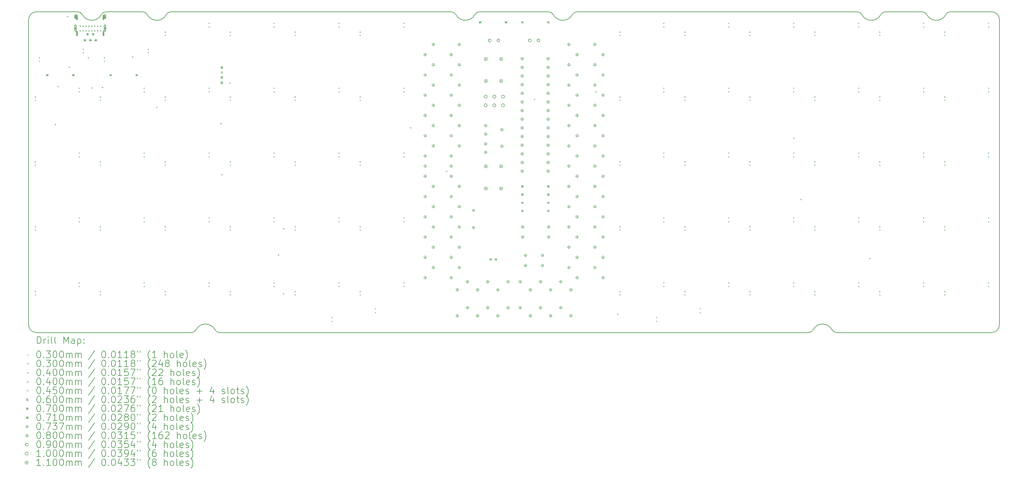
<source format=gbr>
%FSLAX45Y45*%
G04 Gerber Fmt 4.5, Leading zero omitted, Abs format (unit mm)*
G04 Created by KiCad (PCBNEW (6.0.0)) date 2022-03-13 10:48:54*
%MOMM*%
%LPD*%
G01*
G04 APERTURE LIST*
%TA.AperFunction,Profile*%
%ADD10C,0.200000*%
%TD*%
%ADD11C,0.200000*%
%ADD12C,0.030000*%
%ADD13C,0.040000*%
%ADD14C,0.045000*%
%ADD15C,0.060000*%
%ADD16C,0.070000*%
%ADD17C,0.071000*%
%ADD18C,0.073660*%
%ADD19C,0.080000*%
%ADD20C,0.090000*%
%ADD21C,0.100000*%
%ADD22C,0.110000*%
G04 APERTURE END LIST*
D10*
X23876439Y-14949375D02*
X6603561Y-14949375D01*
X29475000Y-14724375D02*
X29475000Y-5754375D01*
X27210189Y-5529375D02*
X26129811Y-5529375D01*
X29250000Y-14949375D02*
X24701061Y-14949375D01*
X16389443Y-5610020D02*
G75*
G03*
X16256439Y-5529375I-133003J-69355D01*
G01*
X2578193Y-5610020D02*
G75*
G03*
X3136807Y-5610020I279307J145645D01*
G01*
X16256439Y-5529375D02*
X14223561Y-5529375D01*
X13531943Y-5610020D02*
G75*
G03*
X13398939Y-5529375I-133003J-69355D01*
G01*
X5778939Y-14949375D02*
X1230000Y-14949375D01*
X13531943Y-5610020D02*
G75*
G03*
X14090557Y-5610020I279307J145645D01*
G01*
X3269811Y-5529375D02*
G75*
G03*
X3136807Y-5610020I0J-150000D01*
G01*
X1230000Y-5529375D02*
G75*
G03*
X1005000Y-5754375I0J-225000D01*
G01*
X13398939Y-5529375D02*
X5174811Y-5529375D01*
X2578193Y-5610020D02*
G75*
G03*
X2445189Y-5529375I-133003J-69355D01*
G01*
X14223561Y-5529375D02*
G75*
G03*
X14090557Y-5610020I0J-150000D01*
G01*
X25305189Y-5529375D02*
X17081061Y-5529375D01*
X16389443Y-5610020D02*
G75*
G03*
X16948057Y-5610020I279307J145645D01*
G01*
X25438193Y-5610020D02*
G75*
G03*
X25996807Y-5610020I279307J145645D01*
G01*
X25438193Y-5610020D02*
G75*
G03*
X25305189Y-5529375I-133003J-69355D01*
G01*
X17081061Y-5529375D02*
G75*
G03*
X16948057Y-5610020I0J-150000D01*
G01*
X1005000Y-14724375D02*
X1005000Y-5754375D01*
X29475000Y-5754375D02*
G75*
G03*
X29250000Y-5529375I-225000J0D01*
G01*
X6470557Y-14868730D02*
G75*
G03*
X6603561Y-14949375I133004J69355D01*
G01*
X23876439Y-14949375D02*
G75*
G03*
X24009443Y-14868730I0J150000D01*
G01*
X24568057Y-14868730D02*
G75*
G03*
X24701061Y-14949375I133004J69355D01*
G01*
X24568057Y-14868730D02*
G75*
G03*
X24009443Y-14868730I-279307J-145645D01*
G01*
X29250000Y-14949375D02*
G75*
G03*
X29475000Y-14724375I0J225000D01*
G01*
X26129811Y-5529375D02*
G75*
G03*
X25996807Y-5610020I0J-150000D01*
G01*
X5778939Y-14949375D02*
G75*
G03*
X5911943Y-14868730I0J150000D01*
G01*
X6470557Y-14868730D02*
G75*
G03*
X5911943Y-14868730I-279307J-145645D01*
G01*
X1005000Y-14724375D02*
G75*
G03*
X1230000Y-14949375I225000J0D01*
G01*
X4350189Y-5529375D02*
X3269811Y-5529375D01*
X2445190Y-5529375D02*
X1230000Y-5529375D01*
X5174811Y-5529375D02*
G75*
G03*
X5041807Y-5610020I0J-150000D01*
G01*
X4483193Y-5610020D02*
G75*
G03*
X5041807Y-5610020I279307J145645D01*
G01*
X4483193Y-5610020D02*
G75*
G03*
X4350189Y-5529375I-133003J-69355D01*
G01*
X29250000Y-5529375D02*
X28034810Y-5529375D01*
X28034810Y-5529375D02*
G75*
G03*
X27901807Y-5610020I0J-150000D01*
G01*
X27343193Y-5610020D02*
G75*
G03*
X27210189Y-5529375I-133003J-69355D01*
G01*
X27343193Y-5610020D02*
G75*
G03*
X27901807Y-5610020I279307J145645D01*
G01*
D11*
D12*
X23429200Y-9225051D02*
X23459200Y-9255051D01*
X23459200Y-9225051D02*
X23429200Y-9255051D01*
X1216002Y-8033382D02*
G75*
G03*
X1216002Y-8033382I-15000J0D01*
G01*
X1216002Y-9938384D02*
G75*
G03*
X1216002Y-9938384I-15000J0D01*
G01*
X1216002Y-11843385D02*
G75*
G03*
X1216002Y-11843385I-15000J0D01*
G01*
X1216002Y-13748387D02*
G75*
G03*
X1216002Y-13748387I-15000J0D01*
G01*
X1218002Y-8131382D02*
G75*
G03*
X1218002Y-8131382I-15000J0D01*
G01*
X1218002Y-10036384D02*
G75*
G03*
X1218002Y-10036384I-15000J0D01*
G01*
X1218002Y-11941385D02*
G75*
G03*
X1218002Y-11941385I-15000J0D01*
G01*
X1218002Y-13846387D02*
G75*
G03*
X1218002Y-13846387I-15000J0D01*
G01*
X1334997Y-6880375D02*
G75*
G03*
X1334997Y-6880375I-15000J0D01*
G01*
X1336997Y-6988375D02*
G75*
G03*
X1336997Y-6988375I-15000J0D01*
G01*
X2503002Y-7775382D02*
G75*
G03*
X2503002Y-7775382I-15000J0D01*
G01*
X2503002Y-9680384D02*
G75*
G03*
X2503002Y-9680384I-15000J0D01*
G01*
X2503002Y-11585385D02*
G75*
G03*
X2503002Y-11585385I-15000J0D01*
G01*
X2503002Y-13490387D02*
G75*
G03*
X2503002Y-13490387I-15000J0D01*
G01*
X2505002Y-7883382D02*
G75*
G03*
X2505002Y-7883382I-15000J0D01*
G01*
X2505002Y-9788384D02*
G75*
G03*
X2505002Y-9788384I-15000J0D01*
G01*
X2505002Y-11693385D02*
G75*
G03*
X2505002Y-11693385I-15000J0D01*
G01*
X2505002Y-13598387D02*
G75*
G03*
X2505002Y-13598387I-15000J0D01*
G01*
X2621997Y-6632375D02*
G75*
G03*
X2621997Y-6632375I-15000J0D01*
G01*
X2623997Y-6730375D02*
G75*
G03*
X2623997Y-6730375I-15000J0D01*
G01*
X3121003Y-8033382D02*
G75*
G03*
X3121003Y-8033382I-15000J0D01*
G01*
X3121003Y-9938384D02*
G75*
G03*
X3121003Y-9938384I-15000J0D01*
G01*
X3121003Y-11843385D02*
G75*
G03*
X3121003Y-11843385I-15000J0D01*
G01*
X3121003Y-13748387D02*
G75*
G03*
X3121003Y-13748387I-15000J0D01*
G01*
X3123003Y-8131382D02*
G75*
G03*
X3123003Y-8131382I-15000J0D01*
G01*
X3123003Y-10036384D02*
G75*
G03*
X3123003Y-10036384I-15000J0D01*
G01*
X3123003Y-11941385D02*
G75*
G03*
X3123003Y-11941385I-15000J0D01*
G01*
X3123003Y-13846387D02*
G75*
G03*
X3123003Y-13846387I-15000J0D01*
G01*
X3240003Y-6880380D02*
G75*
G03*
X3240003Y-6880380I-15000J0D01*
G01*
X3242003Y-6988380D02*
G75*
G03*
X3242003Y-6988380I-15000J0D01*
G01*
X4408003Y-7775382D02*
G75*
G03*
X4408003Y-7775382I-15000J0D01*
G01*
X4408003Y-9680384D02*
G75*
G03*
X4408003Y-9680384I-15000J0D01*
G01*
X4408003Y-11585385D02*
G75*
G03*
X4408003Y-11585385I-15000J0D01*
G01*
X4408003Y-13490387D02*
G75*
G03*
X4408003Y-13490387I-15000J0D01*
G01*
X4410003Y-7883382D02*
G75*
G03*
X4410003Y-7883382I-15000J0D01*
G01*
X4410003Y-9788384D02*
G75*
G03*
X4410003Y-9788384I-15000J0D01*
G01*
X4410003Y-11693385D02*
G75*
G03*
X4410003Y-11693385I-15000J0D01*
G01*
X4410003Y-13598387D02*
G75*
G03*
X4410003Y-13598387I-15000J0D01*
G01*
X4527003Y-6632380D02*
G75*
G03*
X4527003Y-6632380I-15000J0D01*
G01*
X4529003Y-6730380D02*
G75*
G03*
X4529003Y-6730380I-15000J0D01*
G01*
X5026005Y-6128380D02*
G75*
G03*
X5026005Y-6128380I-15000J0D01*
G01*
X5026005Y-8033382D02*
G75*
G03*
X5026005Y-8033382I-15000J0D01*
G01*
X5026005Y-9938384D02*
G75*
G03*
X5026005Y-9938384I-15000J0D01*
G01*
X5026005Y-11843385D02*
G75*
G03*
X5026005Y-11843385I-15000J0D01*
G01*
X5026005Y-13748387D02*
G75*
G03*
X5026005Y-13748387I-15000J0D01*
G01*
X5028005Y-6226380D02*
G75*
G03*
X5028005Y-6226380I-15000J0D01*
G01*
X5028005Y-8131382D02*
G75*
G03*
X5028005Y-8131382I-15000J0D01*
G01*
X5028005Y-10036384D02*
G75*
G03*
X5028005Y-10036384I-15000J0D01*
G01*
X5028005Y-11941385D02*
G75*
G03*
X5028005Y-11941385I-15000J0D01*
G01*
X5028005Y-13846387D02*
G75*
G03*
X5028005Y-13846387I-15000J0D01*
G01*
X6313005Y-5870380D02*
G75*
G03*
X6313005Y-5870380I-15000J0D01*
G01*
X6313005Y-7775382D02*
G75*
G03*
X6313005Y-7775382I-15000J0D01*
G01*
X6313005Y-9680384D02*
G75*
G03*
X6313005Y-9680384I-15000J0D01*
G01*
X6313005Y-11585385D02*
G75*
G03*
X6313005Y-11585385I-15000J0D01*
G01*
X6313005Y-13490387D02*
G75*
G03*
X6313005Y-13490387I-15000J0D01*
G01*
X6315005Y-5978380D02*
G75*
G03*
X6315005Y-5978380I-15000J0D01*
G01*
X6315005Y-7883382D02*
G75*
G03*
X6315005Y-7883382I-15000J0D01*
G01*
X6315005Y-9788384D02*
G75*
G03*
X6315005Y-9788384I-15000J0D01*
G01*
X6315005Y-11693385D02*
G75*
G03*
X6315005Y-11693385I-15000J0D01*
G01*
X6315005Y-13598387D02*
G75*
G03*
X6315005Y-13598387I-15000J0D01*
G01*
X6931006Y-6128380D02*
G75*
G03*
X6931006Y-6128380I-15000J0D01*
G01*
X6931006Y-8033382D02*
G75*
G03*
X6931006Y-8033382I-15000J0D01*
G01*
X6931006Y-9938384D02*
G75*
G03*
X6931006Y-9938384I-15000J0D01*
G01*
X6931006Y-11843385D02*
G75*
G03*
X6931006Y-11843385I-15000J0D01*
G01*
X6931006Y-13748387D02*
G75*
G03*
X6931006Y-13748387I-15000J0D01*
G01*
X6933006Y-6226380D02*
G75*
G03*
X6933006Y-6226380I-15000J0D01*
G01*
X6933006Y-8131382D02*
G75*
G03*
X6933006Y-8131382I-15000J0D01*
G01*
X6933006Y-10036384D02*
G75*
G03*
X6933006Y-10036384I-15000J0D01*
G01*
X6933006Y-11941385D02*
G75*
G03*
X6933006Y-11941385I-15000J0D01*
G01*
X6933006Y-13846387D02*
G75*
G03*
X6933006Y-13846387I-15000J0D01*
G01*
X8218006Y-5870380D02*
G75*
G03*
X8218006Y-5870380I-15000J0D01*
G01*
X8218006Y-7775382D02*
G75*
G03*
X8218006Y-7775382I-15000J0D01*
G01*
X8218006Y-9680384D02*
G75*
G03*
X8218006Y-9680384I-15000J0D01*
G01*
X8218006Y-11585385D02*
G75*
G03*
X8218006Y-11585385I-15000J0D01*
G01*
X8218006Y-13490387D02*
G75*
G03*
X8218006Y-13490387I-15000J0D01*
G01*
X8220006Y-5978380D02*
G75*
G03*
X8220006Y-5978380I-15000J0D01*
G01*
X8220006Y-7883382D02*
G75*
G03*
X8220006Y-7883382I-15000J0D01*
G01*
X8220006Y-9788384D02*
G75*
G03*
X8220006Y-9788384I-15000J0D01*
G01*
X8220006Y-11693385D02*
G75*
G03*
X8220006Y-11693385I-15000J0D01*
G01*
X8220006Y-13598387D02*
G75*
G03*
X8220006Y-13598387I-15000J0D01*
G01*
X8836008Y-6128380D02*
G75*
G03*
X8836008Y-6128380I-15000J0D01*
G01*
X8836008Y-8033382D02*
G75*
G03*
X8836008Y-8033382I-15000J0D01*
G01*
X8836008Y-9938384D02*
G75*
G03*
X8836008Y-9938384I-15000J0D01*
G01*
X8836008Y-11843385D02*
G75*
G03*
X8836008Y-11843385I-15000J0D01*
G01*
X8836008Y-13748387D02*
G75*
G03*
X8836008Y-13748387I-15000J0D01*
G01*
X8838008Y-6226380D02*
G75*
G03*
X8838008Y-6226380I-15000J0D01*
G01*
X8838008Y-8131382D02*
G75*
G03*
X8838008Y-8131382I-15000J0D01*
G01*
X8838008Y-10036384D02*
G75*
G03*
X8838008Y-10036384I-15000J0D01*
G01*
X8838008Y-11941385D02*
G75*
G03*
X8838008Y-11941385I-15000J0D01*
G01*
X8838008Y-13846387D02*
G75*
G03*
X8838008Y-13846387I-15000J0D01*
G01*
X9908309Y-14506587D02*
G75*
G03*
X9908309Y-14506587I-15000J0D01*
G01*
X9909309Y-14619587D02*
G75*
G03*
X9909309Y-14619587I-15000J0D01*
G01*
X10123008Y-5870380D02*
G75*
G03*
X10123008Y-5870380I-15000J0D01*
G01*
X10123008Y-7775382D02*
G75*
G03*
X10123008Y-7775382I-15000J0D01*
G01*
X10123008Y-9680384D02*
G75*
G03*
X10123008Y-9680384I-15000J0D01*
G01*
X10123008Y-11585385D02*
G75*
G03*
X10123008Y-11585385I-15000J0D01*
G01*
X10123008Y-13490387D02*
G75*
G03*
X10123008Y-13490387I-15000J0D01*
G01*
X10125008Y-5978380D02*
G75*
G03*
X10125008Y-5978380I-15000J0D01*
G01*
X10125008Y-7883382D02*
G75*
G03*
X10125008Y-7883382I-15000J0D01*
G01*
X10125008Y-9788384D02*
G75*
G03*
X10125008Y-9788384I-15000J0D01*
G01*
X10125008Y-11693385D02*
G75*
G03*
X10125008Y-11693385I-15000J0D01*
G01*
X10125008Y-13598387D02*
G75*
G03*
X10125008Y-13598387I-15000J0D01*
G01*
X10741010Y-6128380D02*
G75*
G03*
X10741010Y-6128380I-15000J0D01*
G01*
X10741010Y-8033382D02*
G75*
G03*
X10741010Y-8033382I-15000J0D01*
G01*
X10741010Y-9938384D02*
G75*
G03*
X10741010Y-9938384I-15000J0D01*
G01*
X10741010Y-11843385D02*
G75*
G03*
X10741010Y-11843385I-15000J0D01*
G01*
X10741010Y-13748387D02*
G75*
G03*
X10741010Y-13748387I-15000J0D01*
G01*
X10743010Y-6226380D02*
G75*
G03*
X10743010Y-6226380I-15000J0D01*
G01*
X10743010Y-8131382D02*
G75*
G03*
X10743010Y-8131382I-15000J0D01*
G01*
X10743010Y-10036384D02*
G75*
G03*
X10743010Y-10036384I-15000J0D01*
G01*
X10743010Y-11941385D02*
G75*
G03*
X10743010Y-11941385I-15000J0D01*
G01*
X10743010Y-13846387D02*
G75*
G03*
X10743010Y-13846387I-15000J0D01*
G01*
X11191009Y-14252587D02*
G75*
G03*
X11191009Y-14252587I-15000J0D01*
G01*
X11192009Y-14365587D02*
G75*
G03*
X11192009Y-14365587I-15000J0D01*
G01*
X12028010Y-5870380D02*
G75*
G03*
X12028010Y-5870380I-15000J0D01*
G01*
X12028010Y-7775382D02*
G75*
G03*
X12028010Y-7775382I-15000J0D01*
G01*
X12028010Y-9680384D02*
G75*
G03*
X12028010Y-9680384I-15000J0D01*
G01*
X12028010Y-11585385D02*
G75*
G03*
X12028010Y-11585385I-15000J0D01*
G01*
X12028010Y-13490387D02*
G75*
G03*
X12028010Y-13490387I-15000J0D01*
G01*
X12030010Y-5978380D02*
G75*
G03*
X12030010Y-5978380I-15000J0D01*
G01*
X12030010Y-7883382D02*
G75*
G03*
X12030010Y-7883382I-15000J0D01*
G01*
X12030010Y-9788384D02*
G75*
G03*
X12030010Y-9788384I-15000J0D01*
G01*
X12030010Y-11693385D02*
G75*
G03*
X12030010Y-11693385I-15000J0D01*
G01*
X12030010Y-13598387D02*
G75*
G03*
X12030010Y-13598387I-15000J0D01*
G01*
X18361016Y-6128380D02*
G75*
G03*
X18361016Y-6128380I-15000J0D01*
G01*
X18361016Y-8033382D02*
G75*
G03*
X18361016Y-8033382I-15000J0D01*
G01*
X18361016Y-9938384D02*
G75*
G03*
X18361016Y-9938384I-15000J0D01*
G01*
X18361016Y-11843385D02*
G75*
G03*
X18361016Y-11843385I-15000J0D01*
G01*
X18361016Y-13748387D02*
G75*
G03*
X18361016Y-13748387I-15000J0D01*
G01*
X18363016Y-6226380D02*
G75*
G03*
X18363016Y-6226380I-15000J0D01*
G01*
X18363016Y-8131382D02*
G75*
G03*
X18363016Y-8131382I-15000J0D01*
G01*
X18363016Y-10036384D02*
G75*
G03*
X18363016Y-10036384I-15000J0D01*
G01*
X18363016Y-11941385D02*
G75*
G03*
X18363016Y-11941385I-15000J0D01*
G01*
X18363016Y-13846387D02*
G75*
G03*
X18363016Y-13846387I-15000J0D01*
G01*
X19433317Y-14506587D02*
G75*
G03*
X19433317Y-14506587I-15000J0D01*
G01*
X19434317Y-14619587D02*
G75*
G03*
X19434317Y-14619587I-15000J0D01*
G01*
X19648016Y-5870380D02*
G75*
G03*
X19648016Y-5870380I-15000J0D01*
G01*
X19648016Y-7775382D02*
G75*
G03*
X19648016Y-7775382I-15000J0D01*
G01*
X19648016Y-9680384D02*
G75*
G03*
X19648016Y-9680384I-15000J0D01*
G01*
X19648016Y-11585385D02*
G75*
G03*
X19648016Y-11585385I-15000J0D01*
G01*
X19648016Y-13490387D02*
G75*
G03*
X19648016Y-13490387I-15000J0D01*
G01*
X19650016Y-5978380D02*
G75*
G03*
X19650016Y-5978380I-15000J0D01*
G01*
X19650016Y-7883382D02*
G75*
G03*
X19650016Y-7883382I-15000J0D01*
G01*
X19650016Y-9788384D02*
G75*
G03*
X19650016Y-9788384I-15000J0D01*
G01*
X19650016Y-11693385D02*
G75*
G03*
X19650016Y-11693385I-15000J0D01*
G01*
X19650016Y-13598387D02*
G75*
G03*
X19650016Y-13598387I-15000J0D01*
G01*
X20266018Y-6128380D02*
G75*
G03*
X20266018Y-6128380I-15000J0D01*
G01*
X20266018Y-8033382D02*
G75*
G03*
X20266018Y-8033382I-15000J0D01*
G01*
X20266018Y-9938384D02*
G75*
G03*
X20266018Y-9938384I-15000J0D01*
G01*
X20266018Y-11843385D02*
G75*
G03*
X20266018Y-11843385I-15000J0D01*
G01*
X20266018Y-13748387D02*
G75*
G03*
X20266018Y-13748387I-15000J0D01*
G01*
X20268018Y-6226380D02*
G75*
G03*
X20268018Y-6226380I-15000J0D01*
G01*
X20268018Y-8131382D02*
G75*
G03*
X20268018Y-8131382I-15000J0D01*
G01*
X20268018Y-10036384D02*
G75*
G03*
X20268018Y-10036384I-15000J0D01*
G01*
X20268018Y-11941385D02*
G75*
G03*
X20268018Y-11941385I-15000J0D01*
G01*
X20268018Y-13846387D02*
G75*
G03*
X20268018Y-13846387I-15000J0D01*
G01*
X20716017Y-14252587D02*
G75*
G03*
X20716017Y-14252587I-15000J0D01*
G01*
X20717017Y-14365587D02*
G75*
G03*
X20717017Y-14365587I-15000J0D01*
G01*
X21553018Y-5870380D02*
G75*
G03*
X21553018Y-5870380I-15000J0D01*
G01*
X21553018Y-7775382D02*
G75*
G03*
X21553018Y-7775382I-15000J0D01*
G01*
X21553018Y-9680384D02*
G75*
G03*
X21553018Y-9680384I-15000J0D01*
G01*
X21553018Y-11585385D02*
G75*
G03*
X21553018Y-11585385I-15000J0D01*
G01*
X21553018Y-13490387D02*
G75*
G03*
X21553018Y-13490387I-15000J0D01*
G01*
X21555018Y-5978380D02*
G75*
G03*
X21555018Y-5978380I-15000J0D01*
G01*
X21555018Y-7883382D02*
G75*
G03*
X21555018Y-7883382I-15000J0D01*
G01*
X21555018Y-9788384D02*
G75*
G03*
X21555018Y-9788384I-15000J0D01*
G01*
X21555018Y-11693385D02*
G75*
G03*
X21555018Y-11693385I-15000J0D01*
G01*
X21555018Y-13598387D02*
G75*
G03*
X21555018Y-13598387I-15000J0D01*
G01*
X22171019Y-6128380D02*
G75*
G03*
X22171019Y-6128380I-15000J0D01*
G01*
X22171019Y-8033382D02*
G75*
G03*
X22171019Y-8033382I-15000J0D01*
G01*
X22171019Y-9938384D02*
G75*
G03*
X22171019Y-9938384I-15000J0D01*
G01*
X22171019Y-11843385D02*
G75*
G03*
X22171019Y-11843385I-15000J0D01*
G01*
X22171019Y-13748387D02*
G75*
G03*
X22171019Y-13748387I-15000J0D01*
G01*
X22173019Y-6226380D02*
G75*
G03*
X22173019Y-6226380I-15000J0D01*
G01*
X22173019Y-8131382D02*
G75*
G03*
X22173019Y-8131382I-15000J0D01*
G01*
X22173019Y-10036384D02*
G75*
G03*
X22173019Y-10036384I-15000J0D01*
G01*
X22173019Y-11941385D02*
G75*
G03*
X22173019Y-11941385I-15000J0D01*
G01*
X22173019Y-13846387D02*
G75*
G03*
X22173019Y-13846387I-15000J0D01*
G01*
X23458019Y-5870380D02*
G75*
G03*
X23458019Y-5870380I-15000J0D01*
G01*
X23458019Y-7775382D02*
G75*
G03*
X23458019Y-7775382I-15000J0D01*
G01*
X23458019Y-9680384D02*
G75*
G03*
X23458019Y-9680384I-15000J0D01*
G01*
X23458019Y-11585385D02*
G75*
G03*
X23458019Y-11585385I-15000J0D01*
G01*
X23458019Y-13490387D02*
G75*
G03*
X23458019Y-13490387I-15000J0D01*
G01*
X23460019Y-5978380D02*
G75*
G03*
X23460019Y-5978380I-15000J0D01*
G01*
X23460019Y-7883382D02*
G75*
G03*
X23460019Y-7883382I-15000J0D01*
G01*
X23460019Y-9788384D02*
G75*
G03*
X23460019Y-9788384I-15000J0D01*
G01*
X23460019Y-11693385D02*
G75*
G03*
X23460019Y-11693385I-15000J0D01*
G01*
X23460019Y-13598387D02*
G75*
G03*
X23460019Y-13598387I-15000J0D01*
G01*
X24076021Y-6128380D02*
G75*
G03*
X24076021Y-6128380I-15000J0D01*
G01*
X24076021Y-8033382D02*
G75*
G03*
X24076021Y-8033382I-15000J0D01*
G01*
X24076021Y-9938384D02*
G75*
G03*
X24076021Y-9938384I-15000J0D01*
G01*
X24076021Y-11843385D02*
G75*
G03*
X24076021Y-11843385I-15000J0D01*
G01*
X24076021Y-13748387D02*
G75*
G03*
X24076021Y-13748387I-15000J0D01*
G01*
X24078021Y-6226380D02*
G75*
G03*
X24078021Y-6226380I-15000J0D01*
G01*
X24078021Y-8131382D02*
G75*
G03*
X24078021Y-8131382I-15000J0D01*
G01*
X24078021Y-10036384D02*
G75*
G03*
X24078021Y-10036384I-15000J0D01*
G01*
X24078021Y-11941385D02*
G75*
G03*
X24078021Y-11941385I-15000J0D01*
G01*
X24078021Y-13846387D02*
G75*
G03*
X24078021Y-13846387I-15000J0D01*
G01*
X25363021Y-5870380D02*
G75*
G03*
X25363021Y-5870380I-15000J0D01*
G01*
X25363021Y-7775382D02*
G75*
G03*
X25363021Y-7775382I-15000J0D01*
G01*
X25363021Y-9680384D02*
G75*
G03*
X25363021Y-9680384I-15000J0D01*
G01*
X25363021Y-11585385D02*
G75*
G03*
X25363021Y-11585385I-15000J0D01*
G01*
X25363021Y-13490387D02*
G75*
G03*
X25363021Y-13490387I-15000J0D01*
G01*
X25365021Y-5978380D02*
G75*
G03*
X25365021Y-5978380I-15000J0D01*
G01*
X25365021Y-7883382D02*
G75*
G03*
X25365021Y-7883382I-15000J0D01*
G01*
X25365021Y-9788384D02*
G75*
G03*
X25365021Y-9788384I-15000J0D01*
G01*
X25365021Y-11693385D02*
G75*
G03*
X25365021Y-11693385I-15000J0D01*
G01*
X25365021Y-13598387D02*
G75*
G03*
X25365021Y-13598387I-15000J0D01*
G01*
X25981022Y-6128380D02*
G75*
G03*
X25981022Y-6128380I-15000J0D01*
G01*
X25981022Y-8033382D02*
G75*
G03*
X25981022Y-8033382I-15000J0D01*
G01*
X25981022Y-9938384D02*
G75*
G03*
X25981022Y-9938384I-15000J0D01*
G01*
X25981022Y-11843385D02*
G75*
G03*
X25981022Y-11843385I-15000J0D01*
G01*
X25981022Y-13748387D02*
G75*
G03*
X25981022Y-13748387I-15000J0D01*
G01*
X25983022Y-6226380D02*
G75*
G03*
X25983022Y-6226380I-15000J0D01*
G01*
X25983022Y-8131382D02*
G75*
G03*
X25983022Y-8131382I-15000J0D01*
G01*
X25983022Y-10036384D02*
G75*
G03*
X25983022Y-10036384I-15000J0D01*
G01*
X25983022Y-11941385D02*
G75*
G03*
X25983022Y-11941385I-15000J0D01*
G01*
X25983022Y-13846387D02*
G75*
G03*
X25983022Y-13846387I-15000J0D01*
G01*
X27268022Y-5870380D02*
G75*
G03*
X27268022Y-5870380I-15000J0D01*
G01*
X27268022Y-7775382D02*
G75*
G03*
X27268022Y-7775382I-15000J0D01*
G01*
X27268022Y-9680384D02*
G75*
G03*
X27268022Y-9680384I-15000J0D01*
G01*
X27268022Y-11585385D02*
G75*
G03*
X27268022Y-11585385I-15000J0D01*
G01*
X27268022Y-13490387D02*
G75*
G03*
X27268022Y-13490387I-15000J0D01*
G01*
X27270022Y-5978380D02*
G75*
G03*
X27270022Y-5978380I-15000J0D01*
G01*
X27270022Y-7883382D02*
G75*
G03*
X27270022Y-7883382I-15000J0D01*
G01*
X27270022Y-9788384D02*
G75*
G03*
X27270022Y-9788384I-15000J0D01*
G01*
X27270022Y-11693385D02*
G75*
G03*
X27270022Y-11693385I-15000J0D01*
G01*
X27270022Y-13598387D02*
G75*
G03*
X27270022Y-13598387I-15000J0D01*
G01*
X27886024Y-6128380D02*
G75*
G03*
X27886024Y-6128380I-15000J0D01*
G01*
X27886024Y-8033382D02*
G75*
G03*
X27886024Y-8033382I-15000J0D01*
G01*
X27886024Y-9938384D02*
G75*
G03*
X27886024Y-9938384I-15000J0D01*
G01*
X27886024Y-11843385D02*
G75*
G03*
X27886024Y-11843385I-15000J0D01*
G01*
X27886024Y-13748387D02*
G75*
G03*
X27886024Y-13748387I-15000J0D01*
G01*
X27888024Y-6226380D02*
G75*
G03*
X27888024Y-6226380I-15000J0D01*
G01*
X27888024Y-8131382D02*
G75*
G03*
X27888024Y-8131382I-15000J0D01*
G01*
X27888024Y-10036384D02*
G75*
G03*
X27888024Y-10036384I-15000J0D01*
G01*
X27888024Y-11941385D02*
G75*
G03*
X27888024Y-11941385I-15000J0D01*
G01*
X27888024Y-13846387D02*
G75*
G03*
X27888024Y-13846387I-15000J0D01*
G01*
X29173024Y-5870380D02*
G75*
G03*
X29173024Y-5870380I-15000J0D01*
G01*
X29173024Y-7775382D02*
G75*
G03*
X29173024Y-7775382I-15000J0D01*
G01*
X29173024Y-9680384D02*
G75*
G03*
X29173024Y-9680384I-15000J0D01*
G01*
X29173024Y-11585385D02*
G75*
G03*
X29173024Y-11585385I-15000J0D01*
G01*
X29173024Y-13490387D02*
G75*
G03*
X29173024Y-13490387I-15000J0D01*
G01*
X29175024Y-5978380D02*
G75*
G03*
X29175024Y-5978380I-15000J0D01*
G01*
X29175024Y-7883382D02*
G75*
G03*
X29175024Y-7883382I-15000J0D01*
G01*
X29175024Y-9788384D02*
G75*
G03*
X29175024Y-9788384I-15000J0D01*
G01*
X29175024Y-11693385D02*
G75*
G03*
X29175024Y-11693385I-15000J0D01*
G01*
X29175024Y-13598387D02*
G75*
G03*
X29175024Y-13598387I-15000J0D01*
G01*
D13*
X1788160Y-8816660D02*
X1788160Y-8856660D01*
X1768160Y-8836660D02*
X1808160Y-8836660D01*
X1866900Y-7701600D02*
X1866900Y-7741600D01*
X1846900Y-7721600D02*
X1886900Y-7721600D01*
X2143125Y-5647375D02*
X2143125Y-5687375D01*
X2123125Y-5667375D02*
X2163125Y-5667375D01*
X2194560Y-7132640D02*
X2194560Y-7172640D01*
X2174560Y-7152640D02*
X2214560Y-7152640D01*
X2753360Y-6855212D02*
X2753360Y-6895212D01*
X2733360Y-6875212D02*
X2773360Y-6875212D01*
X2865120Y-7742240D02*
X2865120Y-7782240D01*
X2845120Y-7762240D02*
X2885120Y-7762240D01*
X3165466Y-7729376D02*
X3165466Y-7769376D01*
X3145466Y-7749376D02*
X3185466Y-7749376D01*
X4053840Y-6832920D02*
X4053840Y-6872920D01*
X4033840Y-6852920D02*
X4073840Y-6852920D01*
X4762500Y-8314375D02*
X4762500Y-8354375D01*
X4742500Y-8334375D02*
X4782500Y-8334375D01*
X6643687Y-8790625D02*
X6643687Y-8830625D01*
X6623687Y-8810625D02*
X6663687Y-8810625D01*
X6667500Y-10290813D02*
X6667500Y-10330813D01*
X6647500Y-10310813D02*
X6687500Y-10310813D01*
X6905631Y-7600006D02*
X6905631Y-7640006D01*
X6885631Y-7620006D02*
X6925631Y-7620006D01*
X8330000Y-12650000D02*
X8330000Y-12690000D01*
X8310000Y-12670000D02*
X8350000Y-12670000D01*
X8470000Y-13790000D02*
X8470000Y-13830000D01*
X8450000Y-13810000D02*
X8490000Y-13810000D01*
X8480000Y-11880000D02*
X8480000Y-11920000D01*
X8460000Y-11900000D02*
X8500000Y-11900000D01*
X12203916Y-8909695D02*
X12203916Y-8949695D01*
X12183916Y-8929695D02*
X12223916Y-8929695D01*
X13258800Y-10190800D02*
X13258800Y-10230800D01*
X13238800Y-10210800D02*
X13278800Y-10210800D01*
X15835326Y-8076257D02*
X15835326Y-8116257D01*
X15815326Y-8096257D02*
X15855326Y-8096257D01*
X17637760Y-7854000D02*
X17637760Y-7894000D01*
X17617760Y-7874000D02*
X17657760Y-7874000D01*
X18276109Y-14386575D02*
X18276109Y-14426575D01*
X18256109Y-14406575D02*
X18296109Y-14406575D01*
X23650000Y-11020000D02*
X23650000Y-11060000D01*
X23630000Y-11040000D02*
X23670000Y-11040000D01*
X25670000Y-12750000D02*
X25670000Y-12790000D01*
X25650000Y-12770000D02*
X25690000Y-12770000D01*
X2526942Y-5965142D02*
X2526942Y-5936858D01*
X2498658Y-5936858D01*
X2498658Y-5965142D01*
X2526942Y-5965142D01*
X2526942Y-6100142D02*
X2526942Y-6071858D01*
X2498658Y-6071858D01*
X2498658Y-6100142D01*
X2526942Y-6100142D01*
X2611942Y-5965142D02*
X2611942Y-5936858D01*
X2583658Y-5936858D01*
X2583658Y-5965142D01*
X2611942Y-5965142D01*
X2611942Y-6100142D02*
X2611942Y-6071858D01*
X2583658Y-6071858D01*
X2583658Y-6100142D01*
X2611942Y-6100142D01*
X2696942Y-5965142D02*
X2696942Y-5936858D01*
X2668658Y-5936858D01*
X2668658Y-5965142D01*
X2696942Y-5965142D01*
X2696942Y-6100142D02*
X2696942Y-6071858D01*
X2668658Y-6071858D01*
X2668658Y-6100142D01*
X2696942Y-6100142D01*
X2781942Y-5965142D02*
X2781942Y-5936858D01*
X2753658Y-5936858D01*
X2753658Y-5965142D01*
X2781942Y-5965142D01*
X2781942Y-6100142D02*
X2781942Y-6071858D01*
X2753658Y-6071858D01*
X2753658Y-6100142D01*
X2781942Y-6100142D01*
X2866942Y-5965142D02*
X2866942Y-5936858D01*
X2838658Y-5936858D01*
X2838658Y-5965142D01*
X2866942Y-5965142D01*
X2866942Y-6100142D02*
X2866942Y-6071858D01*
X2838658Y-6071858D01*
X2838658Y-6100142D01*
X2866942Y-6100142D01*
X2951942Y-5965142D02*
X2951942Y-5936858D01*
X2923658Y-5936858D01*
X2923658Y-5965142D01*
X2951942Y-5965142D01*
X2951942Y-6100142D02*
X2951942Y-6071858D01*
X2923658Y-6071858D01*
X2923658Y-6100142D01*
X2951942Y-6100142D01*
X3036942Y-5965142D02*
X3036942Y-5936858D01*
X3008658Y-5936858D01*
X3008658Y-5965142D01*
X3036942Y-5965142D01*
X3036942Y-6100142D02*
X3036942Y-6071858D01*
X3008658Y-6071858D01*
X3008658Y-6100142D01*
X3036942Y-6100142D01*
X3121942Y-5965142D02*
X3121942Y-5936858D01*
X3093658Y-5936858D01*
X3093658Y-5965142D01*
X3121942Y-5965142D01*
X3121942Y-6100142D02*
X3121942Y-6071858D01*
X3093658Y-6071858D01*
X3093658Y-6100142D01*
X3121942Y-6100142D01*
D14*
X2420000Y-5717500D02*
X2442500Y-5695000D01*
X2420000Y-5672500D01*
X2397500Y-5695000D01*
X2420000Y-5717500D01*
D11*
X2432500Y-5752500D02*
X2432500Y-5637500D01*
X2407500Y-5752500D02*
X2407500Y-5637500D01*
X2432500Y-5637500D02*
G75*
G03*
X2407500Y-5637500I-12500J0D01*
G01*
X2407500Y-5752500D02*
G75*
G03*
X2432500Y-5752500I12500J0D01*
G01*
D14*
X2420000Y-6187500D02*
X2442500Y-6165000D01*
X2420000Y-6142500D01*
X2397500Y-6165000D01*
X2420000Y-6187500D01*
D11*
X2432500Y-6222500D02*
X2432500Y-6107500D01*
X2407500Y-6222500D02*
X2407500Y-6107500D01*
X2432500Y-6107500D02*
G75*
G03*
X2407500Y-6107500I-12500J0D01*
G01*
X2407500Y-6222500D02*
G75*
G03*
X2432500Y-6222500I12500J0D01*
G01*
D14*
X3200000Y-5717500D02*
X3222500Y-5695000D01*
X3200000Y-5672500D01*
X3177500Y-5695000D01*
X3200000Y-5717500D01*
D11*
X3212500Y-5752500D02*
X3212500Y-5637500D01*
X3187500Y-5752500D02*
X3187500Y-5637500D01*
X3212500Y-5637500D02*
G75*
G03*
X3187500Y-5637500I-12500J0D01*
G01*
X3187500Y-5752500D02*
G75*
G03*
X3212500Y-5752500I12500J0D01*
G01*
D14*
X3200000Y-6187500D02*
X3222500Y-6165000D01*
X3200000Y-6142500D01*
X3177500Y-6165000D01*
X3200000Y-6187500D01*
D11*
X3212500Y-6222500D02*
X3212500Y-6107500D01*
X3187500Y-6222500D02*
X3187500Y-6107500D01*
X3212500Y-6107500D02*
G75*
G03*
X3187500Y-6107500I-12500J0D01*
G01*
X3187500Y-6222500D02*
G75*
G03*
X3212500Y-6222500I12500J0D01*
G01*
D15*
X2347800Y-5641000D02*
X2407800Y-5701000D01*
X2407800Y-5641000D02*
X2347800Y-5701000D01*
X2407800Y-5671000D02*
G75*
G03*
X2407800Y-5671000I-30000J0D01*
G01*
D11*
X2357800Y-5631000D02*
X2357800Y-5711000D01*
X2397800Y-5631000D02*
X2397800Y-5711000D01*
X2357800Y-5711000D02*
G75*
G03*
X2397800Y-5711000I20000J0D01*
G01*
X2397800Y-5631000D02*
G75*
G03*
X2357800Y-5631000I-20000J0D01*
G01*
D15*
X2347800Y-5979000D02*
X2407800Y-6039000D01*
X2407800Y-5979000D02*
X2347800Y-6039000D01*
X2407800Y-6009000D02*
G75*
G03*
X2407800Y-6009000I-30000J0D01*
G01*
D11*
X2357800Y-5934000D02*
X2357800Y-6084000D01*
X2397800Y-5934000D02*
X2397800Y-6084000D01*
X2357800Y-6084000D02*
G75*
G03*
X2397800Y-6084000I20000J0D01*
G01*
X2397800Y-5934000D02*
G75*
G03*
X2357800Y-5934000I-20000J0D01*
G01*
D15*
X3212800Y-5641000D02*
X3272800Y-5701000D01*
X3272800Y-5641000D02*
X3212800Y-5701000D01*
X3272800Y-5671000D02*
G75*
G03*
X3272800Y-5671000I-30000J0D01*
G01*
D11*
X3222800Y-5631000D02*
X3222800Y-5711000D01*
X3262800Y-5631000D02*
X3262800Y-5711000D01*
X3222800Y-5711000D02*
G75*
G03*
X3262800Y-5711000I20000J0D01*
G01*
X3262800Y-5631000D02*
G75*
G03*
X3222800Y-5631000I-20000J0D01*
G01*
D15*
X3212800Y-5979000D02*
X3272800Y-6039000D01*
X3272800Y-5979000D02*
X3212800Y-6039000D01*
X3272800Y-6009000D02*
G75*
G03*
X3272800Y-6009000I-30000J0D01*
G01*
D11*
X3222800Y-5934000D02*
X3222800Y-6084000D01*
X3262800Y-5934000D02*
X3262800Y-6084000D01*
X3222800Y-6084000D02*
G75*
G03*
X3262800Y-6084000I20000J0D01*
G01*
X3262800Y-5934000D02*
G75*
G03*
X3222800Y-5934000I-20000J0D01*
G01*
D15*
X14524231Y-12769229D02*
X14584231Y-12829229D01*
X14584231Y-12769229D02*
X14524231Y-12829229D01*
X14584231Y-12799229D02*
G75*
G03*
X14584231Y-12799229I-30000J0D01*
G01*
X14674231Y-12769229D02*
X14734231Y-12829229D01*
X14734231Y-12769229D02*
X14674231Y-12829229D01*
X14734231Y-12799229D02*
G75*
G03*
X14734231Y-12799229I-30000J0D01*
G01*
D16*
X1512814Y-7346881D02*
X1582814Y-7416881D01*
X1582814Y-7346881D02*
X1512814Y-7416881D01*
X1547814Y-7346881D02*
X1547814Y-7416881D01*
X1512814Y-7381881D02*
X1582814Y-7381881D01*
X2274814Y-7346881D02*
X2344814Y-7416881D01*
X2344814Y-7346881D02*
X2274814Y-7416881D01*
X2309814Y-7346881D02*
X2309814Y-7416881D01*
X2274814Y-7381881D02*
X2344814Y-7381881D01*
X2615000Y-6326000D02*
X2685000Y-6396000D01*
X2685000Y-6326000D02*
X2615000Y-6396000D01*
X2650000Y-6326000D02*
X2650000Y-6396000D01*
X2615000Y-6361000D02*
X2685000Y-6361000D01*
X2695000Y-6151000D02*
X2765000Y-6221000D01*
X2765000Y-6151000D02*
X2695000Y-6221000D01*
X2730000Y-6151000D02*
X2730000Y-6221000D01*
X2695000Y-6186000D02*
X2765000Y-6186000D01*
X2775000Y-6326000D02*
X2845000Y-6396000D01*
X2845000Y-6326000D02*
X2775000Y-6396000D01*
X2810000Y-6326000D02*
X2810000Y-6396000D01*
X2775000Y-6361000D02*
X2845000Y-6361000D01*
X2855000Y-6151000D02*
X2925000Y-6221000D01*
X2925000Y-6151000D02*
X2855000Y-6221000D01*
X2890000Y-6151000D02*
X2890000Y-6221000D01*
X2855000Y-6186000D02*
X2925000Y-6186000D01*
X2935000Y-6326000D02*
X3005000Y-6396000D01*
X3005000Y-6326000D02*
X2935000Y-6396000D01*
X2970000Y-6326000D02*
X2970000Y-6396000D01*
X2935000Y-6361000D02*
X3005000Y-6361000D01*
X3370191Y-7346881D02*
X3440191Y-7416881D01*
X3440191Y-7346881D02*
X3370191Y-7416881D01*
X3405191Y-7346881D02*
X3405191Y-7416881D01*
X3370191Y-7381881D02*
X3440191Y-7381881D01*
X4132191Y-7346881D02*
X4202191Y-7416881D01*
X4202191Y-7346881D02*
X4132191Y-7416881D01*
X4167191Y-7346881D02*
X4167191Y-7416881D01*
X4132191Y-7381881D02*
X4202191Y-7381881D01*
X14204888Y-5799067D02*
X14274888Y-5869067D01*
X14274888Y-5799067D02*
X14204888Y-5869067D01*
X14239888Y-5799067D02*
X14239888Y-5869067D01*
X14204888Y-5834067D02*
X14274888Y-5834067D01*
X14966888Y-5799067D02*
X15036888Y-5869067D01*
X15036888Y-5799067D02*
X14966888Y-5869067D01*
X15001888Y-5799067D02*
X15001888Y-5869067D01*
X14966888Y-5834067D02*
X15036888Y-5834067D01*
X15443138Y-5799067D02*
X15513138Y-5869067D01*
X15513138Y-5799067D02*
X15443138Y-5869067D01*
X15478138Y-5799067D02*
X15478138Y-5869067D01*
X15443138Y-5834067D02*
X15513138Y-5834067D01*
X15443138Y-10621103D02*
X15513138Y-10691103D01*
X15513138Y-10621103D02*
X15443138Y-10691103D01*
X15478138Y-10621103D02*
X15478138Y-10691103D01*
X15443138Y-10656103D02*
X15513138Y-10656103D01*
X15443138Y-10859228D02*
X15513138Y-10929228D01*
X15513138Y-10859228D02*
X15443138Y-10929228D01*
X15478138Y-10859228D02*
X15478138Y-10929228D01*
X15443138Y-10894228D02*
X15513138Y-10894228D01*
X15443138Y-11097353D02*
X15513138Y-11167353D01*
X15513138Y-11097353D02*
X15443138Y-11167353D01*
X15478138Y-11097353D02*
X15478138Y-11167353D01*
X15443138Y-11132353D02*
X15513138Y-11132353D01*
X15443138Y-11335478D02*
X15513138Y-11405478D01*
X15513138Y-11335478D02*
X15443138Y-11405478D01*
X15478138Y-11335478D02*
X15478138Y-11405478D01*
X15443138Y-11370478D02*
X15513138Y-11370478D01*
X16205138Y-5799067D02*
X16275138Y-5869067D01*
X16275138Y-5799067D02*
X16205138Y-5869067D01*
X16240138Y-5799067D02*
X16240138Y-5869067D01*
X16205138Y-5834067D02*
X16275138Y-5834067D01*
X16205138Y-10621103D02*
X16275138Y-10691103D01*
X16275138Y-10621103D02*
X16205138Y-10691103D01*
X16240138Y-10621103D02*
X16240138Y-10691103D01*
X16205138Y-10656103D02*
X16275138Y-10656103D01*
X16205138Y-10859228D02*
X16275138Y-10929228D01*
X16275138Y-10859228D02*
X16205138Y-10929228D01*
X16240138Y-10859228D02*
X16240138Y-10929228D01*
X16205138Y-10894228D02*
X16275138Y-10894228D01*
X16205138Y-11097353D02*
X16275138Y-11167353D01*
X16275138Y-11097353D02*
X16205138Y-11167353D01*
X16240138Y-11097353D02*
X16240138Y-11167353D01*
X16205138Y-11132353D02*
X16275138Y-11132353D01*
X16205138Y-11335478D02*
X16275138Y-11405478D01*
X16275138Y-11335478D02*
X16205138Y-11405478D01*
X16240138Y-11335478D02*
X16240138Y-11405478D01*
X16205138Y-11370478D02*
X16275138Y-11370478D01*
D17*
X14013887Y-11319103D02*
X14084887Y-11390103D01*
X14084887Y-11319103D02*
X14013887Y-11390103D01*
X14074489Y-11379706D02*
X14074489Y-11329501D01*
X14024284Y-11329501D01*
X14024284Y-11379706D01*
X14074489Y-11379706D01*
X14013887Y-11827103D02*
X14084887Y-11898103D01*
X14084887Y-11827103D02*
X14013887Y-11898103D01*
X14074489Y-11887706D02*
X14074489Y-11837501D01*
X14024284Y-11837501D01*
X14024284Y-11887706D01*
X14074489Y-11887706D01*
D18*
X6630670Y-7120670D02*
X6704330Y-7194330D01*
X6704330Y-7120670D02*
X6630670Y-7194330D01*
X6667500Y-7194330D02*
X6704330Y-7157500D01*
X6667500Y-7120670D01*
X6630670Y-7157500D01*
X6667500Y-7194330D01*
X6630670Y-7270670D02*
X6704330Y-7344330D01*
X6704330Y-7270670D02*
X6630670Y-7344330D01*
X6667500Y-7344330D02*
X6704330Y-7307500D01*
X6667500Y-7270670D01*
X6630670Y-7307500D01*
X6667500Y-7344330D01*
X6630670Y-7420670D02*
X6704330Y-7494330D01*
X6704330Y-7420670D02*
X6630670Y-7494330D01*
X6667500Y-7494330D02*
X6704330Y-7457500D01*
X6667500Y-7420670D01*
X6630670Y-7457500D01*
X6667500Y-7494330D01*
X6630670Y-7570670D02*
X6704330Y-7644330D01*
X6704330Y-7570670D02*
X6630670Y-7644330D01*
X6667500Y-7644330D02*
X6704330Y-7607500D01*
X6667500Y-7570670D01*
X6630670Y-7607500D01*
X6667500Y-7644330D01*
D19*
X12632542Y-6746568D02*
X12632542Y-6826568D01*
X12592542Y-6786568D02*
X12672542Y-6786568D01*
X12672542Y-6786568D02*
G75*
G03*
X12672542Y-6786568I-40000J0D01*
G01*
X12632542Y-7341881D02*
X12632542Y-7421881D01*
X12592542Y-7381881D02*
X12672542Y-7381881D01*
X12672542Y-7381881D02*
G75*
G03*
X12672542Y-7381881I-40000J0D01*
G01*
X12632542Y-7937194D02*
X12632542Y-8017194D01*
X12592542Y-7977194D02*
X12672542Y-7977194D01*
X12672542Y-7977194D02*
G75*
G03*
X12672542Y-7977194I-40000J0D01*
G01*
X12632542Y-8532507D02*
X12632542Y-8612507D01*
X12592542Y-8572507D02*
X12672542Y-8572507D01*
X12672542Y-8572507D02*
G75*
G03*
X12672542Y-8572507I-40000J0D01*
G01*
X12632542Y-9127820D02*
X12632542Y-9207820D01*
X12592542Y-9167820D02*
X12672542Y-9167820D01*
X12672542Y-9167820D02*
G75*
G03*
X12672542Y-9167820I-40000J0D01*
G01*
X12632542Y-9723133D02*
X12632542Y-9803133D01*
X12592542Y-9763133D02*
X12672542Y-9763133D01*
X12672542Y-9763133D02*
G75*
G03*
X12672542Y-9763133I-40000J0D01*
G01*
X12632542Y-10020790D02*
X12632542Y-10100790D01*
X12592542Y-10060790D02*
X12672542Y-10060790D01*
X12672542Y-10060790D02*
G75*
G03*
X12672542Y-10060790I-40000J0D01*
G01*
X12632542Y-10318446D02*
X12632542Y-10398446D01*
X12592542Y-10358446D02*
X12672542Y-10358446D01*
X12672542Y-10358446D02*
G75*
G03*
X12672542Y-10358446I-40000J0D01*
G01*
X12632542Y-10913759D02*
X12632542Y-10993759D01*
X12592542Y-10953759D02*
X12672542Y-10953759D01*
X12672542Y-10953759D02*
G75*
G03*
X12672542Y-10953759I-40000J0D01*
G01*
X12632542Y-11509072D02*
X12632542Y-11589072D01*
X12592542Y-11549072D02*
X12672542Y-11549072D01*
X12672542Y-11549072D02*
G75*
G03*
X12672542Y-11549072I-40000J0D01*
G01*
X12632542Y-12104385D02*
X12632542Y-12184385D01*
X12592542Y-12144385D02*
X12672542Y-12144385D01*
X12672542Y-12144385D02*
G75*
G03*
X12672542Y-12144385I-40000J0D01*
G01*
X12632542Y-12699698D02*
X12632542Y-12779698D01*
X12592542Y-12739698D02*
X12672542Y-12739698D01*
X12672542Y-12739698D02*
G75*
G03*
X12672542Y-12739698I-40000J0D01*
G01*
X12632542Y-13295011D02*
X12632542Y-13375011D01*
X12592542Y-13335011D02*
X12672542Y-13335011D01*
X12672542Y-13335011D02*
G75*
G03*
X12672542Y-13335011I-40000J0D01*
G01*
X12870668Y-6448912D02*
X12870668Y-6528912D01*
X12830668Y-6488912D02*
X12910668Y-6488912D01*
X12910668Y-6488912D02*
G75*
G03*
X12910668Y-6488912I-40000J0D01*
G01*
X12870668Y-7044225D02*
X12870668Y-7124225D01*
X12830668Y-7084225D02*
X12910668Y-7084225D01*
X12910668Y-7084225D02*
G75*
G03*
X12910668Y-7084225I-40000J0D01*
G01*
X12870668Y-7639538D02*
X12870668Y-7719538D01*
X12830668Y-7679538D02*
X12910668Y-7679538D01*
X12910668Y-7679538D02*
G75*
G03*
X12910668Y-7679538I-40000J0D01*
G01*
X12870668Y-8234851D02*
X12870668Y-8314851D01*
X12830668Y-8274851D02*
X12910668Y-8274851D01*
X12910668Y-8274851D02*
G75*
G03*
X12910668Y-8274851I-40000J0D01*
G01*
X12870668Y-8830164D02*
X12870668Y-8910164D01*
X12830668Y-8870164D02*
X12910668Y-8870164D01*
X12910668Y-8870164D02*
G75*
G03*
X12910668Y-8870164I-40000J0D01*
G01*
X12870668Y-9425477D02*
X12870668Y-9505477D01*
X12830668Y-9465477D02*
X12910668Y-9465477D01*
X12910668Y-9465477D02*
G75*
G03*
X12910668Y-9465477I-40000J0D01*
G01*
X12870668Y-10616103D02*
X12870668Y-10696103D01*
X12830668Y-10656103D02*
X12910668Y-10656103D01*
X12910668Y-10656103D02*
G75*
G03*
X12910668Y-10656103I-40000J0D01*
G01*
X12870668Y-11211416D02*
X12870668Y-11291416D01*
X12830668Y-11251416D02*
X12910668Y-11251416D01*
X12910668Y-11251416D02*
G75*
G03*
X12910668Y-11251416I-40000J0D01*
G01*
X12870668Y-11806729D02*
X12870668Y-11886729D01*
X12830668Y-11846729D02*
X12910668Y-11846729D01*
X12910668Y-11846729D02*
G75*
G03*
X12910668Y-11846729I-40000J0D01*
G01*
X12870668Y-12402042D02*
X12870668Y-12482042D01*
X12830668Y-12442042D02*
X12910668Y-12442042D01*
X12910668Y-12442042D02*
G75*
G03*
X12910668Y-12442042I-40000J0D01*
G01*
X12870668Y-12997355D02*
X12870668Y-13077355D01*
X12830668Y-13037355D02*
X12910668Y-13037355D01*
X12910668Y-13037355D02*
G75*
G03*
X12910668Y-13037355I-40000J0D01*
G01*
X13394542Y-6746568D02*
X13394542Y-6826568D01*
X13354542Y-6786568D02*
X13434542Y-6786568D01*
X13434542Y-6786568D02*
G75*
G03*
X13434542Y-6786568I-40000J0D01*
G01*
X13394542Y-7341881D02*
X13394542Y-7421881D01*
X13354542Y-7381881D02*
X13434542Y-7381881D01*
X13434542Y-7381881D02*
G75*
G03*
X13434542Y-7381881I-40000J0D01*
G01*
X13394542Y-7937194D02*
X13394542Y-8017194D01*
X13354542Y-7977194D02*
X13434542Y-7977194D01*
X13434542Y-7977194D02*
G75*
G03*
X13434542Y-7977194I-40000J0D01*
G01*
X13394542Y-8532507D02*
X13394542Y-8612507D01*
X13354542Y-8572507D02*
X13434542Y-8572507D01*
X13434542Y-8572507D02*
G75*
G03*
X13434542Y-8572507I-40000J0D01*
G01*
X13394542Y-9127820D02*
X13394542Y-9207820D01*
X13354542Y-9167820D02*
X13434542Y-9167820D01*
X13434542Y-9167820D02*
G75*
G03*
X13434542Y-9167820I-40000J0D01*
G01*
X13394542Y-9723133D02*
X13394542Y-9803133D01*
X13354542Y-9763133D02*
X13434542Y-9763133D01*
X13434542Y-9763133D02*
G75*
G03*
X13434542Y-9763133I-40000J0D01*
G01*
X13394542Y-10020790D02*
X13394542Y-10100790D01*
X13354542Y-10060790D02*
X13434542Y-10060790D01*
X13434542Y-10060790D02*
G75*
G03*
X13434542Y-10060790I-40000J0D01*
G01*
X13394542Y-10318446D02*
X13394542Y-10398446D01*
X13354542Y-10358446D02*
X13434542Y-10358446D01*
X13434542Y-10358446D02*
G75*
G03*
X13434542Y-10358446I-40000J0D01*
G01*
X13394542Y-10913759D02*
X13394542Y-10993759D01*
X13354542Y-10953759D02*
X13434542Y-10953759D01*
X13434542Y-10953759D02*
G75*
G03*
X13434542Y-10953759I-40000J0D01*
G01*
X13394542Y-11509072D02*
X13394542Y-11589072D01*
X13354542Y-11549072D02*
X13434542Y-11549072D01*
X13434542Y-11549072D02*
G75*
G03*
X13434542Y-11549072I-40000J0D01*
G01*
X13394542Y-12104385D02*
X13394542Y-12184385D01*
X13354542Y-12144385D02*
X13434542Y-12144385D01*
X13434542Y-12144385D02*
G75*
G03*
X13434542Y-12144385I-40000J0D01*
G01*
X13394542Y-12699698D02*
X13394542Y-12779698D01*
X13354542Y-12739698D02*
X13434542Y-12739698D01*
X13434542Y-12739698D02*
G75*
G03*
X13434542Y-12739698I-40000J0D01*
G01*
X13394542Y-13295011D02*
X13394542Y-13375011D01*
X13354542Y-13335011D02*
X13434542Y-13335011D01*
X13434542Y-13335011D02*
G75*
G03*
X13434542Y-13335011I-40000J0D01*
G01*
X13573136Y-13652199D02*
X13573136Y-13732199D01*
X13533136Y-13692199D02*
X13613136Y-13692199D01*
X13613136Y-13692199D02*
G75*
G03*
X13613136Y-13692199I-40000J0D01*
G01*
X13573136Y-14414199D02*
X13573136Y-14494199D01*
X13533136Y-14454199D02*
X13613136Y-14454199D01*
X13613136Y-14454199D02*
G75*
G03*
X13613136Y-14454199I-40000J0D01*
G01*
X13632668Y-6448912D02*
X13632668Y-6528912D01*
X13592668Y-6488912D02*
X13672668Y-6488912D01*
X13672668Y-6488912D02*
G75*
G03*
X13672668Y-6488912I-40000J0D01*
G01*
X13632668Y-7044225D02*
X13632668Y-7124225D01*
X13592668Y-7084225D02*
X13672668Y-7084225D01*
X13672668Y-7084225D02*
G75*
G03*
X13672668Y-7084225I-40000J0D01*
G01*
X13632668Y-7639538D02*
X13632668Y-7719538D01*
X13592668Y-7679538D02*
X13672668Y-7679538D01*
X13672668Y-7679538D02*
G75*
G03*
X13672668Y-7679538I-40000J0D01*
G01*
X13632668Y-8234851D02*
X13632668Y-8314851D01*
X13592668Y-8274851D02*
X13672668Y-8274851D01*
X13672668Y-8274851D02*
G75*
G03*
X13672668Y-8274851I-40000J0D01*
G01*
X13632668Y-8830164D02*
X13632668Y-8910164D01*
X13592668Y-8870164D02*
X13672668Y-8870164D01*
X13672668Y-8870164D02*
G75*
G03*
X13672668Y-8870164I-40000J0D01*
G01*
X13632668Y-9425477D02*
X13632668Y-9505477D01*
X13592668Y-9465477D02*
X13672668Y-9465477D01*
X13672668Y-9465477D02*
G75*
G03*
X13672668Y-9465477I-40000J0D01*
G01*
X13632668Y-10616103D02*
X13632668Y-10696103D01*
X13592668Y-10656103D02*
X13672668Y-10656103D01*
X13672668Y-10656103D02*
G75*
G03*
X13672668Y-10656103I-40000J0D01*
G01*
X13632668Y-11211416D02*
X13632668Y-11291416D01*
X13592668Y-11251416D02*
X13672668Y-11251416D01*
X13672668Y-11251416D02*
G75*
G03*
X13672668Y-11251416I-40000J0D01*
G01*
X13632668Y-11806729D02*
X13632668Y-11886729D01*
X13592668Y-11846729D02*
X13672668Y-11846729D01*
X13672668Y-11846729D02*
G75*
G03*
X13672668Y-11846729I-40000J0D01*
G01*
X13632668Y-12402042D02*
X13632668Y-12482042D01*
X13592668Y-12442042D02*
X13672668Y-12442042D01*
X13672668Y-12442042D02*
G75*
G03*
X13672668Y-12442042I-40000J0D01*
G01*
X13632668Y-12997355D02*
X13632668Y-13077355D01*
X13592668Y-13037355D02*
X13672668Y-13037355D01*
X13672668Y-13037355D02*
G75*
G03*
X13672668Y-13037355I-40000J0D01*
G01*
X13870793Y-13414074D02*
X13870793Y-13494074D01*
X13830793Y-13454074D02*
X13910793Y-13454074D01*
X13910793Y-13454074D02*
G75*
G03*
X13910793Y-13454074I-40000J0D01*
G01*
X13870793Y-14176074D02*
X13870793Y-14256074D01*
X13830793Y-14216074D02*
X13910793Y-14216074D01*
X13910793Y-14216074D02*
G75*
G03*
X13910793Y-14216074I-40000J0D01*
G01*
X14168449Y-13652199D02*
X14168449Y-13732199D01*
X14128449Y-13692199D02*
X14208449Y-13692199D01*
X14208449Y-13692199D02*
G75*
G03*
X14208449Y-13692199I-40000J0D01*
G01*
X14168449Y-14414199D02*
X14168449Y-14494199D01*
X14128449Y-14454199D02*
X14208449Y-14454199D01*
X14208449Y-14454199D02*
G75*
G03*
X14208449Y-14454199I-40000J0D01*
G01*
X14406575Y-8830164D02*
X14406575Y-8910164D01*
X14366575Y-8870164D02*
X14446575Y-8870164D01*
X14446575Y-8870164D02*
G75*
G03*
X14446575Y-8870164I-40000J0D01*
G01*
X14406575Y-9080164D02*
X14406575Y-9160164D01*
X14366575Y-9120164D02*
X14446575Y-9120164D01*
X14446575Y-9120164D02*
G75*
G03*
X14446575Y-9120164I-40000J0D01*
G01*
X14406575Y-9365945D02*
X14406575Y-9445945D01*
X14366575Y-9405945D02*
X14446575Y-9405945D01*
X14446575Y-9405945D02*
G75*
G03*
X14446575Y-9405945I-40000J0D01*
G01*
X14406575Y-9615945D02*
X14406575Y-9695945D01*
X14366575Y-9655945D02*
X14446575Y-9655945D01*
X14446575Y-9655945D02*
G75*
G03*
X14446575Y-9655945I-40000J0D01*
G01*
X14466106Y-13414074D02*
X14466106Y-13494074D01*
X14426106Y-13454074D02*
X14506106Y-13454074D01*
X14506106Y-13454074D02*
G75*
G03*
X14506106Y-13454074I-40000J0D01*
G01*
X14466106Y-14176074D02*
X14466106Y-14256074D01*
X14426106Y-14216074D02*
X14506106Y-14216074D01*
X14506106Y-14216074D02*
G75*
G03*
X14506106Y-14216074I-40000J0D01*
G01*
X14763762Y-13652199D02*
X14763762Y-13732199D01*
X14723762Y-13692199D02*
X14803762Y-13692199D01*
X14803762Y-13692199D02*
G75*
G03*
X14803762Y-13692199I-40000J0D01*
G01*
X14763762Y-14414199D02*
X14763762Y-14494199D01*
X14723762Y-14454199D02*
X14803762Y-14454199D01*
X14803762Y-14454199D02*
G75*
G03*
X14803762Y-14454199I-40000J0D01*
G01*
X14882825Y-8949226D02*
X14882825Y-9029226D01*
X14842825Y-8989226D02*
X14922825Y-8989226D01*
X14922825Y-8989226D02*
G75*
G03*
X14922825Y-8989226I-40000J0D01*
G01*
X14882825Y-9437226D02*
X14882825Y-9517226D01*
X14842825Y-9477226D02*
X14922825Y-9477226D01*
X14922825Y-9477226D02*
G75*
G03*
X14922825Y-9477226I-40000J0D01*
G01*
X15061419Y-13414074D02*
X15061419Y-13494074D01*
X15021419Y-13454074D02*
X15101419Y-13454074D01*
X15101419Y-13454074D02*
G75*
G03*
X15101419Y-13454074I-40000J0D01*
G01*
X15061419Y-14176074D02*
X15061419Y-14256074D01*
X15021419Y-14216074D02*
X15101419Y-14216074D01*
X15101419Y-14216074D02*
G75*
G03*
X15101419Y-14216074I-40000J0D01*
G01*
X15418607Y-13414074D02*
X15418607Y-13494074D01*
X15378607Y-13454074D02*
X15458607Y-13454074D01*
X15458607Y-13454074D02*
G75*
G03*
X15458607Y-13454074I-40000J0D01*
G01*
X15418607Y-14176074D02*
X15418607Y-14256074D01*
X15378607Y-14216074D02*
X15458607Y-14216074D01*
X15458607Y-14216074D02*
G75*
G03*
X15458607Y-14216074I-40000J0D01*
G01*
X15478138Y-6865631D02*
X15478138Y-6945631D01*
X15438138Y-6905631D02*
X15518138Y-6905631D01*
X15518138Y-6905631D02*
G75*
G03*
X15518138Y-6905631I-40000J0D01*
G01*
X15478138Y-7119631D02*
X15478138Y-7199631D01*
X15438138Y-7159631D02*
X15518138Y-7159631D01*
X15518138Y-7159631D02*
G75*
G03*
X15518138Y-7159631I-40000J0D01*
G01*
X15478138Y-7373631D02*
X15478138Y-7453631D01*
X15438138Y-7413631D02*
X15518138Y-7413631D01*
X15518138Y-7413631D02*
G75*
G03*
X15518138Y-7413631I-40000J0D01*
G01*
X15478138Y-7627631D02*
X15478138Y-7707631D01*
X15438138Y-7667631D02*
X15518138Y-7667631D01*
X15518138Y-7667631D02*
G75*
G03*
X15518138Y-7667631I-40000J0D01*
G01*
X15478138Y-7881631D02*
X15478138Y-7961631D01*
X15438138Y-7921631D02*
X15518138Y-7921631D01*
X15518138Y-7921631D02*
G75*
G03*
X15518138Y-7921631I-40000J0D01*
G01*
X15478138Y-8135631D02*
X15478138Y-8215631D01*
X15438138Y-8175631D02*
X15518138Y-8175631D01*
X15518138Y-8175631D02*
G75*
G03*
X15518138Y-8175631I-40000J0D01*
G01*
X15478138Y-8389631D02*
X15478138Y-8469631D01*
X15438138Y-8429631D02*
X15518138Y-8429631D01*
X15518138Y-8429631D02*
G75*
G03*
X15518138Y-8429631I-40000J0D01*
G01*
X15478138Y-8643631D02*
X15478138Y-8723631D01*
X15438138Y-8683631D02*
X15518138Y-8683631D01*
X15518138Y-8683631D02*
G75*
G03*
X15518138Y-8683631I-40000J0D01*
G01*
X15478138Y-8897631D02*
X15478138Y-8977631D01*
X15438138Y-8937631D02*
X15518138Y-8937631D01*
X15518138Y-8937631D02*
G75*
G03*
X15518138Y-8937631I-40000J0D01*
G01*
X15478138Y-9151631D02*
X15478138Y-9231631D01*
X15438138Y-9191631D02*
X15518138Y-9191631D01*
X15518138Y-9191631D02*
G75*
G03*
X15518138Y-9191631I-40000J0D01*
G01*
X15478138Y-9405631D02*
X15478138Y-9485631D01*
X15438138Y-9445631D02*
X15518138Y-9445631D01*
X15518138Y-9445631D02*
G75*
G03*
X15518138Y-9445631I-40000J0D01*
G01*
X15478138Y-9659631D02*
X15478138Y-9739631D01*
X15438138Y-9699631D02*
X15518138Y-9699631D01*
X15518138Y-9699631D02*
G75*
G03*
X15518138Y-9699631I-40000J0D01*
G01*
X15478138Y-9913631D02*
X15478138Y-9993631D01*
X15438138Y-9953631D02*
X15518138Y-9953631D01*
X15518138Y-9953631D02*
G75*
G03*
X15518138Y-9953631I-40000J0D01*
G01*
X15478138Y-10167631D02*
X15478138Y-10247631D01*
X15438138Y-10207631D02*
X15518138Y-10207631D01*
X15518138Y-10207631D02*
G75*
G03*
X15518138Y-10207631I-40000J0D01*
G01*
X15490045Y-11806729D02*
X15490045Y-11886729D01*
X15450045Y-11846729D02*
X15530045Y-11846729D01*
X15530045Y-11846729D02*
G75*
G03*
X15530045Y-11846729I-40000J0D01*
G01*
X15490045Y-12104385D02*
X15490045Y-12184385D01*
X15450045Y-12144385D02*
X15530045Y-12144385D01*
X15530045Y-12144385D02*
G75*
G03*
X15530045Y-12144385I-40000J0D01*
G01*
X15573451Y-12640167D02*
X15573451Y-12720167D01*
X15533451Y-12680167D02*
X15613451Y-12680167D01*
X15613451Y-12680167D02*
G75*
G03*
X15613451Y-12680167I-40000J0D01*
G01*
X15573451Y-12937823D02*
X15573451Y-13017823D01*
X15533451Y-12977823D02*
X15613451Y-12977823D01*
X15613451Y-12977823D02*
G75*
G03*
X15613451Y-12977823I-40000J0D01*
G01*
X15716263Y-13652199D02*
X15716263Y-13732199D01*
X15676263Y-13692199D02*
X15756263Y-13692199D01*
X15756263Y-13692199D02*
G75*
G03*
X15756263Y-13692199I-40000J0D01*
G01*
X15716263Y-14414199D02*
X15716263Y-14494199D01*
X15676263Y-14454199D02*
X15756263Y-14454199D01*
X15756263Y-14454199D02*
G75*
G03*
X15756263Y-14454199I-40000J0D01*
G01*
X16013920Y-13414074D02*
X16013920Y-13494074D01*
X15973920Y-13454074D02*
X16053920Y-13454074D01*
X16053920Y-13454074D02*
G75*
G03*
X16053920Y-13454074I-40000J0D01*
G01*
X16013920Y-14176074D02*
X16013920Y-14256074D01*
X15973920Y-14216074D02*
X16053920Y-14216074D01*
X16053920Y-14216074D02*
G75*
G03*
X16053920Y-14216074I-40000J0D01*
G01*
X16073451Y-12640167D02*
X16073451Y-12720167D01*
X16033451Y-12680167D02*
X16113451Y-12680167D01*
X16113451Y-12680167D02*
G75*
G03*
X16113451Y-12680167I-40000J0D01*
G01*
X16073451Y-12937823D02*
X16073451Y-13017823D01*
X16033451Y-12977823D02*
X16113451Y-12977823D01*
X16113451Y-12977823D02*
G75*
G03*
X16113451Y-12977823I-40000J0D01*
G01*
X16240138Y-6865631D02*
X16240138Y-6945631D01*
X16200138Y-6905631D02*
X16280138Y-6905631D01*
X16280138Y-6905631D02*
G75*
G03*
X16280138Y-6905631I-40000J0D01*
G01*
X16240138Y-7119631D02*
X16240138Y-7199631D01*
X16200138Y-7159631D02*
X16280138Y-7159631D01*
X16280138Y-7159631D02*
G75*
G03*
X16280138Y-7159631I-40000J0D01*
G01*
X16240138Y-7373631D02*
X16240138Y-7453631D01*
X16200138Y-7413631D02*
X16280138Y-7413631D01*
X16280138Y-7413631D02*
G75*
G03*
X16280138Y-7413631I-40000J0D01*
G01*
X16240138Y-7627631D02*
X16240138Y-7707631D01*
X16200138Y-7667631D02*
X16280138Y-7667631D01*
X16280138Y-7667631D02*
G75*
G03*
X16280138Y-7667631I-40000J0D01*
G01*
X16240138Y-7881631D02*
X16240138Y-7961631D01*
X16200138Y-7921631D02*
X16280138Y-7921631D01*
X16280138Y-7921631D02*
G75*
G03*
X16280138Y-7921631I-40000J0D01*
G01*
X16240138Y-8135631D02*
X16240138Y-8215631D01*
X16200138Y-8175631D02*
X16280138Y-8175631D01*
X16280138Y-8175631D02*
G75*
G03*
X16280138Y-8175631I-40000J0D01*
G01*
X16240138Y-8389631D02*
X16240138Y-8469631D01*
X16200138Y-8429631D02*
X16280138Y-8429631D01*
X16280138Y-8429631D02*
G75*
G03*
X16280138Y-8429631I-40000J0D01*
G01*
X16240138Y-8643631D02*
X16240138Y-8723631D01*
X16200138Y-8683631D02*
X16280138Y-8683631D01*
X16280138Y-8683631D02*
G75*
G03*
X16280138Y-8683631I-40000J0D01*
G01*
X16240138Y-8897631D02*
X16240138Y-8977631D01*
X16200138Y-8937631D02*
X16280138Y-8937631D01*
X16280138Y-8937631D02*
G75*
G03*
X16280138Y-8937631I-40000J0D01*
G01*
X16240138Y-9151631D02*
X16240138Y-9231631D01*
X16200138Y-9191631D02*
X16280138Y-9191631D01*
X16280138Y-9191631D02*
G75*
G03*
X16280138Y-9191631I-40000J0D01*
G01*
X16240138Y-9405631D02*
X16240138Y-9485631D01*
X16200138Y-9445631D02*
X16280138Y-9445631D01*
X16280138Y-9445631D02*
G75*
G03*
X16280138Y-9445631I-40000J0D01*
G01*
X16240138Y-9659631D02*
X16240138Y-9739631D01*
X16200138Y-9699631D02*
X16280138Y-9699631D01*
X16280138Y-9699631D02*
G75*
G03*
X16280138Y-9699631I-40000J0D01*
G01*
X16240138Y-9913631D02*
X16240138Y-9993631D01*
X16200138Y-9953631D02*
X16280138Y-9953631D01*
X16280138Y-9953631D02*
G75*
G03*
X16280138Y-9953631I-40000J0D01*
G01*
X16240138Y-10167631D02*
X16240138Y-10247631D01*
X16200138Y-10207631D02*
X16280138Y-10207631D01*
X16280138Y-10207631D02*
G75*
G03*
X16280138Y-10207631I-40000J0D01*
G01*
X16252045Y-11806729D02*
X16252045Y-11886729D01*
X16212045Y-11846729D02*
X16292045Y-11846729D01*
X16292045Y-11846729D02*
G75*
G03*
X16292045Y-11846729I-40000J0D01*
G01*
X16252045Y-12104385D02*
X16252045Y-12184385D01*
X16212045Y-12144385D02*
X16292045Y-12144385D01*
X16292045Y-12144385D02*
G75*
G03*
X16292045Y-12144385I-40000J0D01*
G01*
X16311576Y-13652199D02*
X16311576Y-13732199D01*
X16271576Y-13692199D02*
X16351576Y-13692199D01*
X16351576Y-13692199D02*
G75*
G03*
X16351576Y-13692199I-40000J0D01*
G01*
X16311576Y-14414199D02*
X16311576Y-14494199D01*
X16271576Y-14454199D02*
X16351576Y-14454199D01*
X16351576Y-14454199D02*
G75*
G03*
X16351576Y-14454199I-40000J0D01*
G01*
X16609233Y-13414074D02*
X16609233Y-13494074D01*
X16569233Y-13454074D02*
X16649233Y-13454074D01*
X16649233Y-13454074D02*
G75*
G03*
X16649233Y-13454074I-40000J0D01*
G01*
X16609233Y-14176074D02*
X16609233Y-14256074D01*
X16569233Y-14216074D02*
X16649233Y-14216074D01*
X16649233Y-14216074D02*
G75*
G03*
X16649233Y-14216074I-40000J0D01*
G01*
X16847358Y-6448912D02*
X16847358Y-6528912D01*
X16807358Y-6488912D02*
X16887358Y-6488912D01*
X16887358Y-6488912D02*
G75*
G03*
X16887358Y-6488912I-40000J0D01*
G01*
X16847358Y-7044225D02*
X16847358Y-7124225D01*
X16807358Y-7084225D02*
X16887358Y-7084225D01*
X16887358Y-7084225D02*
G75*
G03*
X16887358Y-7084225I-40000J0D01*
G01*
X16847358Y-7639538D02*
X16847358Y-7719538D01*
X16807358Y-7679538D02*
X16887358Y-7679538D01*
X16887358Y-7679538D02*
G75*
G03*
X16887358Y-7679538I-40000J0D01*
G01*
X16847358Y-8234851D02*
X16847358Y-8314851D01*
X16807358Y-8274851D02*
X16887358Y-8274851D01*
X16887358Y-8274851D02*
G75*
G03*
X16887358Y-8274851I-40000J0D01*
G01*
X16847358Y-8830164D02*
X16847358Y-8910164D01*
X16807358Y-8870164D02*
X16887358Y-8870164D01*
X16887358Y-8870164D02*
G75*
G03*
X16887358Y-8870164I-40000J0D01*
G01*
X16847358Y-9425477D02*
X16847358Y-9505477D01*
X16807358Y-9465477D02*
X16887358Y-9465477D01*
X16887358Y-9465477D02*
G75*
G03*
X16887358Y-9465477I-40000J0D01*
G01*
X16847358Y-10020790D02*
X16847358Y-10100790D01*
X16807358Y-10060790D02*
X16887358Y-10060790D01*
X16887358Y-10060790D02*
G75*
G03*
X16887358Y-10060790I-40000J0D01*
G01*
X16847358Y-10616103D02*
X16847358Y-10696103D01*
X16807358Y-10656103D02*
X16887358Y-10656103D01*
X16887358Y-10656103D02*
G75*
G03*
X16887358Y-10656103I-40000J0D01*
G01*
X16847358Y-11211416D02*
X16847358Y-11291416D01*
X16807358Y-11251416D02*
X16887358Y-11251416D01*
X16887358Y-11251416D02*
G75*
G03*
X16887358Y-11251416I-40000J0D01*
G01*
X16847358Y-11806729D02*
X16847358Y-11886729D01*
X16807358Y-11846729D02*
X16887358Y-11846729D01*
X16887358Y-11846729D02*
G75*
G03*
X16887358Y-11846729I-40000J0D01*
G01*
X16847358Y-12402042D02*
X16847358Y-12482042D01*
X16807358Y-12442042D02*
X16887358Y-12442042D01*
X16887358Y-12442042D02*
G75*
G03*
X16887358Y-12442042I-40000J0D01*
G01*
X16847358Y-12997355D02*
X16847358Y-13077355D01*
X16807358Y-13037355D02*
X16887358Y-13037355D01*
X16887358Y-13037355D02*
G75*
G03*
X16887358Y-13037355I-40000J0D01*
G01*
X16906889Y-13652199D02*
X16906889Y-13732199D01*
X16866889Y-13692199D02*
X16946889Y-13692199D01*
X16946889Y-13692199D02*
G75*
G03*
X16946889Y-13692199I-40000J0D01*
G01*
X16906889Y-14414199D02*
X16906889Y-14494199D01*
X16866889Y-14454199D02*
X16946889Y-14454199D01*
X16946889Y-14454199D02*
G75*
G03*
X16946889Y-14454199I-40000J0D01*
G01*
X17085483Y-6746568D02*
X17085483Y-6826568D01*
X17045483Y-6786568D02*
X17125483Y-6786568D01*
X17125483Y-6786568D02*
G75*
G03*
X17125483Y-6786568I-40000J0D01*
G01*
X17085483Y-7341881D02*
X17085483Y-7421881D01*
X17045483Y-7381881D02*
X17125483Y-7381881D01*
X17125483Y-7381881D02*
G75*
G03*
X17125483Y-7381881I-40000J0D01*
G01*
X17085483Y-7937194D02*
X17085483Y-8017194D01*
X17045483Y-7977194D02*
X17125483Y-7977194D01*
X17125483Y-7977194D02*
G75*
G03*
X17125483Y-7977194I-40000J0D01*
G01*
X17085483Y-8532507D02*
X17085483Y-8612507D01*
X17045483Y-8572507D02*
X17125483Y-8572507D01*
X17125483Y-8572507D02*
G75*
G03*
X17125483Y-8572507I-40000J0D01*
G01*
X17085483Y-9127820D02*
X17085483Y-9207820D01*
X17045483Y-9167820D02*
X17125483Y-9167820D01*
X17125483Y-9167820D02*
G75*
G03*
X17125483Y-9167820I-40000J0D01*
G01*
X17085483Y-9723133D02*
X17085483Y-9803133D01*
X17045483Y-9763133D02*
X17125483Y-9763133D01*
X17125483Y-9763133D02*
G75*
G03*
X17125483Y-9763133I-40000J0D01*
G01*
X17085483Y-10318446D02*
X17085483Y-10398446D01*
X17045483Y-10358446D02*
X17125483Y-10358446D01*
X17125483Y-10358446D02*
G75*
G03*
X17125483Y-10358446I-40000J0D01*
G01*
X17085483Y-10913759D02*
X17085483Y-10993759D01*
X17045483Y-10953759D02*
X17125483Y-10953759D01*
X17125483Y-10953759D02*
G75*
G03*
X17125483Y-10953759I-40000J0D01*
G01*
X17085483Y-11509072D02*
X17085483Y-11589072D01*
X17045483Y-11549072D02*
X17125483Y-11549072D01*
X17125483Y-11549072D02*
G75*
G03*
X17125483Y-11549072I-40000J0D01*
G01*
X17085483Y-12104385D02*
X17085483Y-12184385D01*
X17045483Y-12144385D02*
X17125483Y-12144385D01*
X17125483Y-12144385D02*
G75*
G03*
X17125483Y-12144385I-40000J0D01*
G01*
X17085483Y-12699698D02*
X17085483Y-12779698D01*
X17045483Y-12739698D02*
X17125483Y-12739698D01*
X17125483Y-12739698D02*
G75*
G03*
X17125483Y-12739698I-40000J0D01*
G01*
X17085483Y-13295011D02*
X17085483Y-13375011D01*
X17045483Y-13335011D02*
X17125483Y-13335011D01*
X17125483Y-13335011D02*
G75*
G03*
X17125483Y-13335011I-40000J0D01*
G01*
X17609358Y-6448912D02*
X17609358Y-6528912D01*
X17569358Y-6488912D02*
X17649358Y-6488912D01*
X17649358Y-6488912D02*
G75*
G03*
X17649358Y-6488912I-40000J0D01*
G01*
X17609358Y-7044225D02*
X17609358Y-7124225D01*
X17569358Y-7084225D02*
X17649358Y-7084225D01*
X17649358Y-7084225D02*
G75*
G03*
X17649358Y-7084225I-40000J0D01*
G01*
X17609358Y-7639538D02*
X17609358Y-7719538D01*
X17569358Y-7679538D02*
X17649358Y-7679538D01*
X17649358Y-7679538D02*
G75*
G03*
X17649358Y-7679538I-40000J0D01*
G01*
X17609358Y-8234851D02*
X17609358Y-8314851D01*
X17569358Y-8274851D02*
X17649358Y-8274851D01*
X17649358Y-8274851D02*
G75*
G03*
X17649358Y-8274851I-40000J0D01*
G01*
X17609358Y-8830164D02*
X17609358Y-8910164D01*
X17569358Y-8870164D02*
X17649358Y-8870164D01*
X17649358Y-8870164D02*
G75*
G03*
X17649358Y-8870164I-40000J0D01*
G01*
X17609358Y-9425477D02*
X17609358Y-9505477D01*
X17569358Y-9465477D02*
X17649358Y-9465477D01*
X17649358Y-9465477D02*
G75*
G03*
X17649358Y-9465477I-40000J0D01*
G01*
X17609358Y-10020790D02*
X17609358Y-10100790D01*
X17569358Y-10060790D02*
X17649358Y-10060790D01*
X17649358Y-10060790D02*
G75*
G03*
X17649358Y-10060790I-40000J0D01*
G01*
X17609358Y-10616103D02*
X17609358Y-10696103D01*
X17569358Y-10656103D02*
X17649358Y-10656103D01*
X17649358Y-10656103D02*
G75*
G03*
X17649358Y-10656103I-40000J0D01*
G01*
X17609358Y-11211416D02*
X17609358Y-11291416D01*
X17569358Y-11251416D02*
X17649358Y-11251416D01*
X17649358Y-11251416D02*
G75*
G03*
X17649358Y-11251416I-40000J0D01*
G01*
X17609358Y-11806729D02*
X17609358Y-11886729D01*
X17569358Y-11846729D02*
X17649358Y-11846729D01*
X17649358Y-11846729D02*
G75*
G03*
X17649358Y-11846729I-40000J0D01*
G01*
X17609358Y-12402042D02*
X17609358Y-12482042D01*
X17569358Y-12442042D02*
X17649358Y-12442042D01*
X17649358Y-12442042D02*
G75*
G03*
X17649358Y-12442042I-40000J0D01*
G01*
X17609358Y-12997355D02*
X17609358Y-13077355D01*
X17569358Y-13037355D02*
X17649358Y-13037355D01*
X17649358Y-13037355D02*
G75*
G03*
X17649358Y-13037355I-40000J0D01*
G01*
X17847483Y-6746568D02*
X17847483Y-6826568D01*
X17807483Y-6786568D02*
X17887483Y-6786568D01*
X17887483Y-6786568D02*
G75*
G03*
X17887483Y-6786568I-40000J0D01*
G01*
X17847483Y-7341881D02*
X17847483Y-7421881D01*
X17807483Y-7381881D02*
X17887483Y-7381881D01*
X17887483Y-7381881D02*
G75*
G03*
X17887483Y-7381881I-40000J0D01*
G01*
X17847483Y-7937194D02*
X17847483Y-8017194D01*
X17807483Y-7977194D02*
X17887483Y-7977194D01*
X17887483Y-7977194D02*
G75*
G03*
X17887483Y-7977194I-40000J0D01*
G01*
X17847483Y-8532507D02*
X17847483Y-8612507D01*
X17807483Y-8572507D02*
X17887483Y-8572507D01*
X17887483Y-8572507D02*
G75*
G03*
X17887483Y-8572507I-40000J0D01*
G01*
X17847483Y-9127820D02*
X17847483Y-9207820D01*
X17807483Y-9167820D02*
X17887483Y-9167820D01*
X17887483Y-9167820D02*
G75*
G03*
X17887483Y-9167820I-40000J0D01*
G01*
X17847483Y-9723133D02*
X17847483Y-9803133D01*
X17807483Y-9763133D02*
X17887483Y-9763133D01*
X17887483Y-9763133D02*
G75*
G03*
X17887483Y-9763133I-40000J0D01*
G01*
X17847483Y-10318446D02*
X17847483Y-10398446D01*
X17807483Y-10358446D02*
X17887483Y-10358446D01*
X17887483Y-10358446D02*
G75*
G03*
X17887483Y-10358446I-40000J0D01*
G01*
X17847483Y-10913759D02*
X17847483Y-10993759D01*
X17807483Y-10953759D02*
X17887483Y-10953759D01*
X17887483Y-10953759D02*
G75*
G03*
X17887483Y-10953759I-40000J0D01*
G01*
X17847483Y-11509072D02*
X17847483Y-11589072D01*
X17807483Y-11549072D02*
X17887483Y-11549072D01*
X17887483Y-11549072D02*
G75*
G03*
X17887483Y-11549072I-40000J0D01*
G01*
X17847483Y-12104385D02*
X17847483Y-12184385D01*
X17807483Y-12144385D02*
X17887483Y-12144385D01*
X17887483Y-12144385D02*
G75*
G03*
X17887483Y-12144385I-40000J0D01*
G01*
X17847483Y-12699698D02*
X17847483Y-12779698D01*
X17807483Y-12739698D02*
X17887483Y-12739698D01*
X17887483Y-12739698D02*
G75*
G03*
X17887483Y-12739698I-40000J0D01*
G01*
X17847483Y-13295011D02*
X17847483Y-13375011D01*
X17807483Y-13335011D02*
X17887483Y-13335011D01*
X17887483Y-13335011D02*
G75*
G03*
X17887483Y-13335011I-40000J0D01*
G01*
D20*
X14557457Y-6401669D02*
X14557457Y-6338029D01*
X14493817Y-6338029D01*
X14493817Y-6401669D01*
X14557457Y-6401669D01*
X14570637Y-6369849D02*
G75*
G03*
X14570637Y-6369849I-45000J0D01*
G01*
X14811457Y-6401669D02*
X14811457Y-6338029D01*
X14747817Y-6338029D01*
X14747817Y-6401669D01*
X14811457Y-6401669D01*
X14824637Y-6369849D02*
G75*
G03*
X14824637Y-6369849I-45000J0D01*
G01*
X15732208Y-6401669D02*
X15732208Y-6338029D01*
X15668568Y-6338029D01*
X15668568Y-6401669D01*
X15732208Y-6401669D01*
X15745388Y-6369849D02*
G75*
G03*
X15745388Y-6369849I-45000J0D01*
G01*
X15986208Y-6401669D02*
X15986208Y-6338029D01*
X15922568Y-6338029D01*
X15922568Y-6401669D01*
X15986208Y-6401669D01*
X15999388Y-6369849D02*
G75*
G03*
X15999388Y-6369849I-45000J0D01*
G01*
D21*
X14406575Y-8070851D02*
X14456575Y-8020851D01*
X14406575Y-7970851D01*
X14356575Y-8020851D01*
X14406575Y-8070851D01*
X14456575Y-8020851D02*
G75*
G03*
X14456575Y-8020851I-50000J0D01*
G01*
X14406575Y-8324851D02*
X14456575Y-8274851D01*
X14406575Y-8224851D01*
X14356575Y-8274851D01*
X14406575Y-8324851D01*
X14456575Y-8274851D02*
G75*
G03*
X14456575Y-8274851I-50000J0D01*
G01*
X14660575Y-8070851D02*
X14710575Y-8020851D01*
X14660575Y-7970851D01*
X14610575Y-8020851D01*
X14660575Y-8070851D01*
X14710575Y-8020851D02*
G75*
G03*
X14710575Y-8020851I-50000J0D01*
G01*
X14660575Y-8324851D02*
X14710575Y-8274851D01*
X14660575Y-8224851D01*
X14610575Y-8274851D01*
X14660575Y-8324851D01*
X14710575Y-8274851D02*
G75*
G03*
X14710575Y-8274851I-50000J0D01*
G01*
X14914575Y-8070851D02*
X14964575Y-8020851D01*
X14914575Y-7970851D01*
X14864575Y-8020851D01*
X14914575Y-8070851D01*
X14964575Y-8020851D02*
G75*
G03*
X14964575Y-8020851I-50000J0D01*
G01*
X14914575Y-8324851D02*
X14964575Y-8274851D01*
X14914575Y-8224851D01*
X14864575Y-8274851D01*
X14914575Y-8324851D01*
X14964575Y-8274851D02*
G75*
G03*
X14964575Y-8274851I-50000J0D01*
G01*
D22*
X14406575Y-6855475D02*
X14406575Y-6965475D01*
X14351575Y-6910475D02*
X14461575Y-6910475D01*
X14445466Y-6949366D02*
X14445466Y-6871584D01*
X14367683Y-6871584D01*
X14367683Y-6949366D01*
X14445466Y-6949366D01*
X14406575Y-7505475D02*
X14406575Y-7615475D01*
X14351575Y-7560475D02*
X14461575Y-7560475D01*
X14445466Y-7599366D02*
X14445466Y-7521584D01*
X14367683Y-7521584D01*
X14367683Y-7599366D01*
X14445466Y-7599366D01*
X14406575Y-10010634D02*
X14406575Y-10120634D01*
X14351575Y-10065634D02*
X14461575Y-10065634D01*
X14445466Y-10104525D02*
X14445466Y-10026743D01*
X14367683Y-10026743D01*
X14367683Y-10104525D01*
X14445466Y-10104525D01*
X14406575Y-10660634D02*
X14406575Y-10770634D01*
X14351575Y-10715634D02*
X14461575Y-10715634D01*
X14445466Y-10754525D02*
X14445466Y-10676743D01*
X14367683Y-10676743D01*
X14367683Y-10754525D01*
X14445466Y-10754525D01*
X14856575Y-6855475D02*
X14856575Y-6965475D01*
X14801575Y-6910475D02*
X14911575Y-6910475D01*
X14895466Y-6949366D02*
X14895466Y-6871584D01*
X14817683Y-6871584D01*
X14817683Y-6949366D01*
X14895466Y-6949366D01*
X14856575Y-7505475D02*
X14856575Y-7615475D01*
X14801575Y-7560475D02*
X14911575Y-7560475D01*
X14895466Y-7599366D02*
X14895466Y-7521584D01*
X14817683Y-7521584D01*
X14817683Y-7599366D01*
X14895466Y-7599366D01*
X14856575Y-10010634D02*
X14856575Y-10120634D01*
X14801575Y-10065634D02*
X14911575Y-10065634D01*
X14895466Y-10104525D02*
X14895466Y-10026743D01*
X14817683Y-10026743D01*
X14817683Y-10104525D01*
X14895466Y-10104525D01*
X14856575Y-10660634D02*
X14856575Y-10770634D01*
X14801575Y-10715634D02*
X14911575Y-10715634D01*
X14895466Y-10754525D02*
X14895466Y-10676743D01*
X14817683Y-10676743D01*
X14817683Y-10754525D01*
X14895466Y-10754525D01*
D11*
X1252619Y-15269851D02*
X1252619Y-15069851D01*
X1300238Y-15069851D01*
X1328810Y-15079375D01*
X1347857Y-15098423D01*
X1357381Y-15117470D01*
X1366905Y-15155565D01*
X1366905Y-15184137D01*
X1357381Y-15222232D01*
X1347857Y-15241280D01*
X1328810Y-15260327D01*
X1300238Y-15269851D01*
X1252619Y-15269851D01*
X1452619Y-15269851D02*
X1452619Y-15136518D01*
X1452619Y-15174613D02*
X1462143Y-15155565D01*
X1471667Y-15146042D01*
X1490714Y-15136518D01*
X1509762Y-15136518D01*
X1576428Y-15269851D02*
X1576428Y-15136518D01*
X1576428Y-15069851D02*
X1566905Y-15079375D01*
X1576428Y-15088899D01*
X1585952Y-15079375D01*
X1576428Y-15069851D01*
X1576428Y-15088899D01*
X1700238Y-15269851D02*
X1681190Y-15260327D01*
X1671667Y-15241280D01*
X1671667Y-15069851D01*
X1805000Y-15269851D02*
X1785952Y-15260327D01*
X1776428Y-15241280D01*
X1776428Y-15069851D01*
X2033571Y-15269851D02*
X2033571Y-15069851D01*
X2100238Y-15212708D01*
X2166905Y-15069851D01*
X2166905Y-15269851D01*
X2347857Y-15269851D02*
X2347857Y-15165089D01*
X2338333Y-15146042D01*
X2319286Y-15136518D01*
X2281190Y-15136518D01*
X2262143Y-15146042D01*
X2347857Y-15260327D02*
X2328810Y-15269851D01*
X2281190Y-15269851D01*
X2262143Y-15260327D01*
X2252619Y-15241280D01*
X2252619Y-15222232D01*
X2262143Y-15203184D01*
X2281190Y-15193661D01*
X2328810Y-15193661D01*
X2347857Y-15184137D01*
X2443095Y-15136518D02*
X2443095Y-15336518D01*
X2443095Y-15146042D02*
X2462143Y-15136518D01*
X2500238Y-15136518D01*
X2519286Y-15146042D01*
X2528810Y-15155565D01*
X2538333Y-15174613D01*
X2538333Y-15231756D01*
X2528810Y-15250803D01*
X2519286Y-15260327D01*
X2500238Y-15269851D01*
X2462143Y-15269851D01*
X2443095Y-15260327D01*
X2624048Y-15250803D02*
X2633571Y-15260327D01*
X2624048Y-15269851D01*
X2614524Y-15260327D01*
X2624048Y-15250803D01*
X2624048Y-15269851D01*
X2624048Y-15146042D02*
X2633571Y-15155565D01*
X2624048Y-15165089D01*
X2614524Y-15155565D01*
X2624048Y-15146042D01*
X2624048Y-15165089D01*
D12*
X965000Y-15584375D02*
X995000Y-15614375D01*
X995000Y-15584375D02*
X965000Y-15614375D01*
D11*
X1290714Y-15489851D02*
X1309762Y-15489851D01*
X1328810Y-15499375D01*
X1338333Y-15508899D01*
X1347857Y-15527946D01*
X1357381Y-15566042D01*
X1357381Y-15613661D01*
X1347857Y-15651756D01*
X1338333Y-15670803D01*
X1328810Y-15680327D01*
X1309762Y-15689851D01*
X1290714Y-15689851D01*
X1271667Y-15680327D01*
X1262143Y-15670803D01*
X1252619Y-15651756D01*
X1243095Y-15613661D01*
X1243095Y-15566042D01*
X1252619Y-15527946D01*
X1262143Y-15508899D01*
X1271667Y-15499375D01*
X1290714Y-15489851D01*
X1443095Y-15670803D02*
X1452619Y-15680327D01*
X1443095Y-15689851D01*
X1433571Y-15680327D01*
X1443095Y-15670803D01*
X1443095Y-15689851D01*
X1519286Y-15489851D02*
X1643095Y-15489851D01*
X1576428Y-15566042D01*
X1605000Y-15566042D01*
X1624048Y-15575565D01*
X1633571Y-15585089D01*
X1643095Y-15604137D01*
X1643095Y-15651756D01*
X1633571Y-15670803D01*
X1624048Y-15680327D01*
X1605000Y-15689851D01*
X1547857Y-15689851D01*
X1528809Y-15680327D01*
X1519286Y-15670803D01*
X1766905Y-15489851D02*
X1785952Y-15489851D01*
X1805000Y-15499375D01*
X1814524Y-15508899D01*
X1824048Y-15527946D01*
X1833571Y-15566042D01*
X1833571Y-15613661D01*
X1824048Y-15651756D01*
X1814524Y-15670803D01*
X1805000Y-15680327D01*
X1785952Y-15689851D01*
X1766905Y-15689851D01*
X1747857Y-15680327D01*
X1738333Y-15670803D01*
X1728809Y-15651756D01*
X1719286Y-15613661D01*
X1719286Y-15566042D01*
X1728809Y-15527946D01*
X1738333Y-15508899D01*
X1747857Y-15499375D01*
X1766905Y-15489851D01*
X1957381Y-15489851D02*
X1976428Y-15489851D01*
X1995476Y-15499375D01*
X2005000Y-15508899D01*
X2014524Y-15527946D01*
X2024048Y-15566042D01*
X2024048Y-15613661D01*
X2014524Y-15651756D01*
X2005000Y-15670803D01*
X1995476Y-15680327D01*
X1976428Y-15689851D01*
X1957381Y-15689851D01*
X1938333Y-15680327D01*
X1928809Y-15670803D01*
X1919286Y-15651756D01*
X1909762Y-15613661D01*
X1909762Y-15566042D01*
X1919286Y-15527946D01*
X1928809Y-15508899D01*
X1938333Y-15499375D01*
X1957381Y-15489851D01*
X2109762Y-15689851D02*
X2109762Y-15556518D01*
X2109762Y-15575565D02*
X2119286Y-15566042D01*
X2138333Y-15556518D01*
X2166905Y-15556518D01*
X2185952Y-15566042D01*
X2195476Y-15585089D01*
X2195476Y-15689851D01*
X2195476Y-15585089D02*
X2205000Y-15566042D01*
X2224048Y-15556518D01*
X2252619Y-15556518D01*
X2271667Y-15566042D01*
X2281190Y-15585089D01*
X2281190Y-15689851D01*
X2376429Y-15689851D02*
X2376429Y-15556518D01*
X2376429Y-15575565D02*
X2385952Y-15566042D01*
X2405000Y-15556518D01*
X2433571Y-15556518D01*
X2452619Y-15566042D01*
X2462143Y-15585089D01*
X2462143Y-15689851D01*
X2462143Y-15585089D02*
X2471667Y-15566042D01*
X2490714Y-15556518D01*
X2519286Y-15556518D01*
X2538333Y-15566042D01*
X2547857Y-15585089D01*
X2547857Y-15689851D01*
X2938333Y-15480327D02*
X2766905Y-15737470D01*
X3195476Y-15489851D02*
X3214524Y-15489851D01*
X3233571Y-15499375D01*
X3243095Y-15508899D01*
X3252619Y-15527946D01*
X3262143Y-15566042D01*
X3262143Y-15613661D01*
X3252619Y-15651756D01*
X3243095Y-15670803D01*
X3233571Y-15680327D01*
X3214524Y-15689851D01*
X3195476Y-15689851D01*
X3176428Y-15680327D01*
X3166905Y-15670803D01*
X3157381Y-15651756D01*
X3147857Y-15613661D01*
X3147857Y-15566042D01*
X3157381Y-15527946D01*
X3166905Y-15508899D01*
X3176428Y-15499375D01*
X3195476Y-15489851D01*
X3347857Y-15670803D02*
X3357381Y-15680327D01*
X3347857Y-15689851D01*
X3338333Y-15680327D01*
X3347857Y-15670803D01*
X3347857Y-15689851D01*
X3481190Y-15489851D02*
X3500238Y-15489851D01*
X3519286Y-15499375D01*
X3528809Y-15508899D01*
X3538333Y-15527946D01*
X3547857Y-15566042D01*
X3547857Y-15613661D01*
X3538333Y-15651756D01*
X3528809Y-15670803D01*
X3519286Y-15680327D01*
X3500238Y-15689851D01*
X3481190Y-15689851D01*
X3462143Y-15680327D01*
X3452619Y-15670803D01*
X3443095Y-15651756D01*
X3433571Y-15613661D01*
X3433571Y-15566042D01*
X3443095Y-15527946D01*
X3452619Y-15508899D01*
X3462143Y-15499375D01*
X3481190Y-15489851D01*
X3738333Y-15689851D02*
X3624048Y-15689851D01*
X3681190Y-15689851D02*
X3681190Y-15489851D01*
X3662143Y-15518423D01*
X3643095Y-15537470D01*
X3624048Y-15546994D01*
X3928809Y-15689851D02*
X3814524Y-15689851D01*
X3871667Y-15689851D02*
X3871667Y-15489851D01*
X3852619Y-15518423D01*
X3833571Y-15537470D01*
X3814524Y-15546994D01*
X4043095Y-15575565D02*
X4024048Y-15566042D01*
X4014524Y-15556518D01*
X4005000Y-15537470D01*
X4005000Y-15527946D01*
X4014524Y-15508899D01*
X4024048Y-15499375D01*
X4043095Y-15489851D01*
X4081190Y-15489851D01*
X4100238Y-15499375D01*
X4109762Y-15508899D01*
X4119286Y-15527946D01*
X4119286Y-15537470D01*
X4109762Y-15556518D01*
X4100238Y-15566042D01*
X4081190Y-15575565D01*
X4043095Y-15575565D01*
X4024048Y-15585089D01*
X4014524Y-15594613D01*
X4005000Y-15613661D01*
X4005000Y-15651756D01*
X4014524Y-15670803D01*
X4024048Y-15680327D01*
X4043095Y-15689851D01*
X4081190Y-15689851D01*
X4100238Y-15680327D01*
X4109762Y-15670803D01*
X4119286Y-15651756D01*
X4119286Y-15613661D01*
X4109762Y-15594613D01*
X4100238Y-15585089D01*
X4081190Y-15575565D01*
X4195476Y-15489851D02*
X4195476Y-15527946D01*
X4271667Y-15489851D02*
X4271667Y-15527946D01*
X4566905Y-15766042D02*
X4557381Y-15756518D01*
X4538333Y-15727946D01*
X4528810Y-15708899D01*
X4519286Y-15680327D01*
X4509762Y-15632708D01*
X4509762Y-15594613D01*
X4519286Y-15546994D01*
X4528810Y-15518423D01*
X4538333Y-15499375D01*
X4557381Y-15470803D01*
X4566905Y-15461280D01*
X4747857Y-15689851D02*
X4633571Y-15689851D01*
X4690714Y-15689851D02*
X4690714Y-15489851D01*
X4671667Y-15518423D01*
X4652619Y-15537470D01*
X4633571Y-15546994D01*
X4985952Y-15689851D02*
X4985952Y-15489851D01*
X5071667Y-15689851D02*
X5071667Y-15585089D01*
X5062143Y-15566042D01*
X5043095Y-15556518D01*
X5014524Y-15556518D01*
X4995476Y-15566042D01*
X4985952Y-15575565D01*
X5195476Y-15689851D02*
X5176429Y-15680327D01*
X5166905Y-15670803D01*
X5157381Y-15651756D01*
X5157381Y-15594613D01*
X5166905Y-15575565D01*
X5176429Y-15566042D01*
X5195476Y-15556518D01*
X5224048Y-15556518D01*
X5243095Y-15566042D01*
X5252619Y-15575565D01*
X5262143Y-15594613D01*
X5262143Y-15651756D01*
X5252619Y-15670803D01*
X5243095Y-15680327D01*
X5224048Y-15689851D01*
X5195476Y-15689851D01*
X5376429Y-15689851D02*
X5357381Y-15680327D01*
X5347857Y-15661280D01*
X5347857Y-15489851D01*
X5528810Y-15680327D02*
X5509762Y-15689851D01*
X5471667Y-15689851D01*
X5452619Y-15680327D01*
X5443095Y-15661280D01*
X5443095Y-15585089D01*
X5452619Y-15566042D01*
X5471667Y-15556518D01*
X5509762Y-15556518D01*
X5528810Y-15566042D01*
X5538333Y-15585089D01*
X5538333Y-15604137D01*
X5443095Y-15623184D01*
X5605000Y-15766042D02*
X5614524Y-15756518D01*
X5633571Y-15727946D01*
X5643095Y-15708899D01*
X5652619Y-15680327D01*
X5662143Y-15632708D01*
X5662143Y-15594613D01*
X5652619Y-15546994D01*
X5643095Y-15518423D01*
X5633571Y-15499375D01*
X5614524Y-15470803D01*
X5605000Y-15461280D01*
D12*
X995000Y-15863375D02*
G75*
G03*
X995000Y-15863375I-15000J0D01*
G01*
D11*
X1290714Y-15753851D02*
X1309762Y-15753851D01*
X1328810Y-15763375D01*
X1338333Y-15772899D01*
X1347857Y-15791946D01*
X1357381Y-15830042D01*
X1357381Y-15877661D01*
X1347857Y-15915756D01*
X1338333Y-15934803D01*
X1328810Y-15944327D01*
X1309762Y-15953851D01*
X1290714Y-15953851D01*
X1271667Y-15944327D01*
X1262143Y-15934803D01*
X1252619Y-15915756D01*
X1243095Y-15877661D01*
X1243095Y-15830042D01*
X1252619Y-15791946D01*
X1262143Y-15772899D01*
X1271667Y-15763375D01*
X1290714Y-15753851D01*
X1443095Y-15934803D02*
X1452619Y-15944327D01*
X1443095Y-15953851D01*
X1433571Y-15944327D01*
X1443095Y-15934803D01*
X1443095Y-15953851D01*
X1519286Y-15753851D02*
X1643095Y-15753851D01*
X1576428Y-15830042D01*
X1605000Y-15830042D01*
X1624048Y-15839565D01*
X1633571Y-15849089D01*
X1643095Y-15868137D01*
X1643095Y-15915756D01*
X1633571Y-15934803D01*
X1624048Y-15944327D01*
X1605000Y-15953851D01*
X1547857Y-15953851D01*
X1528809Y-15944327D01*
X1519286Y-15934803D01*
X1766905Y-15753851D02*
X1785952Y-15753851D01*
X1805000Y-15763375D01*
X1814524Y-15772899D01*
X1824048Y-15791946D01*
X1833571Y-15830042D01*
X1833571Y-15877661D01*
X1824048Y-15915756D01*
X1814524Y-15934803D01*
X1805000Y-15944327D01*
X1785952Y-15953851D01*
X1766905Y-15953851D01*
X1747857Y-15944327D01*
X1738333Y-15934803D01*
X1728809Y-15915756D01*
X1719286Y-15877661D01*
X1719286Y-15830042D01*
X1728809Y-15791946D01*
X1738333Y-15772899D01*
X1747857Y-15763375D01*
X1766905Y-15753851D01*
X1957381Y-15753851D02*
X1976428Y-15753851D01*
X1995476Y-15763375D01*
X2005000Y-15772899D01*
X2014524Y-15791946D01*
X2024048Y-15830042D01*
X2024048Y-15877661D01*
X2014524Y-15915756D01*
X2005000Y-15934803D01*
X1995476Y-15944327D01*
X1976428Y-15953851D01*
X1957381Y-15953851D01*
X1938333Y-15944327D01*
X1928809Y-15934803D01*
X1919286Y-15915756D01*
X1909762Y-15877661D01*
X1909762Y-15830042D01*
X1919286Y-15791946D01*
X1928809Y-15772899D01*
X1938333Y-15763375D01*
X1957381Y-15753851D01*
X2109762Y-15953851D02*
X2109762Y-15820518D01*
X2109762Y-15839565D02*
X2119286Y-15830042D01*
X2138333Y-15820518D01*
X2166905Y-15820518D01*
X2185952Y-15830042D01*
X2195476Y-15849089D01*
X2195476Y-15953851D01*
X2195476Y-15849089D02*
X2205000Y-15830042D01*
X2224048Y-15820518D01*
X2252619Y-15820518D01*
X2271667Y-15830042D01*
X2281190Y-15849089D01*
X2281190Y-15953851D01*
X2376429Y-15953851D02*
X2376429Y-15820518D01*
X2376429Y-15839565D02*
X2385952Y-15830042D01*
X2405000Y-15820518D01*
X2433571Y-15820518D01*
X2452619Y-15830042D01*
X2462143Y-15849089D01*
X2462143Y-15953851D01*
X2462143Y-15849089D02*
X2471667Y-15830042D01*
X2490714Y-15820518D01*
X2519286Y-15820518D01*
X2538333Y-15830042D01*
X2547857Y-15849089D01*
X2547857Y-15953851D01*
X2938333Y-15744327D02*
X2766905Y-16001470D01*
X3195476Y-15753851D02*
X3214524Y-15753851D01*
X3233571Y-15763375D01*
X3243095Y-15772899D01*
X3252619Y-15791946D01*
X3262143Y-15830042D01*
X3262143Y-15877661D01*
X3252619Y-15915756D01*
X3243095Y-15934803D01*
X3233571Y-15944327D01*
X3214524Y-15953851D01*
X3195476Y-15953851D01*
X3176428Y-15944327D01*
X3166905Y-15934803D01*
X3157381Y-15915756D01*
X3147857Y-15877661D01*
X3147857Y-15830042D01*
X3157381Y-15791946D01*
X3166905Y-15772899D01*
X3176428Y-15763375D01*
X3195476Y-15753851D01*
X3347857Y-15934803D02*
X3357381Y-15944327D01*
X3347857Y-15953851D01*
X3338333Y-15944327D01*
X3347857Y-15934803D01*
X3347857Y-15953851D01*
X3481190Y-15753851D02*
X3500238Y-15753851D01*
X3519286Y-15763375D01*
X3528809Y-15772899D01*
X3538333Y-15791946D01*
X3547857Y-15830042D01*
X3547857Y-15877661D01*
X3538333Y-15915756D01*
X3528809Y-15934803D01*
X3519286Y-15944327D01*
X3500238Y-15953851D01*
X3481190Y-15953851D01*
X3462143Y-15944327D01*
X3452619Y-15934803D01*
X3443095Y-15915756D01*
X3433571Y-15877661D01*
X3433571Y-15830042D01*
X3443095Y-15791946D01*
X3452619Y-15772899D01*
X3462143Y-15763375D01*
X3481190Y-15753851D01*
X3738333Y-15953851D02*
X3624048Y-15953851D01*
X3681190Y-15953851D02*
X3681190Y-15753851D01*
X3662143Y-15782423D01*
X3643095Y-15801470D01*
X3624048Y-15810994D01*
X3928809Y-15953851D02*
X3814524Y-15953851D01*
X3871667Y-15953851D02*
X3871667Y-15753851D01*
X3852619Y-15782423D01*
X3833571Y-15801470D01*
X3814524Y-15810994D01*
X4043095Y-15839565D02*
X4024048Y-15830042D01*
X4014524Y-15820518D01*
X4005000Y-15801470D01*
X4005000Y-15791946D01*
X4014524Y-15772899D01*
X4024048Y-15763375D01*
X4043095Y-15753851D01*
X4081190Y-15753851D01*
X4100238Y-15763375D01*
X4109762Y-15772899D01*
X4119286Y-15791946D01*
X4119286Y-15801470D01*
X4109762Y-15820518D01*
X4100238Y-15830042D01*
X4081190Y-15839565D01*
X4043095Y-15839565D01*
X4024048Y-15849089D01*
X4014524Y-15858613D01*
X4005000Y-15877661D01*
X4005000Y-15915756D01*
X4014524Y-15934803D01*
X4024048Y-15944327D01*
X4043095Y-15953851D01*
X4081190Y-15953851D01*
X4100238Y-15944327D01*
X4109762Y-15934803D01*
X4119286Y-15915756D01*
X4119286Y-15877661D01*
X4109762Y-15858613D01*
X4100238Y-15849089D01*
X4081190Y-15839565D01*
X4195476Y-15753851D02*
X4195476Y-15791946D01*
X4271667Y-15753851D02*
X4271667Y-15791946D01*
X4566905Y-16030042D02*
X4557381Y-16020518D01*
X4538333Y-15991946D01*
X4528810Y-15972899D01*
X4519286Y-15944327D01*
X4509762Y-15896708D01*
X4509762Y-15858613D01*
X4519286Y-15810994D01*
X4528810Y-15782423D01*
X4538333Y-15763375D01*
X4557381Y-15734803D01*
X4566905Y-15725280D01*
X4633571Y-15772899D02*
X4643095Y-15763375D01*
X4662143Y-15753851D01*
X4709762Y-15753851D01*
X4728810Y-15763375D01*
X4738333Y-15772899D01*
X4747857Y-15791946D01*
X4747857Y-15810994D01*
X4738333Y-15839565D01*
X4624048Y-15953851D01*
X4747857Y-15953851D01*
X4919286Y-15820518D02*
X4919286Y-15953851D01*
X4871667Y-15744327D02*
X4824048Y-15887184D01*
X4947857Y-15887184D01*
X5052619Y-15839565D02*
X5033571Y-15830042D01*
X5024048Y-15820518D01*
X5014524Y-15801470D01*
X5014524Y-15791946D01*
X5024048Y-15772899D01*
X5033571Y-15763375D01*
X5052619Y-15753851D01*
X5090714Y-15753851D01*
X5109762Y-15763375D01*
X5119286Y-15772899D01*
X5128810Y-15791946D01*
X5128810Y-15801470D01*
X5119286Y-15820518D01*
X5109762Y-15830042D01*
X5090714Y-15839565D01*
X5052619Y-15839565D01*
X5033571Y-15849089D01*
X5024048Y-15858613D01*
X5014524Y-15877661D01*
X5014524Y-15915756D01*
X5024048Y-15934803D01*
X5033571Y-15944327D01*
X5052619Y-15953851D01*
X5090714Y-15953851D01*
X5109762Y-15944327D01*
X5119286Y-15934803D01*
X5128810Y-15915756D01*
X5128810Y-15877661D01*
X5119286Y-15858613D01*
X5109762Y-15849089D01*
X5090714Y-15839565D01*
X5366905Y-15953851D02*
X5366905Y-15753851D01*
X5452619Y-15953851D02*
X5452619Y-15849089D01*
X5443095Y-15830042D01*
X5424048Y-15820518D01*
X5395476Y-15820518D01*
X5376429Y-15830042D01*
X5366905Y-15839565D01*
X5576429Y-15953851D02*
X5557381Y-15944327D01*
X5547857Y-15934803D01*
X5538333Y-15915756D01*
X5538333Y-15858613D01*
X5547857Y-15839565D01*
X5557381Y-15830042D01*
X5576429Y-15820518D01*
X5605000Y-15820518D01*
X5624048Y-15830042D01*
X5633571Y-15839565D01*
X5643095Y-15858613D01*
X5643095Y-15915756D01*
X5633571Y-15934803D01*
X5624048Y-15944327D01*
X5605000Y-15953851D01*
X5576429Y-15953851D01*
X5757381Y-15953851D02*
X5738333Y-15944327D01*
X5728809Y-15925280D01*
X5728809Y-15753851D01*
X5909762Y-15944327D02*
X5890714Y-15953851D01*
X5852619Y-15953851D01*
X5833571Y-15944327D01*
X5824048Y-15925280D01*
X5824048Y-15849089D01*
X5833571Y-15830042D01*
X5852619Y-15820518D01*
X5890714Y-15820518D01*
X5909762Y-15830042D01*
X5919286Y-15849089D01*
X5919286Y-15868137D01*
X5824048Y-15887184D01*
X5995476Y-15944327D02*
X6014524Y-15953851D01*
X6052619Y-15953851D01*
X6071667Y-15944327D01*
X6081190Y-15925280D01*
X6081190Y-15915756D01*
X6071667Y-15896708D01*
X6052619Y-15887184D01*
X6024048Y-15887184D01*
X6005000Y-15877661D01*
X5995476Y-15858613D01*
X5995476Y-15849089D01*
X6005000Y-15830042D01*
X6024048Y-15820518D01*
X6052619Y-15820518D01*
X6071667Y-15830042D01*
X6147857Y-16030042D02*
X6157381Y-16020518D01*
X6176428Y-15991946D01*
X6185952Y-15972899D01*
X6195476Y-15944327D01*
X6205000Y-15896708D01*
X6205000Y-15858613D01*
X6195476Y-15810994D01*
X6185952Y-15782423D01*
X6176428Y-15763375D01*
X6157381Y-15734803D01*
X6147857Y-15725280D01*
D13*
X975000Y-16107375D02*
X975000Y-16147375D01*
X955000Y-16127375D02*
X995000Y-16127375D01*
D11*
X1290714Y-16017851D02*
X1309762Y-16017851D01*
X1328810Y-16027375D01*
X1338333Y-16036899D01*
X1347857Y-16055946D01*
X1357381Y-16094042D01*
X1357381Y-16141661D01*
X1347857Y-16179756D01*
X1338333Y-16198803D01*
X1328810Y-16208327D01*
X1309762Y-16217851D01*
X1290714Y-16217851D01*
X1271667Y-16208327D01*
X1262143Y-16198803D01*
X1252619Y-16179756D01*
X1243095Y-16141661D01*
X1243095Y-16094042D01*
X1252619Y-16055946D01*
X1262143Y-16036899D01*
X1271667Y-16027375D01*
X1290714Y-16017851D01*
X1443095Y-16198803D02*
X1452619Y-16208327D01*
X1443095Y-16217851D01*
X1433571Y-16208327D01*
X1443095Y-16198803D01*
X1443095Y-16217851D01*
X1624048Y-16084518D02*
X1624048Y-16217851D01*
X1576428Y-16008327D02*
X1528809Y-16151184D01*
X1652619Y-16151184D01*
X1766905Y-16017851D02*
X1785952Y-16017851D01*
X1805000Y-16027375D01*
X1814524Y-16036899D01*
X1824048Y-16055946D01*
X1833571Y-16094042D01*
X1833571Y-16141661D01*
X1824048Y-16179756D01*
X1814524Y-16198803D01*
X1805000Y-16208327D01*
X1785952Y-16217851D01*
X1766905Y-16217851D01*
X1747857Y-16208327D01*
X1738333Y-16198803D01*
X1728809Y-16179756D01*
X1719286Y-16141661D01*
X1719286Y-16094042D01*
X1728809Y-16055946D01*
X1738333Y-16036899D01*
X1747857Y-16027375D01*
X1766905Y-16017851D01*
X1957381Y-16017851D02*
X1976428Y-16017851D01*
X1995476Y-16027375D01*
X2005000Y-16036899D01*
X2014524Y-16055946D01*
X2024048Y-16094042D01*
X2024048Y-16141661D01*
X2014524Y-16179756D01*
X2005000Y-16198803D01*
X1995476Y-16208327D01*
X1976428Y-16217851D01*
X1957381Y-16217851D01*
X1938333Y-16208327D01*
X1928809Y-16198803D01*
X1919286Y-16179756D01*
X1909762Y-16141661D01*
X1909762Y-16094042D01*
X1919286Y-16055946D01*
X1928809Y-16036899D01*
X1938333Y-16027375D01*
X1957381Y-16017851D01*
X2109762Y-16217851D02*
X2109762Y-16084518D01*
X2109762Y-16103565D02*
X2119286Y-16094042D01*
X2138333Y-16084518D01*
X2166905Y-16084518D01*
X2185952Y-16094042D01*
X2195476Y-16113089D01*
X2195476Y-16217851D01*
X2195476Y-16113089D02*
X2205000Y-16094042D01*
X2224048Y-16084518D01*
X2252619Y-16084518D01*
X2271667Y-16094042D01*
X2281190Y-16113089D01*
X2281190Y-16217851D01*
X2376429Y-16217851D02*
X2376429Y-16084518D01*
X2376429Y-16103565D02*
X2385952Y-16094042D01*
X2405000Y-16084518D01*
X2433571Y-16084518D01*
X2452619Y-16094042D01*
X2462143Y-16113089D01*
X2462143Y-16217851D01*
X2462143Y-16113089D02*
X2471667Y-16094042D01*
X2490714Y-16084518D01*
X2519286Y-16084518D01*
X2538333Y-16094042D01*
X2547857Y-16113089D01*
X2547857Y-16217851D01*
X2938333Y-16008327D02*
X2766905Y-16265470D01*
X3195476Y-16017851D02*
X3214524Y-16017851D01*
X3233571Y-16027375D01*
X3243095Y-16036899D01*
X3252619Y-16055946D01*
X3262143Y-16094042D01*
X3262143Y-16141661D01*
X3252619Y-16179756D01*
X3243095Y-16198803D01*
X3233571Y-16208327D01*
X3214524Y-16217851D01*
X3195476Y-16217851D01*
X3176428Y-16208327D01*
X3166905Y-16198803D01*
X3157381Y-16179756D01*
X3147857Y-16141661D01*
X3147857Y-16094042D01*
X3157381Y-16055946D01*
X3166905Y-16036899D01*
X3176428Y-16027375D01*
X3195476Y-16017851D01*
X3347857Y-16198803D02*
X3357381Y-16208327D01*
X3347857Y-16217851D01*
X3338333Y-16208327D01*
X3347857Y-16198803D01*
X3347857Y-16217851D01*
X3481190Y-16017851D02*
X3500238Y-16017851D01*
X3519286Y-16027375D01*
X3528809Y-16036899D01*
X3538333Y-16055946D01*
X3547857Y-16094042D01*
X3547857Y-16141661D01*
X3538333Y-16179756D01*
X3528809Y-16198803D01*
X3519286Y-16208327D01*
X3500238Y-16217851D01*
X3481190Y-16217851D01*
X3462143Y-16208327D01*
X3452619Y-16198803D01*
X3443095Y-16179756D01*
X3433571Y-16141661D01*
X3433571Y-16094042D01*
X3443095Y-16055946D01*
X3452619Y-16036899D01*
X3462143Y-16027375D01*
X3481190Y-16017851D01*
X3738333Y-16217851D02*
X3624048Y-16217851D01*
X3681190Y-16217851D02*
X3681190Y-16017851D01*
X3662143Y-16046423D01*
X3643095Y-16065470D01*
X3624048Y-16074994D01*
X3919286Y-16017851D02*
X3824048Y-16017851D01*
X3814524Y-16113089D01*
X3824048Y-16103565D01*
X3843095Y-16094042D01*
X3890714Y-16094042D01*
X3909762Y-16103565D01*
X3919286Y-16113089D01*
X3928809Y-16132137D01*
X3928809Y-16179756D01*
X3919286Y-16198803D01*
X3909762Y-16208327D01*
X3890714Y-16217851D01*
X3843095Y-16217851D01*
X3824048Y-16208327D01*
X3814524Y-16198803D01*
X3995476Y-16017851D02*
X4128809Y-16017851D01*
X4043095Y-16217851D01*
X4195476Y-16017851D02*
X4195476Y-16055946D01*
X4271667Y-16017851D02*
X4271667Y-16055946D01*
X4566905Y-16294042D02*
X4557381Y-16284518D01*
X4538333Y-16255946D01*
X4528810Y-16236899D01*
X4519286Y-16208327D01*
X4509762Y-16160708D01*
X4509762Y-16122613D01*
X4519286Y-16074994D01*
X4528810Y-16046423D01*
X4538333Y-16027375D01*
X4557381Y-15998803D01*
X4566905Y-15989280D01*
X4633571Y-16036899D02*
X4643095Y-16027375D01*
X4662143Y-16017851D01*
X4709762Y-16017851D01*
X4728810Y-16027375D01*
X4738333Y-16036899D01*
X4747857Y-16055946D01*
X4747857Y-16074994D01*
X4738333Y-16103565D01*
X4624048Y-16217851D01*
X4747857Y-16217851D01*
X4824048Y-16036899D02*
X4833571Y-16027375D01*
X4852619Y-16017851D01*
X4900238Y-16017851D01*
X4919286Y-16027375D01*
X4928810Y-16036899D01*
X4938333Y-16055946D01*
X4938333Y-16074994D01*
X4928810Y-16103565D01*
X4814524Y-16217851D01*
X4938333Y-16217851D01*
X5176429Y-16217851D02*
X5176429Y-16017851D01*
X5262143Y-16217851D02*
X5262143Y-16113089D01*
X5252619Y-16094042D01*
X5233571Y-16084518D01*
X5205000Y-16084518D01*
X5185952Y-16094042D01*
X5176429Y-16103565D01*
X5385952Y-16217851D02*
X5366905Y-16208327D01*
X5357381Y-16198803D01*
X5347857Y-16179756D01*
X5347857Y-16122613D01*
X5357381Y-16103565D01*
X5366905Y-16094042D01*
X5385952Y-16084518D01*
X5414524Y-16084518D01*
X5433571Y-16094042D01*
X5443095Y-16103565D01*
X5452619Y-16122613D01*
X5452619Y-16179756D01*
X5443095Y-16198803D01*
X5433571Y-16208327D01*
X5414524Y-16217851D01*
X5385952Y-16217851D01*
X5566905Y-16217851D02*
X5547857Y-16208327D01*
X5538333Y-16189280D01*
X5538333Y-16017851D01*
X5719286Y-16208327D02*
X5700238Y-16217851D01*
X5662143Y-16217851D01*
X5643095Y-16208327D01*
X5633571Y-16189280D01*
X5633571Y-16113089D01*
X5643095Y-16094042D01*
X5662143Y-16084518D01*
X5700238Y-16084518D01*
X5719286Y-16094042D01*
X5728809Y-16113089D01*
X5728809Y-16132137D01*
X5633571Y-16151184D01*
X5805000Y-16208327D02*
X5824048Y-16217851D01*
X5862143Y-16217851D01*
X5881190Y-16208327D01*
X5890714Y-16189280D01*
X5890714Y-16179756D01*
X5881190Y-16160708D01*
X5862143Y-16151184D01*
X5833571Y-16151184D01*
X5814524Y-16141661D01*
X5805000Y-16122613D01*
X5805000Y-16113089D01*
X5814524Y-16094042D01*
X5833571Y-16084518D01*
X5862143Y-16084518D01*
X5881190Y-16094042D01*
X5957381Y-16294042D02*
X5966905Y-16284518D01*
X5985952Y-16255946D01*
X5995476Y-16236899D01*
X6005000Y-16208327D01*
X6014524Y-16160708D01*
X6014524Y-16122613D01*
X6005000Y-16074994D01*
X5995476Y-16046423D01*
X5985952Y-16027375D01*
X5966905Y-15998803D01*
X5957381Y-15989280D01*
D13*
X989142Y-16405517D02*
X989142Y-16377233D01*
X960858Y-16377233D01*
X960858Y-16405517D01*
X989142Y-16405517D01*
D11*
X1290714Y-16281851D02*
X1309762Y-16281851D01*
X1328810Y-16291375D01*
X1338333Y-16300899D01*
X1347857Y-16319946D01*
X1357381Y-16358042D01*
X1357381Y-16405661D01*
X1347857Y-16443756D01*
X1338333Y-16462803D01*
X1328810Y-16472327D01*
X1309762Y-16481851D01*
X1290714Y-16481851D01*
X1271667Y-16472327D01*
X1262143Y-16462803D01*
X1252619Y-16443756D01*
X1243095Y-16405661D01*
X1243095Y-16358042D01*
X1252619Y-16319946D01*
X1262143Y-16300899D01*
X1271667Y-16291375D01*
X1290714Y-16281851D01*
X1443095Y-16462803D02*
X1452619Y-16472327D01*
X1443095Y-16481851D01*
X1433571Y-16472327D01*
X1443095Y-16462803D01*
X1443095Y-16481851D01*
X1624048Y-16348518D02*
X1624048Y-16481851D01*
X1576428Y-16272327D02*
X1528809Y-16415184D01*
X1652619Y-16415184D01*
X1766905Y-16281851D02*
X1785952Y-16281851D01*
X1805000Y-16291375D01*
X1814524Y-16300899D01*
X1824048Y-16319946D01*
X1833571Y-16358042D01*
X1833571Y-16405661D01*
X1824048Y-16443756D01*
X1814524Y-16462803D01*
X1805000Y-16472327D01*
X1785952Y-16481851D01*
X1766905Y-16481851D01*
X1747857Y-16472327D01*
X1738333Y-16462803D01*
X1728809Y-16443756D01*
X1719286Y-16405661D01*
X1719286Y-16358042D01*
X1728809Y-16319946D01*
X1738333Y-16300899D01*
X1747857Y-16291375D01*
X1766905Y-16281851D01*
X1957381Y-16281851D02*
X1976428Y-16281851D01*
X1995476Y-16291375D01*
X2005000Y-16300899D01*
X2014524Y-16319946D01*
X2024048Y-16358042D01*
X2024048Y-16405661D01*
X2014524Y-16443756D01*
X2005000Y-16462803D01*
X1995476Y-16472327D01*
X1976428Y-16481851D01*
X1957381Y-16481851D01*
X1938333Y-16472327D01*
X1928809Y-16462803D01*
X1919286Y-16443756D01*
X1909762Y-16405661D01*
X1909762Y-16358042D01*
X1919286Y-16319946D01*
X1928809Y-16300899D01*
X1938333Y-16291375D01*
X1957381Y-16281851D01*
X2109762Y-16481851D02*
X2109762Y-16348518D01*
X2109762Y-16367565D02*
X2119286Y-16358042D01*
X2138333Y-16348518D01*
X2166905Y-16348518D01*
X2185952Y-16358042D01*
X2195476Y-16377089D01*
X2195476Y-16481851D01*
X2195476Y-16377089D02*
X2205000Y-16358042D01*
X2224048Y-16348518D01*
X2252619Y-16348518D01*
X2271667Y-16358042D01*
X2281190Y-16377089D01*
X2281190Y-16481851D01*
X2376429Y-16481851D02*
X2376429Y-16348518D01*
X2376429Y-16367565D02*
X2385952Y-16358042D01*
X2405000Y-16348518D01*
X2433571Y-16348518D01*
X2452619Y-16358042D01*
X2462143Y-16377089D01*
X2462143Y-16481851D01*
X2462143Y-16377089D02*
X2471667Y-16358042D01*
X2490714Y-16348518D01*
X2519286Y-16348518D01*
X2538333Y-16358042D01*
X2547857Y-16377089D01*
X2547857Y-16481851D01*
X2938333Y-16272327D02*
X2766905Y-16529470D01*
X3195476Y-16281851D02*
X3214524Y-16281851D01*
X3233571Y-16291375D01*
X3243095Y-16300899D01*
X3252619Y-16319946D01*
X3262143Y-16358042D01*
X3262143Y-16405661D01*
X3252619Y-16443756D01*
X3243095Y-16462803D01*
X3233571Y-16472327D01*
X3214524Y-16481851D01*
X3195476Y-16481851D01*
X3176428Y-16472327D01*
X3166905Y-16462803D01*
X3157381Y-16443756D01*
X3147857Y-16405661D01*
X3147857Y-16358042D01*
X3157381Y-16319946D01*
X3166905Y-16300899D01*
X3176428Y-16291375D01*
X3195476Y-16281851D01*
X3347857Y-16462803D02*
X3357381Y-16472327D01*
X3347857Y-16481851D01*
X3338333Y-16472327D01*
X3347857Y-16462803D01*
X3347857Y-16481851D01*
X3481190Y-16281851D02*
X3500238Y-16281851D01*
X3519286Y-16291375D01*
X3528809Y-16300899D01*
X3538333Y-16319946D01*
X3547857Y-16358042D01*
X3547857Y-16405661D01*
X3538333Y-16443756D01*
X3528809Y-16462803D01*
X3519286Y-16472327D01*
X3500238Y-16481851D01*
X3481190Y-16481851D01*
X3462143Y-16472327D01*
X3452619Y-16462803D01*
X3443095Y-16443756D01*
X3433571Y-16405661D01*
X3433571Y-16358042D01*
X3443095Y-16319946D01*
X3452619Y-16300899D01*
X3462143Y-16291375D01*
X3481190Y-16281851D01*
X3738333Y-16481851D02*
X3624048Y-16481851D01*
X3681190Y-16481851D02*
X3681190Y-16281851D01*
X3662143Y-16310423D01*
X3643095Y-16329470D01*
X3624048Y-16338994D01*
X3919286Y-16281851D02*
X3824048Y-16281851D01*
X3814524Y-16377089D01*
X3824048Y-16367565D01*
X3843095Y-16358042D01*
X3890714Y-16358042D01*
X3909762Y-16367565D01*
X3919286Y-16377089D01*
X3928809Y-16396137D01*
X3928809Y-16443756D01*
X3919286Y-16462803D01*
X3909762Y-16472327D01*
X3890714Y-16481851D01*
X3843095Y-16481851D01*
X3824048Y-16472327D01*
X3814524Y-16462803D01*
X3995476Y-16281851D02*
X4128809Y-16281851D01*
X4043095Y-16481851D01*
X4195476Y-16281851D02*
X4195476Y-16319946D01*
X4271667Y-16281851D02*
X4271667Y-16319946D01*
X4566905Y-16558042D02*
X4557381Y-16548518D01*
X4538333Y-16519946D01*
X4528810Y-16500899D01*
X4519286Y-16472327D01*
X4509762Y-16424708D01*
X4509762Y-16386613D01*
X4519286Y-16338994D01*
X4528810Y-16310423D01*
X4538333Y-16291375D01*
X4557381Y-16262803D01*
X4566905Y-16253280D01*
X4747857Y-16481851D02*
X4633571Y-16481851D01*
X4690714Y-16481851D02*
X4690714Y-16281851D01*
X4671667Y-16310423D01*
X4652619Y-16329470D01*
X4633571Y-16338994D01*
X4919286Y-16281851D02*
X4881190Y-16281851D01*
X4862143Y-16291375D01*
X4852619Y-16300899D01*
X4833571Y-16329470D01*
X4824048Y-16367565D01*
X4824048Y-16443756D01*
X4833571Y-16462803D01*
X4843095Y-16472327D01*
X4862143Y-16481851D01*
X4900238Y-16481851D01*
X4919286Y-16472327D01*
X4928810Y-16462803D01*
X4938333Y-16443756D01*
X4938333Y-16396137D01*
X4928810Y-16377089D01*
X4919286Y-16367565D01*
X4900238Y-16358042D01*
X4862143Y-16358042D01*
X4843095Y-16367565D01*
X4833571Y-16377089D01*
X4824048Y-16396137D01*
X5176429Y-16481851D02*
X5176429Y-16281851D01*
X5262143Y-16481851D02*
X5262143Y-16377089D01*
X5252619Y-16358042D01*
X5233571Y-16348518D01*
X5205000Y-16348518D01*
X5185952Y-16358042D01*
X5176429Y-16367565D01*
X5385952Y-16481851D02*
X5366905Y-16472327D01*
X5357381Y-16462803D01*
X5347857Y-16443756D01*
X5347857Y-16386613D01*
X5357381Y-16367565D01*
X5366905Y-16358042D01*
X5385952Y-16348518D01*
X5414524Y-16348518D01*
X5433571Y-16358042D01*
X5443095Y-16367565D01*
X5452619Y-16386613D01*
X5452619Y-16443756D01*
X5443095Y-16462803D01*
X5433571Y-16472327D01*
X5414524Y-16481851D01*
X5385952Y-16481851D01*
X5566905Y-16481851D02*
X5547857Y-16472327D01*
X5538333Y-16453280D01*
X5538333Y-16281851D01*
X5719286Y-16472327D02*
X5700238Y-16481851D01*
X5662143Y-16481851D01*
X5643095Y-16472327D01*
X5633571Y-16453280D01*
X5633571Y-16377089D01*
X5643095Y-16358042D01*
X5662143Y-16348518D01*
X5700238Y-16348518D01*
X5719286Y-16358042D01*
X5728809Y-16377089D01*
X5728809Y-16396137D01*
X5633571Y-16415184D01*
X5805000Y-16472327D02*
X5824048Y-16481851D01*
X5862143Y-16481851D01*
X5881190Y-16472327D01*
X5890714Y-16453280D01*
X5890714Y-16443756D01*
X5881190Y-16424708D01*
X5862143Y-16415184D01*
X5833571Y-16415184D01*
X5814524Y-16405661D01*
X5805000Y-16386613D01*
X5805000Y-16377089D01*
X5814524Y-16358042D01*
X5833571Y-16348518D01*
X5862143Y-16348518D01*
X5881190Y-16358042D01*
X5957381Y-16558042D02*
X5966905Y-16548518D01*
X5985952Y-16519946D01*
X5995476Y-16500899D01*
X6005000Y-16472327D01*
X6014524Y-16424708D01*
X6014524Y-16386613D01*
X6005000Y-16338994D01*
X5995476Y-16310423D01*
X5985952Y-16291375D01*
X5966905Y-16262803D01*
X5957381Y-16253280D01*
D14*
X972500Y-16677875D02*
X995000Y-16655375D01*
X972500Y-16632875D01*
X950000Y-16655375D01*
X972500Y-16677875D01*
D11*
X1290714Y-16545851D02*
X1309762Y-16545851D01*
X1328810Y-16555375D01*
X1338333Y-16564899D01*
X1347857Y-16583946D01*
X1357381Y-16622042D01*
X1357381Y-16669661D01*
X1347857Y-16707756D01*
X1338333Y-16726803D01*
X1328810Y-16736327D01*
X1309762Y-16745851D01*
X1290714Y-16745851D01*
X1271667Y-16736327D01*
X1262143Y-16726803D01*
X1252619Y-16707756D01*
X1243095Y-16669661D01*
X1243095Y-16622042D01*
X1252619Y-16583946D01*
X1262143Y-16564899D01*
X1271667Y-16555375D01*
X1290714Y-16545851D01*
X1443095Y-16726803D02*
X1452619Y-16736327D01*
X1443095Y-16745851D01*
X1433571Y-16736327D01*
X1443095Y-16726803D01*
X1443095Y-16745851D01*
X1624048Y-16612518D02*
X1624048Y-16745851D01*
X1576428Y-16536327D02*
X1528809Y-16679184D01*
X1652619Y-16679184D01*
X1824048Y-16545851D02*
X1728809Y-16545851D01*
X1719286Y-16641089D01*
X1728809Y-16631565D01*
X1747857Y-16622042D01*
X1795476Y-16622042D01*
X1814524Y-16631565D01*
X1824048Y-16641089D01*
X1833571Y-16660137D01*
X1833571Y-16707756D01*
X1824048Y-16726803D01*
X1814524Y-16736327D01*
X1795476Y-16745851D01*
X1747857Y-16745851D01*
X1728809Y-16736327D01*
X1719286Y-16726803D01*
X1957381Y-16545851D02*
X1976428Y-16545851D01*
X1995476Y-16555375D01*
X2005000Y-16564899D01*
X2014524Y-16583946D01*
X2024048Y-16622042D01*
X2024048Y-16669661D01*
X2014524Y-16707756D01*
X2005000Y-16726803D01*
X1995476Y-16736327D01*
X1976428Y-16745851D01*
X1957381Y-16745851D01*
X1938333Y-16736327D01*
X1928809Y-16726803D01*
X1919286Y-16707756D01*
X1909762Y-16669661D01*
X1909762Y-16622042D01*
X1919286Y-16583946D01*
X1928809Y-16564899D01*
X1938333Y-16555375D01*
X1957381Y-16545851D01*
X2109762Y-16745851D02*
X2109762Y-16612518D01*
X2109762Y-16631565D02*
X2119286Y-16622042D01*
X2138333Y-16612518D01*
X2166905Y-16612518D01*
X2185952Y-16622042D01*
X2195476Y-16641089D01*
X2195476Y-16745851D01*
X2195476Y-16641089D02*
X2205000Y-16622042D01*
X2224048Y-16612518D01*
X2252619Y-16612518D01*
X2271667Y-16622042D01*
X2281190Y-16641089D01*
X2281190Y-16745851D01*
X2376429Y-16745851D02*
X2376429Y-16612518D01*
X2376429Y-16631565D02*
X2385952Y-16622042D01*
X2405000Y-16612518D01*
X2433571Y-16612518D01*
X2452619Y-16622042D01*
X2462143Y-16641089D01*
X2462143Y-16745851D01*
X2462143Y-16641089D02*
X2471667Y-16622042D01*
X2490714Y-16612518D01*
X2519286Y-16612518D01*
X2538333Y-16622042D01*
X2547857Y-16641089D01*
X2547857Y-16745851D01*
X2938333Y-16536327D02*
X2766905Y-16793470D01*
X3195476Y-16545851D02*
X3214524Y-16545851D01*
X3233571Y-16555375D01*
X3243095Y-16564899D01*
X3252619Y-16583946D01*
X3262143Y-16622042D01*
X3262143Y-16669661D01*
X3252619Y-16707756D01*
X3243095Y-16726803D01*
X3233571Y-16736327D01*
X3214524Y-16745851D01*
X3195476Y-16745851D01*
X3176428Y-16736327D01*
X3166905Y-16726803D01*
X3157381Y-16707756D01*
X3147857Y-16669661D01*
X3147857Y-16622042D01*
X3157381Y-16583946D01*
X3166905Y-16564899D01*
X3176428Y-16555375D01*
X3195476Y-16545851D01*
X3347857Y-16726803D02*
X3357381Y-16736327D01*
X3347857Y-16745851D01*
X3338333Y-16736327D01*
X3347857Y-16726803D01*
X3347857Y-16745851D01*
X3481190Y-16545851D02*
X3500238Y-16545851D01*
X3519286Y-16555375D01*
X3528809Y-16564899D01*
X3538333Y-16583946D01*
X3547857Y-16622042D01*
X3547857Y-16669661D01*
X3538333Y-16707756D01*
X3528809Y-16726803D01*
X3519286Y-16736327D01*
X3500238Y-16745851D01*
X3481190Y-16745851D01*
X3462143Y-16736327D01*
X3452619Y-16726803D01*
X3443095Y-16707756D01*
X3433571Y-16669661D01*
X3433571Y-16622042D01*
X3443095Y-16583946D01*
X3452619Y-16564899D01*
X3462143Y-16555375D01*
X3481190Y-16545851D01*
X3738333Y-16745851D02*
X3624048Y-16745851D01*
X3681190Y-16745851D02*
X3681190Y-16545851D01*
X3662143Y-16574423D01*
X3643095Y-16593470D01*
X3624048Y-16602994D01*
X3805000Y-16545851D02*
X3938333Y-16545851D01*
X3852619Y-16745851D01*
X3995476Y-16545851D02*
X4128809Y-16545851D01*
X4043095Y-16745851D01*
X4195476Y-16545851D02*
X4195476Y-16583946D01*
X4271667Y-16545851D02*
X4271667Y-16583946D01*
X4566905Y-16822042D02*
X4557381Y-16812518D01*
X4538333Y-16783946D01*
X4528810Y-16764899D01*
X4519286Y-16736327D01*
X4509762Y-16688708D01*
X4509762Y-16650613D01*
X4519286Y-16602994D01*
X4528810Y-16574423D01*
X4538333Y-16555375D01*
X4557381Y-16526803D01*
X4566905Y-16517280D01*
X4681190Y-16545851D02*
X4700238Y-16545851D01*
X4719286Y-16555375D01*
X4728810Y-16564899D01*
X4738333Y-16583946D01*
X4747857Y-16622042D01*
X4747857Y-16669661D01*
X4738333Y-16707756D01*
X4728810Y-16726803D01*
X4719286Y-16736327D01*
X4700238Y-16745851D01*
X4681190Y-16745851D01*
X4662143Y-16736327D01*
X4652619Y-16726803D01*
X4643095Y-16707756D01*
X4633571Y-16669661D01*
X4633571Y-16622042D01*
X4643095Y-16583946D01*
X4652619Y-16564899D01*
X4662143Y-16555375D01*
X4681190Y-16545851D01*
X4985952Y-16745851D02*
X4985952Y-16545851D01*
X5071667Y-16745851D02*
X5071667Y-16641089D01*
X5062143Y-16622042D01*
X5043095Y-16612518D01*
X5014524Y-16612518D01*
X4995476Y-16622042D01*
X4985952Y-16631565D01*
X5195476Y-16745851D02*
X5176429Y-16736327D01*
X5166905Y-16726803D01*
X5157381Y-16707756D01*
X5157381Y-16650613D01*
X5166905Y-16631565D01*
X5176429Y-16622042D01*
X5195476Y-16612518D01*
X5224048Y-16612518D01*
X5243095Y-16622042D01*
X5252619Y-16631565D01*
X5262143Y-16650613D01*
X5262143Y-16707756D01*
X5252619Y-16726803D01*
X5243095Y-16736327D01*
X5224048Y-16745851D01*
X5195476Y-16745851D01*
X5376429Y-16745851D02*
X5357381Y-16736327D01*
X5347857Y-16717280D01*
X5347857Y-16545851D01*
X5528810Y-16736327D02*
X5509762Y-16745851D01*
X5471667Y-16745851D01*
X5452619Y-16736327D01*
X5443095Y-16717280D01*
X5443095Y-16641089D01*
X5452619Y-16622042D01*
X5471667Y-16612518D01*
X5509762Y-16612518D01*
X5528810Y-16622042D01*
X5538333Y-16641089D01*
X5538333Y-16660137D01*
X5443095Y-16679184D01*
X5614524Y-16736327D02*
X5633571Y-16745851D01*
X5671667Y-16745851D01*
X5690714Y-16736327D01*
X5700238Y-16717280D01*
X5700238Y-16707756D01*
X5690714Y-16688708D01*
X5671667Y-16679184D01*
X5643095Y-16679184D01*
X5624048Y-16669661D01*
X5614524Y-16650613D01*
X5614524Y-16641089D01*
X5624048Y-16622042D01*
X5643095Y-16612518D01*
X5671667Y-16612518D01*
X5690714Y-16622042D01*
X5938333Y-16669661D02*
X6090714Y-16669661D01*
X6014524Y-16745851D02*
X6014524Y-16593470D01*
X6424048Y-16612518D02*
X6424048Y-16745851D01*
X6376428Y-16536327D02*
X6328809Y-16679184D01*
X6452619Y-16679184D01*
X6671667Y-16736327D02*
X6690714Y-16745851D01*
X6728809Y-16745851D01*
X6747857Y-16736327D01*
X6757381Y-16717280D01*
X6757381Y-16707756D01*
X6747857Y-16688708D01*
X6728809Y-16679184D01*
X6700238Y-16679184D01*
X6681190Y-16669661D01*
X6671667Y-16650613D01*
X6671667Y-16641089D01*
X6681190Y-16622042D01*
X6700238Y-16612518D01*
X6728809Y-16612518D01*
X6747857Y-16622042D01*
X6871667Y-16745851D02*
X6852619Y-16736327D01*
X6843095Y-16717280D01*
X6843095Y-16545851D01*
X6976428Y-16745851D02*
X6957381Y-16736327D01*
X6947857Y-16726803D01*
X6938333Y-16707756D01*
X6938333Y-16650613D01*
X6947857Y-16631565D01*
X6957381Y-16622042D01*
X6976428Y-16612518D01*
X7005000Y-16612518D01*
X7024048Y-16622042D01*
X7033571Y-16631565D01*
X7043095Y-16650613D01*
X7043095Y-16707756D01*
X7033571Y-16726803D01*
X7024048Y-16736327D01*
X7005000Y-16745851D01*
X6976428Y-16745851D01*
X7100238Y-16612518D02*
X7176428Y-16612518D01*
X7128809Y-16545851D02*
X7128809Y-16717280D01*
X7138333Y-16736327D01*
X7157381Y-16745851D01*
X7176428Y-16745851D01*
X7233571Y-16736327D02*
X7252619Y-16745851D01*
X7290714Y-16745851D01*
X7309762Y-16736327D01*
X7319286Y-16717280D01*
X7319286Y-16707756D01*
X7309762Y-16688708D01*
X7290714Y-16679184D01*
X7262143Y-16679184D01*
X7243095Y-16669661D01*
X7233571Y-16650613D01*
X7233571Y-16641089D01*
X7243095Y-16622042D01*
X7262143Y-16612518D01*
X7290714Y-16612518D01*
X7309762Y-16622042D01*
X7385952Y-16822042D02*
X7395476Y-16812518D01*
X7414524Y-16783946D01*
X7424048Y-16764899D01*
X7433571Y-16736327D01*
X7443095Y-16688708D01*
X7443095Y-16650613D01*
X7433571Y-16602994D01*
X7424048Y-16574423D01*
X7414524Y-16555375D01*
X7395476Y-16526803D01*
X7385952Y-16517280D01*
D15*
X935000Y-16889375D02*
X995000Y-16949375D01*
X995000Y-16889375D02*
X935000Y-16949375D01*
X995000Y-16919375D02*
G75*
G03*
X995000Y-16919375I-30000J0D01*
G01*
D11*
X1290714Y-16809851D02*
X1309762Y-16809851D01*
X1328810Y-16819375D01*
X1338333Y-16828899D01*
X1347857Y-16847946D01*
X1357381Y-16886042D01*
X1357381Y-16933661D01*
X1347857Y-16971756D01*
X1338333Y-16990804D01*
X1328810Y-17000327D01*
X1309762Y-17009851D01*
X1290714Y-17009851D01*
X1271667Y-17000327D01*
X1262143Y-16990804D01*
X1252619Y-16971756D01*
X1243095Y-16933661D01*
X1243095Y-16886042D01*
X1252619Y-16847946D01*
X1262143Y-16828899D01*
X1271667Y-16819375D01*
X1290714Y-16809851D01*
X1443095Y-16990804D02*
X1452619Y-17000327D01*
X1443095Y-17009851D01*
X1433571Y-17000327D01*
X1443095Y-16990804D01*
X1443095Y-17009851D01*
X1624048Y-16809851D02*
X1585952Y-16809851D01*
X1566905Y-16819375D01*
X1557381Y-16828899D01*
X1538333Y-16857470D01*
X1528809Y-16895565D01*
X1528809Y-16971756D01*
X1538333Y-16990804D01*
X1547857Y-17000327D01*
X1566905Y-17009851D01*
X1605000Y-17009851D01*
X1624048Y-17000327D01*
X1633571Y-16990804D01*
X1643095Y-16971756D01*
X1643095Y-16924137D01*
X1633571Y-16905089D01*
X1624048Y-16895565D01*
X1605000Y-16886042D01*
X1566905Y-16886042D01*
X1547857Y-16895565D01*
X1538333Y-16905089D01*
X1528809Y-16924137D01*
X1766905Y-16809851D02*
X1785952Y-16809851D01*
X1805000Y-16819375D01*
X1814524Y-16828899D01*
X1824048Y-16847946D01*
X1833571Y-16886042D01*
X1833571Y-16933661D01*
X1824048Y-16971756D01*
X1814524Y-16990804D01*
X1805000Y-17000327D01*
X1785952Y-17009851D01*
X1766905Y-17009851D01*
X1747857Y-17000327D01*
X1738333Y-16990804D01*
X1728809Y-16971756D01*
X1719286Y-16933661D01*
X1719286Y-16886042D01*
X1728809Y-16847946D01*
X1738333Y-16828899D01*
X1747857Y-16819375D01*
X1766905Y-16809851D01*
X1957381Y-16809851D02*
X1976428Y-16809851D01*
X1995476Y-16819375D01*
X2005000Y-16828899D01*
X2014524Y-16847946D01*
X2024048Y-16886042D01*
X2024048Y-16933661D01*
X2014524Y-16971756D01*
X2005000Y-16990804D01*
X1995476Y-17000327D01*
X1976428Y-17009851D01*
X1957381Y-17009851D01*
X1938333Y-17000327D01*
X1928809Y-16990804D01*
X1919286Y-16971756D01*
X1909762Y-16933661D01*
X1909762Y-16886042D01*
X1919286Y-16847946D01*
X1928809Y-16828899D01*
X1938333Y-16819375D01*
X1957381Y-16809851D01*
X2109762Y-17009851D02*
X2109762Y-16876518D01*
X2109762Y-16895565D02*
X2119286Y-16886042D01*
X2138333Y-16876518D01*
X2166905Y-16876518D01*
X2185952Y-16886042D01*
X2195476Y-16905089D01*
X2195476Y-17009851D01*
X2195476Y-16905089D02*
X2205000Y-16886042D01*
X2224048Y-16876518D01*
X2252619Y-16876518D01*
X2271667Y-16886042D01*
X2281190Y-16905089D01*
X2281190Y-17009851D01*
X2376429Y-17009851D02*
X2376429Y-16876518D01*
X2376429Y-16895565D02*
X2385952Y-16886042D01*
X2405000Y-16876518D01*
X2433571Y-16876518D01*
X2452619Y-16886042D01*
X2462143Y-16905089D01*
X2462143Y-17009851D01*
X2462143Y-16905089D02*
X2471667Y-16886042D01*
X2490714Y-16876518D01*
X2519286Y-16876518D01*
X2538333Y-16886042D01*
X2547857Y-16905089D01*
X2547857Y-17009851D01*
X2938333Y-16800327D02*
X2766905Y-17057470D01*
X3195476Y-16809851D02*
X3214524Y-16809851D01*
X3233571Y-16819375D01*
X3243095Y-16828899D01*
X3252619Y-16847946D01*
X3262143Y-16886042D01*
X3262143Y-16933661D01*
X3252619Y-16971756D01*
X3243095Y-16990804D01*
X3233571Y-17000327D01*
X3214524Y-17009851D01*
X3195476Y-17009851D01*
X3176428Y-17000327D01*
X3166905Y-16990804D01*
X3157381Y-16971756D01*
X3147857Y-16933661D01*
X3147857Y-16886042D01*
X3157381Y-16847946D01*
X3166905Y-16828899D01*
X3176428Y-16819375D01*
X3195476Y-16809851D01*
X3347857Y-16990804D02*
X3357381Y-17000327D01*
X3347857Y-17009851D01*
X3338333Y-17000327D01*
X3347857Y-16990804D01*
X3347857Y-17009851D01*
X3481190Y-16809851D02*
X3500238Y-16809851D01*
X3519286Y-16819375D01*
X3528809Y-16828899D01*
X3538333Y-16847946D01*
X3547857Y-16886042D01*
X3547857Y-16933661D01*
X3538333Y-16971756D01*
X3528809Y-16990804D01*
X3519286Y-17000327D01*
X3500238Y-17009851D01*
X3481190Y-17009851D01*
X3462143Y-17000327D01*
X3452619Y-16990804D01*
X3443095Y-16971756D01*
X3433571Y-16933661D01*
X3433571Y-16886042D01*
X3443095Y-16847946D01*
X3452619Y-16828899D01*
X3462143Y-16819375D01*
X3481190Y-16809851D01*
X3624048Y-16828899D02*
X3633571Y-16819375D01*
X3652619Y-16809851D01*
X3700238Y-16809851D01*
X3719286Y-16819375D01*
X3728809Y-16828899D01*
X3738333Y-16847946D01*
X3738333Y-16866994D01*
X3728809Y-16895565D01*
X3614524Y-17009851D01*
X3738333Y-17009851D01*
X3805000Y-16809851D02*
X3928809Y-16809851D01*
X3862143Y-16886042D01*
X3890714Y-16886042D01*
X3909762Y-16895565D01*
X3919286Y-16905089D01*
X3928809Y-16924137D01*
X3928809Y-16971756D01*
X3919286Y-16990804D01*
X3909762Y-17000327D01*
X3890714Y-17009851D01*
X3833571Y-17009851D01*
X3814524Y-17000327D01*
X3805000Y-16990804D01*
X4100238Y-16809851D02*
X4062143Y-16809851D01*
X4043095Y-16819375D01*
X4033571Y-16828899D01*
X4014524Y-16857470D01*
X4005000Y-16895565D01*
X4005000Y-16971756D01*
X4014524Y-16990804D01*
X4024048Y-17000327D01*
X4043095Y-17009851D01*
X4081190Y-17009851D01*
X4100238Y-17000327D01*
X4109762Y-16990804D01*
X4119286Y-16971756D01*
X4119286Y-16924137D01*
X4109762Y-16905089D01*
X4100238Y-16895565D01*
X4081190Y-16886042D01*
X4043095Y-16886042D01*
X4024048Y-16895565D01*
X4014524Y-16905089D01*
X4005000Y-16924137D01*
X4195476Y-16809851D02*
X4195476Y-16847946D01*
X4271667Y-16809851D02*
X4271667Y-16847946D01*
X4566905Y-17086042D02*
X4557381Y-17076518D01*
X4538333Y-17047946D01*
X4528810Y-17028899D01*
X4519286Y-17000327D01*
X4509762Y-16952708D01*
X4509762Y-16914613D01*
X4519286Y-16866994D01*
X4528810Y-16838423D01*
X4538333Y-16819375D01*
X4557381Y-16790804D01*
X4566905Y-16781280D01*
X4633571Y-16828899D02*
X4643095Y-16819375D01*
X4662143Y-16809851D01*
X4709762Y-16809851D01*
X4728810Y-16819375D01*
X4738333Y-16828899D01*
X4747857Y-16847946D01*
X4747857Y-16866994D01*
X4738333Y-16895565D01*
X4624048Y-17009851D01*
X4747857Y-17009851D01*
X4985952Y-17009851D02*
X4985952Y-16809851D01*
X5071667Y-17009851D02*
X5071667Y-16905089D01*
X5062143Y-16886042D01*
X5043095Y-16876518D01*
X5014524Y-16876518D01*
X4995476Y-16886042D01*
X4985952Y-16895565D01*
X5195476Y-17009851D02*
X5176429Y-17000327D01*
X5166905Y-16990804D01*
X5157381Y-16971756D01*
X5157381Y-16914613D01*
X5166905Y-16895565D01*
X5176429Y-16886042D01*
X5195476Y-16876518D01*
X5224048Y-16876518D01*
X5243095Y-16886042D01*
X5252619Y-16895565D01*
X5262143Y-16914613D01*
X5262143Y-16971756D01*
X5252619Y-16990804D01*
X5243095Y-17000327D01*
X5224048Y-17009851D01*
X5195476Y-17009851D01*
X5376429Y-17009851D02*
X5357381Y-17000327D01*
X5347857Y-16981280D01*
X5347857Y-16809851D01*
X5528810Y-17000327D02*
X5509762Y-17009851D01*
X5471667Y-17009851D01*
X5452619Y-17000327D01*
X5443095Y-16981280D01*
X5443095Y-16905089D01*
X5452619Y-16886042D01*
X5471667Y-16876518D01*
X5509762Y-16876518D01*
X5528810Y-16886042D01*
X5538333Y-16905089D01*
X5538333Y-16924137D01*
X5443095Y-16943185D01*
X5614524Y-17000327D02*
X5633571Y-17009851D01*
X5671667Y-17009851D01*
X5690714Y-17000327D01*
X5700238Y-16981280D01*
X5700238Y-16971756D01*
X5690714Y-16952708D01*
X5671667Y-16943185D01*
X5643095Y-16943185D01*
X5624048Y-16933661D01*
X5614524Y-16914613D01*
X5614524Y-16905089D01*
X5624048Y-16886042D01*
X5643095Y-16876518D01*
X5671667Y-16876518D01*
X5690714Y-16886042D01*
X5938333Y-16933661D02*
X6090714Y-16933661D01*
X6014524Y-17009851D02*
X6014524Y-16857470D01*
X6424048Y-16876518D02*
X6424048Y-17009851D01*
X6376428Y-16800327D02*
X6328809Y-16943185D01*
X6452619Y-16943185D01*
X6671667Y-17000327D02*
X6690714Y-17009851D01*
X6728809Y-17009851D01*
X6747857Y-17000327D01*
X6757381Y-16981280D01*
X6757381Y-16971756D01*
X6747857Y-16952708D01*
X6728809Y-16943185D01*
X6700238Y-16943185D01*
X6681190Y-16933661D01*
X6671667Y-16914613D01*
X6671667Y-16905089D01*
X6681190Y-16886042D01*
X6700238Y-16876518D01*
X6728809Y-16876518D01*
X6747857Y-16886042D01*
X6871667Y-17009851D02*
X6852619Y-17000327D01*
X6843095Y-16981280D01*
X6843095Y-16809851D01*
X6976428Y-17009851D02*
X6957381Y-17000327D01*
X6947857Y-16990804D01*
X6938333Y-16971756D01*
X6938333Y-16914613D01*
X6947857Y-16895565D01*
X6957381Y-16886042D01*
X6976428Y-16876518D01*
X7005000Y-16876518D01*
X7024048Y-16886042D01*
X7033571Y-16895565D01*
X7043095Y-16914613D01*
X7043095Y-16971756D01*
X7033571Y-16990804D01*
X7024048Y-17000327D01*
X7005000Y-17009851D01*
X6976428Y-17009851D01*
X7100238Y-16876518D02*
X7176428Y-16876518D01*
X7128809Y-16809851D02*
X7128809Y-16981280D01*
X7138333Y-17000327D01*
X7157381Y-17009851D01*
X7176428Y-17009851D01*
X7233571Y-17000327D02*
X7252619Y-17009851D01*
X7290714Y-17009851D01*
X7309762Y-17000327D01*
X7319286Y-16981280D01*
X7319286Y-16971756D01*
X7309762Y-16952708D01*
X7290714Y-16943185D01*
X7262143Y-16943185D01*
X7243095Y-16933661D01*
X7233571Y-16914613D01*
X7233571Y-16905089D01*
X7243095Y-16886042D01*
X7262143Y-16876518D01*
X7290714Y-16876518D01*
X7309762Y-16886042D01*
X7385952Y-17086042D02*
X7395476Y-17076518D01*
X7414524Y-17047946D01*
X7424048Y-17028899D01*
X7433571Y-17000327D01*
X7443095Y-16952708D01*
X7443095Y-16914613D01*
X7433571Y-16866994D01*
X7424048Y-16838423D01*
X7414524Y-16819375D01*
X7395476Y-16790804D01*
X7385952Y-16781280D01*
D16*
X925000Y-17148375D02*
X995000Y-17218375D01*
X995000Y-17148375D02*
X925000Y-17218375D01*
X960000Y-17148375D02*
X960000Y-17218375D01*
X925000Y-17183375D02*
X995000Y-17183375D01*
D11*
X1290714Y-17073851D02*
X1309762Y-17073851D01*
X1328810Y-17083375D01*
X1338333Y-17092899D01*
X1347857Y-17111946D01*
X1357381Y-17150042D01*
X1357381Y-17197661D01*
X1347857Y-17235756D01*
X1338333Y-17254804D01*
X1328810Y-17264327D01*
X1309762Y-17273851D01*
X1290714Y-17273851D01*
X1271667Y-17264327D01*
X1262143Y-17254804D01*
X1252619Y-17235756D01*
X1243095Y-17197661D01*
X1243095Y-17150042D01*
X1252619Y-17111946D01*
X1262143Y-17092899D01*
X1271667Y-17083375D01*
X1290714Y-17073851D01*
X1443095Y-17254804D02*
X1452619Y-17264327D01*
X1443095Y-17273851D01*
X1433571Y-17264327D01*
X1443095Y-17254804D01*
X1443095Y-17273851D01*
X1519286Y-17073851D02*
X1652619Y-17073851D01*
X1566905Y-17273851D01*
X1766905Y-17073851D02*
X1785952Y-17073851D01*
X1805000Y-17083375D01*
X1814524Y-17092899D01*
X1824048Y-17111946D01*
X1833571Y-17150042D01*
X1833571Y-17197661D01*
X1824048Y-17235756D01*
X1814524Y-17254804D01*
X1805000Y-17264327D01*
X1785952Y-17273851D01*
X1766905Y-17273851D01*
X1747857Y-17264327D01*
X1738333Y-17254804D01*
X1728809Y-17235756D01*
X1719286Y-17197661D01*
X1719286Y-17150042D01*
X1728809Y-17111946D01*
X1738333Y-17092899D01*
X1747857Y-17083375D01*
X1766905Y-17073851D01*
X1957381Y-17073851D02*
X1976428Y-17073851D01*
X1995476Y-17083375D01*
X2005000Y-17092899D01*
X2014524Y-17111946D01*
X2024048Y-17150042D01*
X2024048Y-17197661D01*
X2014524Y-17235756D01*
X2005000Y-17254804D01*
X1995476Y-17264327D01*
X1976428Y-17273851D01*
X1957381Y-17273851D01*
X1938333Y-17264327D01*
X1928809Y-17254804D01*
X1919286Y-17235756D01*
X1909762Y-17197661D01*
X1909762Y-17150042D01*
X1919286Y-17111946D01*
X1928809Y-17092899D01*
X1938333Y-17083375D01*
X1957381Y-17073851D01*
X2109762Y-17273851D02*
X2109762Y-17140518D01*
X2109762Y-17159565D02*
X2119286Y-17150042D01*
X2138333Y-17140518D01*
X2166905Y-17140518D01*
X2185952Y-17150042D01*
X2195476Y-17169089D01*
X2195476Y-17273851D01*
X2195476Y-17169089D02*
X2205000Y-17150042D01*
X2224048Y-17140518D01*
X2252619Y-17140518D01*
X2271667Y-17150042D01*
X2281190Y-17169089D01*
X2281190Y-17273851D01*
X2376429Y-17273851D02*
X2376429Y-17140518D01*
X2376429Y-17159565D02*
X2385952Y-17150042D01*
X2405000Y-17140518D01*
X2433571Y-17140518D01*
X2452619Y-17150042D01*
X2462143Y-17169089D01*
X2462143Y-17273851D01*
X2462143Y-17169089D02*
X2471667Y-17150042D01*
X2490714Y-17140518D01*
X2519286Y-17140518D01*
X2538333Y-17150042D01*
X2547857Y-17169089D01*
X2547857Y-17273851D01*
X2938333Y-17064327D02*
X2766905Y-17321470D01*
X3195476Y-17073851D02*
X3214524Y-17073851D01*
X3233571Y-17083375D01*
X3243095Y-17092899D01*
X3252619Y-17111946D01*
X3262143Y-17150042D01*
X3262143Y-17197661D01*
X3252619Y-17235756D01*
X3243095Y-17254804D01*
X3233571Y-17264327D01*
X3214524Y-17273851D01*
X3195476Y-17273851D01*
X3176428Y-17264327D01*
X3166905Y-17254804D01*
X3157381Y-17235756D01*
X3147857Y-17197661D01*
X3147857Y-17150042D01*
X3157381Y-17111946D01*
X3166905Y-17092899D01*
X3176428Y-17083375D01*
X3195476Y-17073851D01*
X3347857Y-17254804D02*
X3357381Y-17264327D01*
X3347857Y-17273851D01*
X3338333Y-17264327D01*
X3347857Y-17254804D01*
X3347857Y-17273851D01*
X3481190Y-17073851D02*
X3500238Y-17073851D01*
X3519286Y-17083375D01*
X3528809Y-17092899D01*
X3538333Y-17111946D01*
X3547857Y-17150042D01*
X3547857Y-17197661D01*
X3538333Y-17235756D01*
X3528809Y-17254804D01*
X3519286Y-17264327D01*
X3500238Y-17273851D01*
X3481190Y-17273851D01*
X3462143Y-17264327D01*
X3452619Y-17254804D01*
X3443095Y-17235756D01*
X3433571Y-17197661D01*
X3433571Y-17150042D01*
X3443095Y-17111946D01*
X3452619Y-17092899D01*
X3462143Y-17083375D01*
X3481190Y-17073851D01*
X3624048Y-17092899D02*
X3633571Y-17083375D01*
X3652619Y-17073851D01*
X3700238Y-17073851D01*
X3719286Y-17083375D01*
X3728809Y-17092899D01*
X3738333Y-17111946D01*
X3738333Y-17130994D01*
X3728809Y-17159565D01*
X3614524Y-17273851D01*
X3738333Y-17273851D01*
X3805000Y-17073851D02*
X3938333Y-17073851D01*
X3852619Y-17273851D01*
X4100238Y-17073851D02*
X4062143Y-17073851D01*
X4043095Y-17083375D01*
X4033571Y-17092899D01*
X4014524Y-17121470D01*
X4005000Y-17159565D01*
X4005000Y-17235756D01*
X4014524Y-17254804D01*
X4024048Y-17264327D01*
X4043095Y-17273851D01*
X4081190Y-17273851D01*
X4100238Y-17264327D01*
X4109762Y-17254804D01*
X4119286Y-17235756D01*
X4119286Y-17188137D01*
X4109762Y-17169089D01*
X4100238Y-17159565D01*
X4081190Y-17150042D01*
X4043095Y-17150042D01*
X4024048Y-17159565D01*
X4014524Y-17169089D01*
X4005000Y-17188137D01*
X4195476Y-17073851D02*
X4195476Y-17111946D01*
X4271667Y-17073851D02*
X4271667Y-17111946D01*
X4566905Y-17350042D02*
X4557381Y-17340518D01*
X4538333Y-17311946D01*
X4528810Y-17292899D01*
X4519286Y-17264327D01*
X4509762Y-17216708D01*
X4509762Y-17178613D01*
X4519286Y-17130994D01*
X4528810Y-17102423D01*
X4538333Y-17083375D01*
X4557381Y-17054804D01*
X4566905Y-17045280D01*
X4633571Y-17092899D02*
X4643095Y-17083375D01*
X4662143Y-17073851D01*
X4709762Y-17073851D01*
X4728810Y-17083375D01*
X4738333Y-17092899D01*
X4747857Y-17111946D01*
X4747857Y-17130994D01*
X4738333Y-17159565D01*
X4624048Y-17273851D01*
X4747857Y-17273851D01*
X4938333Y-17273851D02*
X4824048Y-17273851D01*
X4881190Y-17273851D02*
X4881190Y-17073851D01*
X4862143Y-17102423D01*
X4843095Y-17121470D01*
X4824048Y-17130994D01*
X5176429Y-17273851D02*
X5176429Y-17073851D01*
X5262143Y-17273851D02*
X5262143Y-17169089D01*
X5252619Y-17150042D01*
X5233571Y-17140518D01*
X5205000Y-17140518D01*
X5185952Y-17150042D01*
X5176429Y-17159565D01*
X5385952Y-17273851D02*
X5366905Y-17264327D01*
X5357381Y-17254804D01*
X5347857Y-17235756D01*
X5347857Y-17178613D01*
X5357381Y-17159565D01*
X5366905Y-17150042D01*
X5385952Y-17140518D01*
X5414524Y-17140518D01*
X5433571Y-17150042D01*
X5443095Y-17159565D01*
X5452619Y-17178613D01*
X5452619Y-17235756D01*
X5443095Y-17254804D01*
X5433571Y-17264327D01*
X5414524Y-17273851D01*
X5385952Y-17273851D01*
X5566905Y-17273851D02*
X5547857Y-17264327D01*
X5538333Y-17245280D01*
X5538333Y-17073851D01*
X5719286Y-17264327D02*
X5700238Y-17273851D01*
X5662143Y-17273851D01*
X5643095Y-17264327D01*
X5633571Y-17245280D01*
X5633571Y-17169089D01*
X5643095Y-17150042D01*
X5662143Y-17140518D01*
X5700238Y-17140518D01*
X5719286Y-17150042D01*
X5728809Y-17169089D01*
X5728809Y-17188137D01*
X5633571Y-17207185D01*
X5805000Y-17264327D02*
X5824048Y-17273851D01*
X5862143Y-17273851D01*
X5881190Y-17264327D01*
X5890714Y-17245280D01*
X5890714Y-17235756D01*
X5881190Y-17216708D01*
X5862143Y-17207185D01*
X5833571Y-17207185D01*
X5814524Y-17197661D01*
X5805000Y-17178613D01*
X5805000Y-17169089D01*
X5814524Y-17150042D01*
X5833571Y-17140518D01*
X5862143Y-17140518D01*
X5881190Y-17150042D01*
X5957381Y-17350042D02*
X5966905Y-17340518D01*
X5985952Y-17311946D01*
X5995476Y-17292899D01*
X6005000Y-17264327D01*
X6014524Y-17216708D01*
X6014524Y-17178613D01*
X6005000Y-17130994D01*
X5995476Y-17102423D01*
X5985952Y-17083375D01*
X5966905Y-17054804D01*
X5957381Y-17045280D01*
D17*
X924000Y-17411875D02*
X995000Y-17482875D01*
X995000Y-17411875D02*
X924000Y-17482875D01*
X984602Y-17472478D02*
X984602Y-17422273D01*
X934397Y-17422273D01*
X934397Y-17472478D01*
X984602Y-17472478D01*
D11*
X1290714Y-17337851D02*
X1309762Y-17337851D01*
X1328810Y-17347375D01*
X1338333Y-17356899D01*
X1347857Y-17375946D01*
X1357381Y-17414042D01*
X1357381Y-17461661D01*
X1347857Y-17499756D01*
X1338333Y-17518804D01*
X1328810Y-17528327D01*
X1309762Y-17537851D01*
X1290714Y-17537851D01*
X1271667Y-17528327D01*
X1262143Y-17518804D01*
X1252619Y-17499756D01*
X1243095Y-17461661D01*
X1243095Y-17414042D01*
X1252619Y-17375946D01*
X1262143Y-17356899D01*
X1271667Y-17347375D01*
X1290714Y-17337851D01*
X1443095Y-17518804D02*
X1452619Y-17528327D01*
X1443095Y-17537851D01*
X1433571Y-17528327D01*
X1443095Y-17518804D01*
X1443095Y-17537851D01*
X1519286Y-17337851D02*
X1652619Y-17337851D01*
X1566905Y-17537851D01*
X1833571Y-17537851D02*
X1719286Y-17537851D01*
X1776428Y-17537851D02*
X1776428Y-17337851D01*
X1757381Y-17366423D01*
X1738333Y-17385470D01*
X1719286Y-17394994D01*
X1957381Y-17337851D02*
X1976428Y-17337851D01*
X1995476Y-17347375D01*
X2005000Y-17356899D01*
X2014524Y-17375946D01*
X2024048Y-17414042D01*
X2024048Y-17461661D01*
X2014524Y-17499756D01*
X2005000Y-17518804D01*
X1995476Y-17528327D01*
X1976428Y-17537851D01*
X1957381Y-17537851D01*
X1938333Y-17528327D01*
X1928809Y-17518804D01*
X1919286Y-17499756D01*
X1909762Y-17461661D01*
X1909762Y-17414042D01*
X1919286Y-17375946D01*
X1928809Y-17356899D01*
X1938333Y-17347375D01*
X1957381Y-17337851D01*
X2109762Y-17537851D02*
X2109762Y-17404518D01*
X2109762Y-17423565D02*
X2119286Y-17414042D01*
X2138333Y-17404518D01*
X2166905Y-17404518D01*
X2185952Y-17414042D01*
X2195476Y-17433089D01*
X2195476Y-17537851D01*
X2195476Y-17433089D02*
X2205000Y-17414042D01*
X2224048Y-17404518D01*
X2252619Y-17404518D01*
X2271667Y-17414042D01*
X2281190Y-17433089D01*
X2281190Y-17537851D01*
X2376429Y-17537851D02*
X2376429Y-17404518D01*
X2376429Y-17423565D02*
X2385952Y-17414042D01*
X2405000Y-17404518D01*
X2433571Y-17404518D01*
X2452619Y-17414042D01*
X2462143Y-17433089D01*
X2462143Y-17537851D01*
X2462143Y-17433089D02*
X2471667Y-17414042D01*
X2490714Y-17404518D01*
X2519286Y-17404518D01*
X2538333Y-17414042D01*
X2547857Y-17433089D01*
X2547857Y-17537851D01*
X2938333Y-17328327D02*
X2766905Y-17585470D01*
X3195476Y-17337851D02*
X3214524Y-17337851D01*
X3233571Y-17347375D01*
X3243095Y-17356899D01*
X3252619Y-17375946D01*
X3262143Y-17414042D01*
X3262143Y-17461661D01*
X3252619Y-17499756D01*
X3243095Y-17518804D01*
X3233571Y-17528327D01*
X3214524Y-17537851D01*
X3195476Y-17537851D01*
X3176428Y-17528327D01*
X3166905Y-17518804D01*
X3157381Y-17499756D01*
X3147857Y-17461661D01*
X3147857Y-17414042D01*
X3157381Y-17375946D01*
X3166905Y-17356899D01*
X3176428Y-17347375D01*
X3195476Y-17337851D01*
X3347857Y-17518804D02*
X3357381Y-17528327D01*
X3347857Y-17537851D01*
X3338333Y-17528327D01*
X3347857Y-17518804D01*
X3347857Y-17537851D01*
X3481190Y-17337851D02*
X3500238Y-17337851D01*
X3519286Y-17347375D01*
X3528809Y-17356899D01*
X3538333Y-17375946D01*
X3547857Y-17414042D01*
X3547857Y-17461661D01*
X3538333Y-17499756D01*
X3528809Y-17518804D01*
X3519286Y-17528327D01*
X3500238Y-17537851D01*
X3481190Y-17537851D01*
X3462143Y-17528327D01*
X3452619Y-17518804D01*
X3443095Y-17499756D01*
X3433571Y-17461661D01*
X3433571Y-17414042D01*
X3443095Y-17375946D01*
X3452619Y-17356899D01*
X3462143Y-17347375D01*
X3481190Y-17337851D01*
X3624048Y-17356899D02*
X3633571Y-17347375D01*
X3652619Y-17337851D01*
X3700238Y-17337851D01*
X3719286Y-17347375D01*
X3728809Y-17356899D01*
X3738333Y-17375946D01*
X3738333Y-17394994D01*
X3728809Y-17423565D01*
X3614524Y-17537851D01*
X3738333Y-17537851D01*
X3852619Y-17423565D02*
X3833571Y-17414042D01*
X3824048Y-17404518D01*
X3814524Y-17385470D01*
X3814524Y-17375946D01*
X3824048Y-17356899D01*
X3833571Y-17347375D01*
X3852619Y-17337851D01*
X3890714Y-17337851D01*
X3909762Y-17347375D01*
X3919286Y-17356899D01*
X3928809Y-17375946D01*
X3928809Y-17385470D01*
X3919286Y-17404518D01*
X3909762Y-17414042D01*
X3890714Y-17423565D01*
X3852619Y-17423565D01*
X3833571Y-17433089D01*
X3824048Y-17442613D01*
X3814524Y-17461661D01*
X3814524Y-17499756D01*
X3824048Y-17518804D01*
X3833571Y-17528327D01*
X3852619Y-17537851D01*
X3890714Y-17537851D01*
X3909762Y-17528327D01*
X3919286Y-17518804D01*
X3928809Y-17499756D01*
X3928809Y-17461661D01*
X3919286Y-17442613D01*
X3909762Y-17433089D01*
X3890714Y-17423565D01*
X4052619Y-17337851D02*
X4071667Y-17337851D01*
X4090714Y-17347375D01*
X4100238Y-17356899D01*
X4109762Y-17375946D01*
X4119286Y-17414042D01*
X4119286Y-17461661D01*
X4109762Y-17499756D01*
X4100238Y-17518804D01*
X4090714Y-17528327D01*
X4071667Y-17537851D01*
X4052619Y-17537851D01*
X4033571Y-17528327D01*
X4024048Y-17518804D01*
X4014524Y-17499756D01*
X4005000Y-17461661D01*
X4005000Y-17414042D01*
X4014524Y-17375946D01*
X4024048Y-17356899D01*
X4033571Y-17347375D01*
X4052619Y-17337851D01*
X4195476Y-17337851D02*
X4195476Y-17375946D01*
X4271667Y-17337851D02*
X4271667Y-17375946D01*
X4566905Y-17614042D02*
X4557381Y-17604518D01*
X4538333Y-17575946D01*
X4528810Y-17556899D01*
X4519286Y-17528327D01*
X4509762Y-17480708D01*
X4509762Y-17442613D01*
X4519286Y-17394994D01*
X4528810Y-17366423D01*
X4538333Y-17347375D01*
X4557381Y-17318804D01*
X4566905Y-17309280D01*
X4633571Y-17356899D02*
X4643095Y-17347375D01*
X4662143Y-17337851D01*
X4709762Y-17337851D01*
X4728810Y-17347375D01*
X4738333Y-17356899D01*
X4747857Y-17375946D01*
X4747857Y-17394994D01*
X4738333Y-17423565D01*
X4624048Y-17537851D01*
X4747857Y-17537851D01*
X4985952Y-17537851D02*
X4985952Y-17337851D01*
X5071667Y-17537851D02*
X5071667Y-17433089D01*
X5062143Y-17414042D01*
X5043095Y-17404518D01*
X5014524Y-17404518D01*
X4995476Y-17414042D01*
X4985952Y-17423565D01*
X5195476Y-17537851D02*
X5176429Y-17528327D01*
X5166905Y-17518804D01*
X5157381Y-17499756D01*
X5157381Y-17442613D01*
X5166905Y-17423565D01*
X5176429Y-17414042D01*
X5195476Y-17404518D01*
X5224048Y-17404518D01*
X5243095Y-17414042D01*
X5252619Y-17423565D01*
X5262143Y-17442613D01*
X5262143Y-17499756D01*
X5252619Y-17518804D01*
X5243095Y-17528327D01*
X5224048Y-17537851D01*
X5195476Y-17537851D01*
X5376429Y-17537851D02*
X5357381Y-17528327D01*
X5347857Y-17509280D01*
X5347857Y-17337851D01*
X5528810Y-17528327D02*
X5509762Y-17537851D01*
X5471667Y-17537851D01*
X5452619Y-17528327D01*
X5443095Y-17509280D01*
X5443095Y-17433089D01*
X5452619Y-17414042D01*
X5471667Y-17404518D01*
X5509762Y-17404518D01*
X5528810Y-17414042D01*
X5538333Y-17433089D01*
X5538333Y-17452137D01*
X5443095Y-17471185D01*
X5614524Y-17528327D02*
X5633571Y-17537851D01*
X5671667Y-17537851D01*
X5690714Y-17528327D01*
X5700238Y-17509280D01*
X5700238Y-17499756D01*
X5690714Y-17480708D01*
X5671667Y-17471185D01*
X5643095Y-17471185D01*
X5624048Y-17461661D01*
X5614524Y-17442613D01*
X5614524Y-17433089D01*
X5624048Y-17414042D01*
X5643095Y-17404518D01*
X5671667Y-17404518D01*
X5690714Y-17414042D01*
X5766905Y-17614042D02*
X5776428Y-17604518D01*
X5795476Y-17575946D01*
X5805000Y-17556899D01*
X5814524Y-17528327D01*
X5824048Y-17480708D01*
X5824048Y-17442613D01*
X5814524Y-17394994D01*
X5805000Y-17366423D01*
X5795476Y-17347375D01*
X5776428Y-17318804D01*
X5766905Y-17309280D01*
D18*
X921340Y-17674545D02*
X995000Y-17748205D01*
X995000Y-17674545D02*
X921340Y-17748205D01*
X958170Y-17748205D02*
X995000Y-17711375D01*
X958170Y-17674545D01*
X921340Y-17711375D01*
X958170Y-17748205D01*
D11*
X1290714Y-17601851D02*
X1309762Y-17601851D01*
X1328810Y-17611375D01*
X1338333Y-17620899D01*
X1347857Y-17639946D01*
X1357381Y-17678042D01*
X1357381Y-17725661D01*
X1347857Y-17763756D01*
X1338333Y-17782804D01*
X1328810Y-17792327D01*
X1309762Y-17801851D01*
X1290714Y-17801851D01*
X1271667Y-17792327D01*
X1262143Y-17782804D01*
X1252619Y-17763756D01*
X1243095Y-17725661D01*
X1243095Y-17678042D01*
X1252619Y-17639946D01*
X1262143Y-17620899D01*
X1271667Y-17611375D01*
X1290714Y-17601851D01*
X1443095Y-17782804D02*
X1452619Y-17792327D01*
X1443095Y-17801851D01*
X1433571Y-17792327D01*
X1443095Y-17782804D01*
X1443095Y-17801851D01*
X1519286Y-17601851D02*
X1652619Y-17601851D01*
X1566905Y-17801851D01*
X1709762Y-17601851D02*
X1833571Y-17601851D01*
X1766905Y-17678042D01*
X1795476Y-17678042D01*
X1814524Y-17687565D01*
X1824048Y-17697089D01*
X1833571Y-17716137D01*
X1833571Y-17763756D01*
X1824048Y-17782804D01*
X1814524Y-17792327D01*
X1795476Y-17801851D01*
X1738333Y-17801851D01*
X1719286Y-17792327D01*
X1709762Y-17782804D01*
X1900238Y-17601851D02*
X2033571Y-17601851D01*
X1947857Y-17801851D01*
X2109762Y-17801851D02*
X2109762Y-17668518D01*
X2109762Y-17687565D02*
X2119286Y-17678042D01*
X2138333Y-17668518D01*
X2166905Y-17668518D01*
X2185952Y-17678042D01*
X2195476Y-17697089D01*
X2195476Y-17801851D01*
X2195476Y-17697089D02*
X2205000Y-17678042D01*
X2224048Y-17668518D01*
X2252619Y-17668518D01*
X2271667Y-17678042D01*
X2281190Y-17697089D01*
X2281190Y-17801851D01*
X2376429Y-17801851D02*
X2376429Y-17668518D01*
X2376429Y-17687565D02*
X2385952Y-17678042D01*
X2405000Y-17668518D01*
X2433571Y-17668518D01*
X2452619Y-17678042D01*
X2462143Y-17697089D01*
X2462143Y-17801851D01*
X2462143Y-17697089D02*
X2471667Y-17678042D01*
X2490714Y-17668518D01*
X2519286Y-17668518D01*
X2538333Y-17678042D01*
X2547857Y-17697089D01*
X2547857Y-17801851D01*
X2938333Y-17592327D02*
X2766905Y-17849470D01*
X3195476Y-17601851D02*
X3214524Y-17601851D01*
X3233571Y-17611375D01*
X3243095Y-17620899D01*
X3252619Y-17639946D01*
X3262143Y-17678042D01*
X3262143Y-17725661D01*
X3252619Y-17763756D01*
X3243095Y-17782804D01*
X3233571Y-17792327D01*
X3214524Y-17801851D01*
X3195476Y-17801851D01*
X3176428Y-17792327D01*
X3166905Y-17782804D01*
X3157381Y-17763756D01*
X3147857Y-17725661D01*
X3147857Y-17678042D01*
X3157381Y-17639946D01*
X3166905Y-17620899D01*
X3176428Y-17611375D01*
X3195476Y-17601851D01*
X3347857Y-17782804D02*
X3357381Y-17792327D01*
X3347857Y-17801851D01*
X3338333Y-17792327D01*
X3347857Y-17782804D01*
X3347857Y-17801851D01*
X3481190Y-17601851D02*
X3500238Y-17601851D01*
X3519286Y-17611375D01*
X3528809Y-17620899D01*
X3538333Y-17639946D01*
X3547857Y-17678042D01*
X3547857Y-17725661D01*
X3538333Y-17763756D01*
X3528809Y-17782804D01*
X3519286Y-17792327D01*
X3500238Y-17801851D01*
X3481190Y-17801851D01*
X3462143Y-17792327D01*
X3452619Y-17782804D01*
X3443095Y-17763756D01*
X3433571Y-17725661D01*
X3433571Y-17678042D01*
X3443095Y-17639946D01*
X3452619Y-17620899D01*
X3462143Y-17611375D01*
X3481190Y-17601851D01*
X3624048Y-17620899D02*
X3633571Y-17611375D01*
X3652619Y-17601851D01*
X3700238Y-17601851D01*
X3719286Y-17611375D01*
X3728809Y-17620899D01*
X3738333Y-17639946D01*
X3738333Y-17658994D01*
X3728809Y-17687565D01*
X3614524Y-17801851D01*
X3738333Y-17801851D01*
X3833571Y-17801851D02*
X3871667Y-17801851D01*
X3890714Y-17792327D01*
X3900238Y-17782804D01*
X3919286Y-17754232D01*
X3928809Y-17716137D01*
X3928809Y-17639946D01*
X3919286Y-17620899D01*
X3909762Y-17611375D01*
X3890714Y-17601851D01*
X3852619Y-17601851D01*
X3833571Y-17611375D01*
X3824048Y-17620899D01*
X3814524Y-17639946D01*
X3814524Y-17687565D01*
X3824048Y-17706613D01*
X3833571Y-17716137D01*
X3852619Y-17725661D01*
X3890714Y-17725661D01*
X3909762Y-17716137D01*
X3919286Y-17706613D01*
X3928809Y-17687565D01*
X4052619Y-17601851D02*
X4071667Y-17601851D01*
X4090714Y-17611375D01*
X4100238Y-17620899D01*
X4109762Y-17639946D01*
X4119286Y-17678042D01*
X4119286Y-17725661D01*
X4109762Y-17763756D01*
X4100238Y-17782804D01*
X4090714Y-17792327D01*
X4071667Y-17801851D01*
X4052619Y-17801851D01*
X4033571Y-17792327D01*
X4024048Y-17782804D01*
X4014524Y-17763756D01*
X4005000Y-17725661D01*
X4005000Y-17678042D01*
X4014524Y-17639946D01*
X4024048Y-17620899D01*
X4033571Y-17611375D01*
X4052619Y-17601851D01*
X4195476Y-17601851D02*
X4195476Y-17639946D01*
X4271667Y-17601851D02*
X4271667Y-17639946D01*
X4566905Y-17878042D02*
X4557381Y-17868518D01*
X4538333Y-17839946D01*
X4528810Y-17820899D01*
X4519286Y-17792327D01*
X4509762Y-17744708D01*
X4509762Y-17706613D01*
X4519286Y-17658994D01*
X4528810Y-17630423D01*
X4538333Y-17611375D01*
X4557381Y-17582804D01*
X4566905Y-17573280D01*
X4728810Y-17668518D02*
X4728810Y-17801851D01*
X4681190Y-17592327D02*
X4633571Y-17735185D01*
X4757381Y-17735185D01*
X4985952Y-17801851D02*
X4985952Y-17601851D01*
X5071667Y-17801851D02*
X5071667Y-17697089D01*
X5062143Y-17678042D01*
X5043095Y-17668518D01*
X5014524Y-17668518D01*
X4995476Y-17678042D01*
X4985952Y-17687565D01*
X5195476Y-17801851D02*
X5176429Y-17792327D01*
X5166905Y-17782804D01*
X5157381Y-17763756D01*
X5157381Y-17706613D01*
X5166905Y-17687565D01*
X5176429Y-17678042D01*
X5195476Y-17668518D01*
X5224048Y-17668518D01*
X5243095Y-17678042D01*
X5252619Y-17687565D01*
X5262143Y-17706613D01*
X5262143Y-17763756D01*
X5252619Y-17782804D01*
X5243095Y-17792327D01*
X5224048Y-17801851D01*
X5195476Y-17801851D01*
X5376429Y-17801851D02*
X5357381Y-17792327D01*
X5347857Y-17773280D01*
X5347857Y-17601851D01*
X5528810Y-17792327D02*
X5509762Y-17801851D01*
X5471667Y-17801851D01*
X5452619Y-17792327D01*
X5443095Y-17773280D01*
X5443095Y-17697089D01*
X5452619Y-17678042D01*
X5471667Y-17668518D01*
X5509762Y-17668518D01*
X5528810Y-17678042D01*
X5538333Y-17697089D01*
X5538333Y-17716137D01*
X5443095Y-17735185D01*
X5614524Y-17792327D02*
X5633571Y-17801851D01*
X5671667Y-17801851D01*
X5690714Y-17792327D01*
X5700238Y-17773280D01*
X5700238Y-17763756D01*
X5690714Y-17744708D01*
X5671667Y-17735185D01*
X5643095Y-17735185D01*
X5624048Y-17725661D01*
X5614524Y-17706613D01*
X5614524Y-17697089D01*
X5624048Y-17678042D01*
X5643095Y-17668518D01*
X5671667Y-17668518D01*
X5690714Y-17678042D01*
X5766905Y-17878042D02*
X5776428Y-17868518D01*
X5795476Y-17839946D01*
X5805000Y-17820899D01*
X5814524Y-17792327D01*
X5824048Y-17744708D01*
X5824048Y-17706613D01*
X5814524Y-17658994D01*
X5805000Y-17630423D01*
X5795476Y-17611375D01*
X5776428Y-17582804D01*
X5766905Y-17573280D01*
D19*
X955000Y-17935375D02*
X955000Y-18015375D01*
X915000Y-17975375D02*
X995000Y-17975375D01*
X995000Y-17975375D02*
G75*
G03*
X995000Y-17975375I-40000J0D01*
G01*
D11*
X1290714Y-17865851D02*
X1309762Y-17865851D01*
X1328810Y-17875375D01*
X1338333Y-17884899D01*
X1347857Y-17903946D01*
X1357381Y-17942042D01*
X1357381Y-17989661D01*
X1347857Y-18027756D01*
X1338333Y-18046804D01*
X1328810Y-18056327D01*
X1309762Y-18065851D01*
X1290714Y-18065851D01*
X1271667Y-18056327D01*
X1262143Y-18046804D01*
X1252619Y-18027756D01*
X1243095Y-17989661D01*
X1243095Y-17942042D01*
X1252619Y-17903946D01*
X1262143Y-17884899D01*
X1271667Y-17875375D01*
X1290714Y-17865851D01*
X1443095Y-18046804D02*
X1452619Y-18056327D01*
X1443095Y-18065851D01*
X1433571Y-18056327D01*
X1443095Y-18046804D01*
X1443095Y-18065851D01*
X1566905Y-17951565D02*
X1547857Y-17942042D01*
X1538333Y-17932518D01*
X1528809Y-17913470D01*
X1528809Y-17903946D01*
X1538333Y-17884899D01*
X1547857Y-17875375D01*
X1566905Y-17865851D01*
X1605000Y-17865851D01*
X1624048Y-17875375D01*
X1633571Y-17884899D01*
X1643095Y-17903946D01*
X1643095Y-17913470D01*
X1633571Y-17932518D01*
X1624048Y-17942042D01*
X1605000Y-17951565D01*
X1566905Y-17951565D01*
X1547857Y-17961089D01*
X1538333Y-17970613D01*
X1528809Y-17989661D01*
X1528809Y-18027756D01*
X1538333Y-18046804D01*
X1547857Y-18056327D01*
X1566905Y-18065851D01*
X1605000Y-18065851D01*
X1624048Y-18056327D01*
X1633571Y-18046804D01*
X1643095Y-18027756D01*
X1643095Y-17989661D01*
X1633571Y-17970613D01*
X1624048Y-17961089D01*
X1605000Y-17951565D01*
X1766905Y-17865851D02*
X1785952Y-17865851D01*
X1805000Y-17875375D01*
X1814524Y-17884899D01*
X1824048Y-17903946D01*
X1833571Y-17942042D01*
X1833571Y-17989661D01*
X1824048Y-18027756D01*
X1814524Y-18046804D01*
X1805000Y-18056327D01*
X1785952Y-18065851D01*
X1766905Y-18065851D01*
X1747857Y-18056327D01*
X1738333Y-18046804D01*
X1728809Y-18027756D01*
X1719286Y-17989661D01*
X1719286Y-17942042D01*
X1728809Y-17903946D01*
X1738333Y-17884899D01*
X1747857Y-17875375D01*
X1766905Y-17865851D01*
X1957381Y-17865851D02*
X1976428Y-17865851D01*
X1995476Y-17875375D01*
X2005000Y-17884899D01*
X2014524Y-17903946D01*
X2024048Y-17942042D01*
X2024048Y-17989661D01*
X2014524Y-18027756D01*
X2005000Y-18046804D01*
X1995476Y-18056327D01*
X1976428Y-18065851D01*
X1957381Y-18065851D01*
X1938333Y-18056327D01*
X1928809Y-18046804D01*
X1919286Y-18027756D01*
X1909762Y-17989661D01*
X1909762Y-17942042D01*
X1919286Y-17903946D01*
X1928809Y-17884899D01*
X1938333Y-17875375D01*
X1957381Y-17865851D01*
X2109762Y-18065851D02*
X2109762Y-17932518D01*
X2109762Y-17951565D02*
X2119286Y-17942042D01*
X2138333Y-17932518D01*
X2166905Y-17932518D01*
X2185952Y-17942042D01*
X2195476Y-17961089D01*
X2195476Y-18065851D01*
X2195476Y-17961089D02*
X2205000Y-17942042D01*
X2224048Y-17932518D01*
X2252619Y-17932518D01*
X2271667Y-17942042D01*
X2281190Y-17961089D01*
X2281190Y-18065851D01*
X2376429Y-18065851D02*
X2376429Y-17932518D01*
X2376429Y-17951565D02*
X2385952Y-17942042D01*
X2405000Y-17932518D01*
X2433571Y-17932518D01*
X2452619Y-17942042D01*
X2462143Y-17961089D01*
X2462143Y-18065851D01*
X2462143Y-17961089D02*
X2471667Y-17942042D01*
X2490714Y-17932518D01*
X2519286Y-17932518D01*
X2538333Y-17942042D01*
X2547857Y-17961089D01*
X2547857Y-18065851D01*
X2938333Y-17856327D02*
X2766905Y-18113470D01*
X3195476Y-17865851D02*
X3214524Y-17865851D01*
X3233571Y-17875375D01*
X3243095Y-17884899D01*
X3252619Y-17903946D01*
X3262143Y-17942042D01*
X3262143Y-17989661D01*
X3252619Y-18027756D01*
X3243095Y-18046804D01*
X3233571Y-18056327D01*
X3214524Y-18065851D01*
X3195476Y-18065851D01*
X3176428Y-18056327D01*
X3166905Y-18046804D01*
X3157381Y-18027756D01*
X3147857Y-17989661D01*
X3147857Y-17942042D01*
X3157381Y-17903946D01*
X3166905Y-17884899D01*
X3176428Y-17875375D01*
X3195476Y-17865851D01*
X3347857Y-18046804D02*
X3357381Y-18056327D01*
X3347857Y-18065851D01*
X3338333Y-18056327D01*
X3347857Y-18046804D01*
X3347857Y-18065851D01*
X3481190Y-17865851D02*
X3500238Y-17865851D01*
X3519286Y-17875375D01*
X3528809Y-17884899D01*
X3538333Y-17903946D01*
X3547857Y-17942042D01*
X3547857Y-17989661D01*
X3538333Y-18027756D01*
X3528809Y-18046804D01*
X3519286Y-18056327D01*
X3500238Y-18065851D01*
X3481190Y-18065851D01*
X3462143Y-18056327D01*
X3452619Y-18046804D01*
X3443095Y-18027756D01*
X3433571Y-17989661D01*
X3433571Y-17942042D01*
X3443095Y-17903946D01*
X3452619Y-17884899D01*
X3462143Y-17875375D01*
X3481190Y-17865851D01*
X3614524Y-17865851D02*
X3738333Y-17865851D01*
X3671667Y-17942042D01*
X3700238Y-17942042D01*
X3719286Y-17951565D01*
X3728809Y-17961089D01*
X3738333Y-17980137D01*
X3738333Y-18027756D01*
X3728809Y-18046804D01*
X3719286Y-18056327D01*
X3700238Y-18065851D01*
X3643095Y-18065851D01*
X3624048Y-18056327D01*
X3614524Y-18046804D01*
X3928809Y-18065851D02*
X3814524Y-18065851D01*
X3871667Y-18065851D02*
X3871667Y-17865851D01*
X3852619Y-17894423D01*
X3833571Y-17913470D01*
X3814524Y-17922994D01*
X4109762Y-17865851D02*
X4014524Y-17865851D01*
X4005000Y-17961089D01*
X4014524Y-17951565D01*
X4033571Y-17942042D01*
X4081190Y-17942042D01*
X4100238Y-17951565D01*
X4109762Y-17961089D01*
X4119286Y-17980137D01*
X4119286Y-18027756D01*
X4109762Y-18046804D01*
X4100238Y-18056327D01*
X4081190Y-18065851D01*
X4033571Y-18065851D01*
X4014524Y-18056327D01*
X4005000Y-18046804D01*
X4195476Y-17865851D02*
X4195476Y-17903946D01*
X4271667Y-17865851D02*
X4271667Y-17903946D01*
X4566905Y-18142042D02*
X4557381Y-18132518D01*
X4538333Y-18103946D01*
X4528810Y-18084899D01*
X4519286Y-18056327D01*
X4509762Y-18008708D01*
X4509762Y-17970613D01*
X4519286Y-17922994D01*
X4528810Y-17894423D01*
X4538333Y-17875375D01*
X4557381Y-17846804D01*
X4566905Y-17837280D01*
X4747857Y-18065851D02*
X4633571Y-18065851D01*
X4690714Y-18065851D02*
X4690714Y-17865851D01*
X4671667Y-17894423D01*
X4652619Y-17913470D01*
X4633571Y-17922994D01*
X4919286Y-17865851D02*
X4881190Y-17865851D01*
X4862143Y-17875375D01*
X4852619Y-17884899D01*
X4833571Y-17913470D01*
X4824048Y-17951565D01*
X4824048Y-18027756D01*
X4833571Y-18046804D01*
X4843095Y-18056327D01*
X4862143Y-18065851D01*
X4900238Y-18065851D01*
X4919286Y-18056327D01*
X4928810Y-18046804D01*
X4938333Y-18027756D01*
X4938333Y-17980137D01*
X4928810Y-17961089D01*
X4919286Y-17951565D01*
X4900238Y-17942042D01*
X4862143Y-17942042D01*
X4843095Y-17951565D01*
X4833571Y-17961089D01*
X4824048Y-17980137D01*
X5014524Y-17884899D02*
X5024048Y-17875375D01*
X5043095Y-17865851D01*
X5090714Y-17865851D01*
X5109762Y-17875375D01*
X5119286Y-17884899D01*
X5128810Y-17903946D01*
X5128810Y-17922994D01*
X5119286Y-17951565D01*
X5005000Y-18065851D01*
X5128810Y-18065851D01*
X5366905Y-18065851D02*
X5366905Y-17865851D01*
X5452619Y-18065851D02*
X5452619Y-17961089D01*
X5443095Y-17942042D01*
X5424048Y-17932518D01*
X5395476Y-17932518D01*
X5376429Y-17942042D01*
X5366905Y-17951565D01*
X5576429Y-18065851D02*
X5557381Y-18056327D01*
X5547857Y-18046804D01*
X5538333Y-18027756D01*
X5538333Y-17970613D01*
X5547857Y-17951565D01*
X5557381Y-17942042D01*
X5576429Y-17932518D01*
X5605000Y-17932518D01*
X5624048Y-17942042D01*
X5633571Y-17951565D01*
X5643095Y-17970613D01*
X5643095Y-18027756D01*
X5633571Y-18046804D01*
X5624048Y-18056327D01*
X5605000Y-18065851D01*
X5576429Y-18065851D01*
X5757381Y-18065851D02*
X5738333Y-18056327D01*
X5728809Y-18037280D01*
X5728809Y-17865851D01*
X5909762Y-18056327D02*
X5890714Y-18065851D01*
X5852619Y-18065851D01*
X5833571Y-18056327D01*
X5824048Y-18037280D01*
X5824048Y-17961089D01*
X5833571Y-17942042D01*
X5852619Y-17932518D01*
X5890714Y-17932518D01*
X5909762Y-17942042D01*
X5919286Y-17961089D01*
X5919286Y-17980137D01*
X5824048Y-17999185D01*
X5995476Y-18056327D02*
X6014524Y-18065851D01*
X6052619Y-18065851D01*
X6071667Y-18056327D01*
X6081190Y-18037280D01*
X6081190Y-18027756D01*
X6071667Y-18008708D01*
X6052619Y-17999185D01*
X6024048Y-17999185D01*
X6005000Y-17989661D01*
X5995476Y-17970613D01*
X5995476Y-17961089D01*
X6005000Y-17942042D01*
X6024048Y-17932518D01*
X6052619Y-17932518D01*
X6071667Y-17942042D01*
X6147857Y-18142042D02*
X6157381Y-18132518D01*
X6176428Y-18103946D01*
X6185952Y-18084899D01*
X6195476Y-18056327D01*
X6205000Y-18008708D01*
X6205000Y-17970613D01*
X6195476Y-17922994D01*
X6185952Y-17894423D01*
X6176428Y-17875375D01*
X6157381Y-17846804D01*
X6147857Y-17837280D01*
D20*
X981820Y-18271195D02*
X981820Y-18207555D01*
X918180Y-18207555D01*
X918180Y-18271195D01*
X981820Y-18271195D01*
X995000Y-18239375D02*
G75*
G03*
X995000Y-18239375I-45000J0D01*
G01*
D11*
X1290714Y-18129851D02*
X1309762Y-18129851D01*
X1328810Y-18139375D01*
X1338333Y-18148899D01*
X1347857Y-18167946D01*
X1357381Y-18206042D01*
X1357381Y-18253661D01*
X1347857Y-18291756D01*
X1338333Y-18310804D01*
X1328810Y-18320327D01*
X1309762Y-18329851D01*
X1290714Y-18329851D01*
X1271667Y-18320327D01*
X1262143Y-18310804D01*
X1252619Y-18291756D01*
X1243095Y-18253661D01*
X1243095Y-18206042D01*
X1252619Y-18167946D01*
X1262143Y-18148899D01*
X1271667Y-18139375D01*
X1290714Y-18129851D01*
X1443095Y-18310804D02*
X1452619Y-18320327D01*
X1443095Y-18329851D01*
X1433571Y-18320327D01*
X1443095Y-18310804D01*
X1443095Y-18329851D01*
X1547857Y-18329851D02*
X1585952Y-18329851D01*
X1605000Y-18320327D01*
X1614524Y-18310804D01*
X1633571Y-18282232D01*
X1643095Y-18244137D01*
X1643095Y-18167946D01*
X1633571Y-18148899D01*
X1624048Y-18139375D01*
X1605000Y-18129851D01*
X1566905Y-18129851D01*
X1547857Y-18139375D01*
X1538333Y-18148899D01*
X1528809Y-18167946D01*
X1528809Y-18215565D01*
X1538333Y-18234613D01*
X1547857Y-18244137D01*
X1566905Y-18253661D01*
X1605000Y-18253661D01*
X1624048Y-18244137D01*
X1633571Y-18234613D01*
X1643095Y-18215565D01*
X1766905Y-18129851D02*
X1785952Y-18129851D01*
X1805000Y-18139375D01*
X1814524Y-18148899D01*
X1824048Y-18167946D01*
X1833571Y-18206042D01*
X1833571Y-18253661D01*
X1824048Y-18291756D01*
X1814524Y-18310804D01*
X1805000Y-18320327D01*
X1785952Y-18329851D01*
X1766905Y-18329851D01*
X1747857Y-18320327D01*
X1738333Y-18310804D01*
X1728809Y-18291756D01*
X1719286Y-18253661D01*
X1719286Y-18206042D01*
X1728809Y-18167946D01*
X1738333Y-18148899D01*
X1747857Y-18139375D01*
X1766905Y-18129851D01*
X1957381Y-18129851D02*
X1976428Y-18129851D01*
X1995476Y-18139375D01*
X2005000Y-18148899D01*
X2014524Y-18167946D01*
X2024048Y-18206042D01*
X2024048Y-18253661D01*
X2014524Y-18291756D01*
X2005000Y-18310804D01*
X1995476Y-18320327D01*
X1976428Y-18329851D01*
X1957381Y-18329851D01*
X1938333Y-18320327D01*
X1928809Y-18310804D01*
X1919286Y-18291756D01*
X1909762Y-18253661D01*
X1909762Y-18206042D01*
X1919286Y-18167946D01*
X1928809Y-18148899D01*
X1938333Y-18139375D01*
X1957381Y-18129851D01*
X2109762Y-18329851D02*
X2109762Y-18196518D01*
X2109762Y-18215565D02*
X2119286Y-18206042D01*
X2138333Y-18196518D01*
X2166905Y-18196518D01*
X2185952Y-18206042D01*
X2195476Y-18225089D01*
X2195476Y-18329851D01*
X2195476Y-18225089D02*
X2205000Y-18206042D01*
X2224048Y-18196518D01*
X2252619Y-18196518D01*
X2271667Y-18206042D01*
X2281190Y-18225089D01*
X2281190Y-18329851D01*
X2376429Y-18329851D02*
X2376429Y-18196518D01*
X2376429Y-18215565D02*
X2385952Y-18206042D01*
X2405000Y-18196518D01*
X2433571Y-18196518D01*
X2452619Y-18206042D01*
X2462143Y-18225089D01*
X2462143Y-18329851D01*
X2462143Y-18225089D02*
X2471667Y-18206042D01*
X2490714Y-18196518D01*
X2519286Y-18196518D01*
X2538333Y-18206042D01*
X2547857Y-18225089D01*
X2547857Y-18329851D01*
X2938333Y-18120327D02*
X2766905Y-18377470D01*
X3195476Y-18129851D02*
X3214524Y-18129851D01*
X3233571Y-18139375D01*
X3243095Y-18148899D01*
X3252619Y-18167946D01*
X3262143Y-18206042D01*
X3262143Y-18253661D01*
X3252619Y-18291756D01*
X3243095Y-18310804D01*
X3233571Y-18320327D01*
X3214524Y-18329851D01*
X3195476Y-18329851D01*
X3176428Y-18320327D01*
X3166905Y-18310804D01*
X3157381Y-18291756D01*
X3147857Y-18253661D01*
X3147857Y-18206042D01*
X3157381Y-18167946D01*
X3166905Y-18148899D01*
X3176428Y-18139375D01*
X3195476Y-18129851D01*
X3347857Y-18310804D02*
X3357381Y-18320327D01*
X3347857Y-18329851D01*
X3338333Y-18320327D01*
X3347857Y-18310804D01*
X3347857Y-18329851D01*
X3481190Y-18129851D02*
X3500238Y-18129851D01*
X3519286Y-18139375D01*
X3528809Y-18148899D01*
X3538333Y-18167946D01*
X3547857Y-18206042D01*
X3547857Y-18253661D01*
X3538333Y-18291756D01*
X3528809Y-18310804D01*
X3519286Y-18320327D01*
X3500238Y-18329851D01*
X3481190Y-18329851D01*
X3462143Y-18320327D01*
X3452619Y-18310804D01*
X3443095Y-18291756D01*
X3433571Y-18253661D01*
X3433571Y-18206042D01*
X3443095Y-18167946D01*
X3452619Y-18148899D01*
X3462143Y-18139375D01*
X3481190Y-18129851D01*
X3614524Y-18129851D02*
X3738333Y-18129851D01*
X3671667Y-18206042D01*
X3700238Y-18206042D01*
X3719286Y-18215565D01*
X3728809Y-18225089D01*
X3738333Y-18244137D01*
X3738333Y-18291756D01*
X3728809Y-18310804D01*
X3719286Y-18320327D01*
X3700238Y-18329851D01*
X3643095Y-18329851D01*
X3624048Y-18320327D01*
X3614524Y-18310804D01*
X3919286Y-18129851D02*
X3824048Y-18129851D01*
X3814524Y-18225089D01*
X3824048Y-18215565D01*
X3843095Y-18206042D01*
X3890714Y-18206042D01*
X3909762Y-18215565D01*
X3919286Y-18225089D01*
X3928809Y-18244137D01*
X3928809Y-18291756D01*
X3919286Y-18310804D01*
X3909762Y-18320327D01*
X3890714Y-18329851D01*
X3843095Y-18329851D01*
X3824048Y-18320327D01*
X3814524Y-18310804D01*
X4100238Y-18196518D02*
X4100238Y-18329851D01*
X4052619Y-18120327D02*
X4005000Y-18263185D01*
X4128809Y-18263185D01*
X4195476Y-18129851D02*
X4195476Y-18167946D01*
X4271667Y-18129851D02*
X4271667Y-18167946D01*
X4566905Y-18406042D02*
X4557381Y-18396518D01*
X4538333Y-18367946D01*
X4528810Y-18348899D01*
X4519286Y-18320327D01*
X4509762Y-18272708D01*
X4509762Y-18234613D01*
X4519286Y-18186994D01*
X4528810Y-18158423D01*
X4538333Y-18139375D01*
X4557381Y-18110804D01*
X4566905Y-18101280D01*
X4728810Y-18196518D02*
X4728810Y-18329851D01*
X4681190Y-18120327D02*
X4633571Y-18263185D01*
X4757381Y-18263185D01*
X4985952Y-18329851D02*
X4985952Y-18129851D01*
X5071667Y-18329851D02*
X5071667Y-18225089D01*
X5062143Y-18206042D01*
X5043095Y-18196518D01*
X5014524Y-18196518D01*
X4995476Y-18206042D01*
X4985952Y-18215565D01*
X5195476Y-18329851D02*
X5176429Y-18320327D01*
X5166905Y-18310804D01*
X5157381Y-18291756D01*
X5157381Y-18234613D01*
X5166905Y-18215565D01*
X5176429Y-18206042D01*
X5195476Y-18196518D01*
X5224048Y-18196518D01*
X5243095Y-18206042D01*
X5252619Y-18215565D01*
X5262143Y-18234613D01*
X5262143Y-18291756D01*
X5252619Y-18310804D01*
X5243095Y-18320327D01*
X5224048Y-18329851D01*
X5195476Y-18329851D01*
X5376429Y-18329851D02*
X5357381Y-18320327D01*
X5347857Y-18301280D01*
X5347857Y-18129851D01*
X5528810Y-18320327D02*
X5509762Y-18329851D01*
X5471667Y-18329851D01*
X5452619Y-18320327D01*
X5443095Y-18301280D01*
X5443095Y-18225089D01*
X5452619Y-18206042D01*
X5471667Y-18196518D01*
X5509762Y-18196518D01*
X5528810Y-18206042D01*
X5538333Y-18225089D01*
X5538333Y-18244137D01*
X5443095Y-18263185D01*
X5614524Y-18320327D02*
X5633571Y-18329851D01*
X5671667Y-18329851D01*
X5690714Y-18320327D01*
X5700238Y-18301280D01*
X5700238Y-18291756D01*
X5690714Y-18272708D01*
X5671667Y-18263185D01*
X5643095Y-18263185D01*
X5624048Y-18253661D01*
X5614524Y-18234613D01*
X5614524Y-18225089D01*
X5624048Y-18206042D01*
X5643095Y-18196518D01*
X5671667Y-18196518D01*
X5690714Y-18206042D01*
X5766905Y-18406042D02*
X5776428Y-18396518D01*
X5795476Y-18367946D01*
X5805000Y-18348899D01*
X5814524Y-18320327D01*
X5824048Y-18272708D01*
X5824048Y-18234613D01*
X5814524Y-18186994D01*
X5805000Y-18158423D01*
X5795476Y-18139375D01*
X5776428Y-18110804D01*
X5766905Y-18101280D01*
D21*
X945000Y-18553375D02*
X995000Y-18503375D01*
X945000Y-18453375D01*
X895000Y-18503375D01*
X945000Y-18553375D01*
X995000Y-18503375D02*
G75*
G03*
X995000Y-18503375I-50000J0D01*
G01*
D11*
X1357381Y-18593851D02*
X1243095Y-18593851D01*
X1300238Y-18593851D02*
X1300238Y-18393851D01*
X1281190Y-18422423D01*
X1262143Y-18441470D01*
X1243095Y-18450994D01*
X1443095Y-18574804D02*
X1452619Y-18584327D01*
X1443095Y-18593851D01*
X1433571Y-18584327D01*
X1443095Y-18574804D01*
X1443095Y-18593851D01*
X1576428Y-18393851D02*
X1595476Y-18393851D01*
X1614524Y-18403375D01*
X1624048Y-18412899D01*
X1633571Y-18431946D01*
X1643095Y-18470042D01*
X1643095Y-18517661D01*
X1633571Y-18555756D01*
X1624048Y-18574804D01*
X1614524Y-18584327D01*
X1595476Y-18593851D01*
X1576428Y-18593851D01*
X1557381Y-18584327D01*
X1547857Y-18574804D01*
X1538333Y-18555756D01*
X1528809Y-18517661D01*
X1528809Y-18470042D01*
X1538333Y-18431946D01*
X1547857Y-18412899D01*
X1557381Y-18403375D01*
X1576428Y-18393851D01*
X1766905Y-18393851D02*
X1785952Y-18393851D01*
X1805000Y-18403375D01*
X1814524Y-18412899D01*
X1824048Y-18431946D01*
X1833571Y-18470042D01*
X1833571Y-18517661D01*
X1824048Y-18555756D01*
X1814524Y-18574804D01*
X1805000Y-18584327D01*
X1785952Y-18593851D01*
X1766905Y-18593851D01*
X1747857Y-18584327D01*
X1738333Y-18574804D01*
X1728809Y-18555756D01*
X1719286Y-18517661D01*
X1719286Y-18470042D01*
X1728809Y-18431946D01*
X1738333Y-18412899D01*
X1747857Y-18403375D01*
X1766905Y-18393851D01*
X1957381Y-18393851D02*
X1976428Y-18393851D01*
X1995476Y-18403375D01*
X2005000Y-18412899D01*
X2014524Y-18431946D01*
X2024048Y-18470042D01*
X2024048Y-18517661D01*
X2014524Y-18555756D01*
X2005000Y-18574804D01*
X1995476Y-18584327D01*
X1976428Y-18593851D01*
X1957381Y-18593851D01*
X1938333Y-18584327D01*
X1928809Y-18574804D01*
X1919286Y-18555756D01*
X1909762Y-18517661D01*
X1909762Y-18470042D01*
X1919286Y-18431946D01*
X1928809Y-18412899D01*
X1938333Y-18403375D01*
X1957381Y-18393851D01*
X2109762Y-18593851D02*
X2109762Y-18460518D01*
X2109762Y-18479565D02*
X2119286Y-18470042D01*
X2138333Y-18460518D01*
X2166905Y-18460518D01*
X2185952Y-18470042D01*
X2195476Y-18489089D01*
X2195476Y-18593851D01*
X2195476Y-18489089D02*
X2205000Y-18470042D01*
X2224048Y-18460518D01*
X2252619Y-18460518D01*
X2271667Y-18470042D01*
X2281190Y-18489089D01*
X2281190Y-18593851D01*
X2376429Y-18593851D02*
X2376429Y-18460518D01*
X2376429Y-18479565D02*
X2385952Y-18470042D01*
X2405000Y-18460518D01*
X2433571Y-18460518D01*
X2452619Y-18470042D01*
X2462143Y-18489089D01*
X2462143Y-18593851D01*
X2462143Y-18489089D02*
X2471667Y-18470042D01*
X2490714Y-18460518D01*
X2519286Y-18460518D01*
X2538333Y-18470042D01*
X2547857Y-18489089D01*
X2547857Y-18593851D01*
X2938333Y-18384327D02*
X2766905Y-18641470D01*
X3195476Y-18393851D02*
X3214524Y-18393851D01*
X3233571Y-18403375D01*
X3243095Y-18412899D01*
X3252619Y-18431946D01*
X3262143Y-18470042D01*
X3262143Y-18517661D01*
X3252619Y-18555756D01*
X3243095Y-18574804D01*
X3233571Y-18584327D01*
X3214524Y-18593851D01*
X3195476Y-18593851D01*
X3176428Y-18584327D01*
X3166905Y-18574804D01*
X3157381Y-18555756D01*
X3147857Y-18517661D01*
X3147857Y-18470042D01*
X3157381Y-18431946D01*
X3166905Y-18412899D01*
X3176428Y-18403375D01*
X3195476Y-18393851D01*
X3347857Y-18574804D02*
X3357381Y-18584327D01*
X3347857Y-18593851D01*
X3338333Y-18584327D01*
X3347857Y-18574804D01*
X3347857Y-18593851D01*
X3481190Y-18393851D02*
X3500238Y-18393851D01*
X3519286Y-18403375D01*
X3528809Y-18412899D01*
X3538333Y-18431946D01*
X3547857Y-18470042D01*
X3547857Y-18517661D01*
X3538333Y-18555756D01*
X3528809Y-18574804D01*
X3519286Y-18584327D01*
X3500238Y-18593851D01*
X3481190Y-18593851D01*
X3462143Y-18584327D01*
X3452619Y-18574804D01*
X3443095Y-18555756D01*
X3433571Y-18517661D01*
X3433571Y-18470042D01*
X3443095Y-18431946D01*
X3452619Y-18412899D01*
X3462143Y-18403375D01*
X3481190Y-18393851D01*
X3614524Y-18393851D02*
X3738333Y-18393851D01*
X3671667Y-18470042D01*
X3700238Y-18470042D01*
X3719286Y-18479565D01*
X3728809Y-18489089D01*
X3738333Y-18508137D01*
X3738333Y-18555756D01*
X3728809Y-18574804D01*
X3719286Y-18584327D01*
X3700238Y-18593851D01*
X3643095Y-18593851D01*
X3624048Y-18584327D01*
X3614524Y-18574804D01*
X3833571Y-18593851D02*
X3871667Y-18593851D01*
X3890714Y-18584327D01*
X3900238Y-18574804D01*
X3919286Y-18546232D01*
X3928809Y-18508137D01*
X3928809Y-18431946D01*
X3919286Y-18412899D01*
X3909762Y-18403375D01*
X3890714Y-18393851D01*
X3852619Y-18393851D01*
X3833571Y-18403375D01*
X3824048Y-18412899D01*
X3814524Y-18431946D01*
X3814524Y-18479565D01*
X3824048Y-18498613D01*
X3833571Y-18508137D01*
X3852619Y-18517661D01*
X3890714Y-18517661D01*
X3909762Y-18508137D01*
X3919286Y-18498613D01*
X3928809Y-18479565D01*
X4100238Y-18460518D02*
X4100238Y-18593851D01*
X4052619Y-18384327D02*
X4005000Y-18527185D01*
X4128809Y-18527185D01*
X4195476Y-18393851D02*
X4195476Y-18431946D01*
X4271667Y-18393851D02*
X4271667Y-18431946D01*
X4566905Y-18670042D02*
X4557381Y-18660518D01*
X4538333Y-18631946D01*
X4528810Y-18612899D01*
X4519286Y-18584327D01*
X4509762Y-18536708D01*
X4509762Y-18498613D01*
X4519286Y-18450994D01*
X4528810Y-18422423D01*
X4538333Y-18403375D01*
X4557381Y-18374804D01*
X4566905Y-18365280D01*
X4728810Y-18393851D02*
X4690714Y-18393851D01*
X4671667Y-18403375D01*
X4662143Y-18412899D01*
X4643095Y-18441470D01*
X4633571Y-18479565D01*
X4633571Y-18555756D01*
X4643095Y-18574804D01*
X4652619Y-18584327D01*
X4671667Y-18593851D01*
X4709762Y-18593851D01*
X4728810Y-18584327D01*
X4738333Y-18574804D01*
X4747857Y-18555756D01*
X4747857Y-18508137D01*
X4738333Y-18489089D01*
X4728810Y-18479565D01*
X4709762Y-18470042D01*
X4671667Y-18470042D01*
X4652619Y-18479565D01*
X4643095Y-18489089D01*
X4633571Y-18508137D01*
X4985952Y-18593851D02*
X4985952Y-18393851D01*
X5071667Y-18593851D02*
X5071667Y-18489089D01*
X5062143Y-18470042D01*
X5043095Y-18460518D01*
X5014524Y-18460518D01*
X4995476Y-18470042D01*
X4985952Y-18479565D01*
X5195476Y-18593851D02*
X5176429Y-18584327D01*
X5166905Y-18574804D01*
X5157381Y-18555756D01*
X5157381Y-18498613D01*
X5166905Y-18479565D01*
X5176429Y-18470042D01*
X5195476Y-18460518D01*
X5224048Y-18460518D01*
X5243095Y-18470042D01*
X5252619Y-18479565D01*
X5262143Y-18498613D01*
X5262143Y-18555756D01*
X5252619Y-18574804D01*
X5243095Y-18584327D01*
X5224048Y-18593851D01*
X5195476Y-18593851D01*
X5376429Y-18593851D02*
X5357381Y-18584327D01*
X5347857Y-18565280D01*
X5347857Y-18393851D01*
X5528810Y-18584327D02*
X5509762Y-18593851D01*
X5471667Y-18593851D01*
X5452619Y-18584327D01*
X5443095Y-18565280D01*
X5443095Y-18489089D01*
X5452619Y-18470042D01*
X5471667Y-18460518D01*
X5509762Y-18460518D01*
X5528810Y-18470042D01*
X5538333Y-18489089D01*
X5538333Y-18508137D01*
X5443095Y-18527185D01*
X5614524Y-18584327D02*
X5633571Y-18593851D01*
X5671667Y-18593851D01*
X5690714Y-18584327D01*
X5700238Y-18565280D01*
X5700238Y-18555756D01*
X5690714Y-18536708D01*
X5671667Y-18527185D01*
X5643095Y-18527185D01*
X5624048Y-18517661D01*
X5614524Y-18498613D01*
X5614524Y-18489089D01*
X5624048Y-18470042D01*
X5643095Y-18460518D01*
X5671667Y-18460518D01*
X5690714Y-18470042D01*
X5766905Y-18670042D02*
X5776428Y-18660518D01*
X5795476Y-18631946D01*
X5805000Y-18612899D01*
X5814524Y-18584327D01*
X5824048Y-18536708D01*
X5824048Y-18498613D01*
X5814524Y-18450994D01*
X5805000Y-18422423D01*
X5795476Y-18403375D01*
X5776428Y-18374804D01*
X5766905Y-18365280D01*
D22*
X940000Y-18712375D02*
X940000Y-18822375D01*
X885000Y-18767375D02*
X995000Y-18767375D01*
X978891Y-18806266D02*
X978891Y-18728484D01*
X901109Y-18728484D01*
X901109Y-18806266D01*
X978891Y-18806266D01*
D11*
X1357381Y-18857851D02*
X1243095Y-18857851D01*
X1300238Y-18857851D02*
X1300238Y-18657851D01*
X1281190Y-18686423D01*
X1262143Y-18705470D01*
X1243095Y-18714994D01*
X1443095Y-18838804D02*
X1452619Y-18848327D01*
X1443095Y-18857851D01*
X1433571Y-18848327D01*
X1443095Y-18838804D01*
X1443095Y-18857851D01*
X1643095Y-18857851D02*
X1528809Y-18857851D01*
X1585952Y-18857851D02*
X1585952Y-18657851D01*
X1566905Y-18686423D01*
X1547857Y-18705470D01*
X1528809Y-18714994D01*
X1766905Y-18657851D02*
X1785952Y-18657851D01*
X1805000Y-18667375D01*
X1814524Y-18676899D01*
X1824048Y-18695946D01*
X1833571Y-18734042D01*
X1833571Y-18781661D01*
X1824048Y-18819756D01*
X1814524Y-18838804D01*
X1805000Y-18848327D01*
X1785952Y-18857851D01*
X1766905Y-18857851D01*
X1747857Y-18848327D01*
X1738333Y-18838804D01*
X1728809Y-18819756D01*
X1719286Y-18781661D01*
X1719286Y-18734042D01*
X1728809Y-18695946D01*
X1738333Y-18676899D01*
X1747857Y-18667375D01*
X1766905Y-18657851D01*
X1957381Y-18657851D02*
X1976428Y-18657851D01*
X1995476Y-18667375D01*
X2005000Y-18676899D01*
X2014524Y-18695946D01*
X2024048Y-18734042D01*
X2024048Y-18781661D01*
X2014524Y-18819756D01*
X2005000Y-18838804D01*
X1995476Y-18848327D01*
X1976428Y-18857851D01*
X1957381Y-18857851D01*
X1938333Y-18848327D01*
X1928809Y-18838804D01*
X1919286Y-18819756D01*
X1909762Y-18781661D01*
X1909762Y-18734042D01*
X1919286Y-18695946D01*
X1928809Y-18676899D01*
X1938333Y-18667375D01*
X1957381Y-18657851D01*
X2109762Y-18857851D02*
X2109762Y-18724518D01*
X2109762Y-18743565D02*
X2119286Y-18734042D01*
X2138333Y-18724518D01*
X2166905Y-18724518D01*
X2185952Y-18734042D01*
X2195476Y-18753089D01*
X2195476Y-18857851D01*
X2195476Y-18753089D02*
X2205000Y-18734042D01*
X2224048Y-18724518D01*
X2252619Y-18724518D01*
X2271667Y-18734042D01*
X2281190Y-18753089D01*
X2281190Y-18857851D01*
X2376429Y-18857851D02*
X2376429Y-18724518D01*
X2376429Y-18743565D02*
X2385952Y-18734042D01*
X2405000Y-18724518D01*
X2433571Y-18724518D01*
X2452619Y-18734042D01*
X2462143Y-18753089D01*
X2462143Y-18857851D01*
X2462143Y-18753089D02*
X2471667Y-18734042D01*
X2490714Y-18724518D01*
X2519286Y-18724518D01*
X2538333Y-18734042D01*
X2547857Y-18753089D01*
X2547857Y-18857851D01*
X2938333Y-18648327D02*
X2766905Y-18905470D01*
X3195476Y-18657851D02*
X3214524Y-18657851D01*
X3233571Y-18667375D01*
X3243095Y-18676899D01*
X3252619Y-18695946D01*
X3262143Y-18734042D01*
X3262143Y-18781661D01*
X3252619Y-18819756D01*
X3243095Y-18838804D01*
X3233571Y-18848327D01*
X3214524Y-18857851D01*
X3195476Y-18857851D01*
X3176428Y-18848327D01*
X3166905Y-18838804D01*
X3157381Y-18819756D01*
X3147857Y-18781661D01*
X3147857Y-18734042D01*
X3157381Y-18695946D01*
X3166905Y-18676899D01*
X3176428Y-18667375D01*
X3195476Y-18657851D01*
X3347857Y-18838804D02*
X3357381Y-18848327D01*
X3347857Y-18857851D01*
X3338333Y-18848327D01*
X3347857Y-18838804D01*
X3347857Y-18857851D01*
X3481190Y-18657851D02*
X3500238Y-18657851D01*
X3519286Y-18667375D01*
X3528809Y-18676899D01*
X3538333Y-18695946D01*
X3547857Y-18734042D01*
X3547857Y-18781661D01*
X3538333Y-18819756D01*
X3528809Y-18838804D01*
X3519286Y-18848327D01*
X3500238Y-18857851D01*
X3481190Y-18857851D01*
X3462143Y-18848327D01*
X3452619Y-18838804D01*
X3443095Y-18819756D01*
X3433571Y-18781661D01*
X3433571Y-18734042D01*
X3443095Y-18695946D01*
X3452619Y-18676899D01*
X3462143Y-18667375D01*
X3481190Y-18657851D01*
X3719286Y-18724518D02*
X3719286Y-18857851D01*
X3671667Y-18648327D02*
X3624048Y-18791185D01*
X3747857Y-18791185D01*
X3805000Y-18657851D02*
X3928809Y-18657851D01*
X3862143Y-18734042D01*
X3890714Y-18734042D01*
X3909762Y-18743565D01*
X3919286Y-18753089D01*
X3928809Y-18772137D01*
X3928809Y-18819756D01*
X3919286Y-18838804D01*
X3909762Y-18848327D01*
X3890714Y-18857851D01*
X3833571Y-18857851D01*
X3814524Y-18848327D01*
X3805000Y-18838804D01*
X3995476Y-18657851D02*
X4119286Y-18657851D01*
X4052619Y-18734042D01*
X4081190Y-18734042D01*
X4100238Y-18743565D01*
X4109762Y-18753089D01*
X4119286Y-18772137D01*
X4119286Y-18819756D01*
X4109762Y-18838804D01*
X4100238Y-18848327D01*
X4081190Y-18857851D01*
X4024048Y-18857851D01*
X4005000Y-18848327D01*
X3995476Y-18838804D01*
X4195476Y-18657851D02*
X4195476Y-18695946D01*
X4271667Y-18657851D02*
X4271667Y-18695946D01*
X4566905Y-18934042D02*
X4557381Y-18924518D01*
X4538333Y-18895946D01*
X4528810Y-18876899D01*
X4519286Y-18848327D01*
X4509762Y-18800708D01*
X4509762Y-18762613D01*
X4519286Y-18714994D01*
X4528810Y-18686423D01*
X4538333Y-18667375D01*
X4557381Y-18638804D01*
X4566905Y-18629280D01*
X4671667Y-18743565D02*
X4652619Y-18734042D01*
X4643095Y-18724518D01*
X4633571Y-18705470D01*
X4633571Y-18695946D01*
X4643095Y-18676899D01*
X4652619Y-18667375D01*
X4671667Y-18657851D01*
X4709762Y-18657851D01*
X4728810Y-18667375D01*
X4738333Y-18676899D01*
X4747857Y-18695946D01*
X4747857Y-18705470D01*
X4738333Y-18724518D01*
X4728810Y-18734042D01*
X4709762Y-18743565D01*
X4671667Y-18743565D01*
X4652619Y-18753089D01*
X4643095Y-18762613D01*
X4633571Y-18781661D01*
X4633571Y-18819756D01*
X4643095Y-18838804D01*
X4652619Y-18848327D01*
X4671667Y-18857851D01*
X4709762Y-18857851D01*
X4728810Y-18848327D01*
X4738333Y-18838804D01*
X4747857Y-18819756D01*
X4747857Y-18781661D01*
X4738333Y-18762613D01*
X4728810Y-18753089D01*
X4709762Y-18743565D01*
X4985952Y-18857851D02*
X4985952Y-18657851D01*
X5071667Y-18857851D02*
X5071667Y-18753089D01*
X5062143Y-18734042D01*
X5043095Y-18724518D01*
X5014524Y-18724518D01*
X4995476Y-18734042D01*
X4985952Y-18743565D01*
X5195476Y-18857851D02*
X5176429Y-18848327D01*
X5166905Y-18838804D01*
X5157381Y-18819756D01*
X5157381Y-18762613D01*
X5166905Y-18743565D01*
X5176429Y-18734042D01*
X5195476Y-18724518D01*
X5224048Y-18724518D01*
X5243095Y-18734042D01*
X5252619Y-18743565D01*
X5262143Y-18762613D01*
X5262143Y-18819756D01*
X5252619Y-18838804D01*
X5243095Y-18848327D01*
X5224048Y-18857851D01*
X5195476Y-18857851D01*
X5376429Y-18857851D02*
X5357381Y-18848327D01*
X5347857Y-18829280D01*
X5347857Y-18657851D01*
X5528810Y-18848327D02*
X5509762Y-18857851D01*
X5471667Y-18857851D01*
X5452619Y-18848327D01*
X5443095Y-18829280D01*
X5443095Y-18753089D01*
X5452619Y-18734042D01*
X5471667Y-18724518D01*
X5509762Y-18724518D01*
X5528810Y-18734042D01*
X5538333Y-18753089D01*
X5538333Y-18772137D01*
X5443095Y-18791185D01*
X5614524Y-18848327D02*
X5633571Y-18857851D01*
X5671667Y-18857851D01*
X5690714Y-18848327D01*
X5700238Y-18829280D01*
X5700238Y-18819756D01*
X5690714Y-18800708D01*
X5671667Y-18791185D01*
X5643095Y-18791185D01*
X5624048Y-18781661D01*
X5614524Y-18762613D01*
X5614524Y-18753089D01*
X5624048Y-18734042D01*
X5643095Y-18724518D01*
X5671667Y-18724518D01*
X5690714Y-18734042D01*
X5766905Y-18934042D02*
X5776428Y-18924518D01*
X5795476Y-18895946D01*
X5805000Y-18876899D01*
X5814524Y-18848327D01*
X5824048Y-18800708D01*
X5824048Y-18762613D01*
X5814524Y-18714994D01*
X5805000Y-18686423D01*
X5795476Y-18667375D01*
X5776428Y-18638804D01*
X5766905Y-18629280D01*
M02*

</source>
